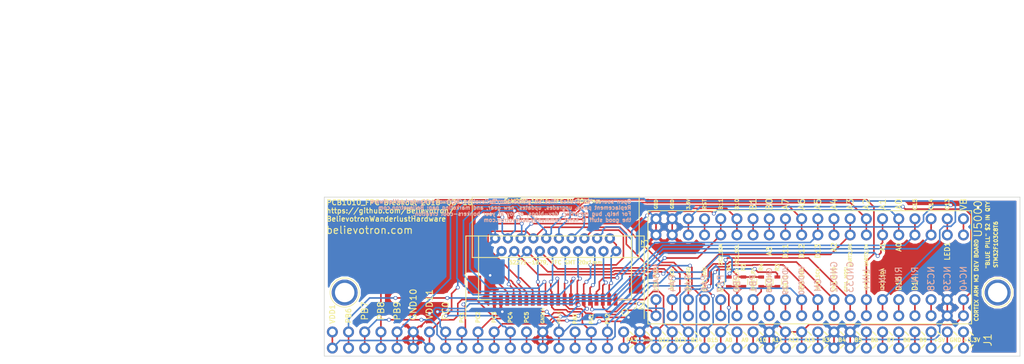
<source format=kicad_pcb>
(kicad_pcb (version 4) (host pcbnew 4.0.4-stable)

  (general
    (links 152)
    (no_connects 0)
    (area 50.749999 -25.050001 160.050001 0.050001)
    (thickness 1.6)
    (drawings 56)
    (tracks 877)
    (zones 0)
    (modules 13)
    (nets 57)
  )

  (page A4)
  (layers
    (0 F.Cu signal)
    (31 B.Cu signal)
    (32 B.Adhes user)
    (33 F.Adhes user)
    (34 B.Paste user)
    (35 F.Paste user)
    (36 B.SilkS user)
    (37 F.SilkS user)
    (38 B.Mask user)
    (39 F.Mask user)
    (40 Dwgs.User user)
    (41 Cmts.User user)
    (42 Eco1.User user)
    (43 Eco2.User user)
    (44 Edge.Cuts user)
    (45 Margin user)
    (46 B.CrtYd user)
    (47 F.CrtYd user hide)
    (48 B.Fab user)
    (49 F.Fab user hide)
  )

  (setup
    (last_trace_width 0.25)
    (trace_clearance 0.2)
    (zone_clearance 0.508)
    (zone_45_only no)
    (trace_min 0.2)
    (segment_width 0.2)
    (edge_width 0.1)
    (via_size 0.6)
    (via_drill 0.4)
    (via_min_size 0.4)
    (via_min_drill 0.3)
    (uvia_size 0.3)
    (uvia_drill 0.1)
    (uvias_allowed no)
    (uvia_min_size 0.2)
    (uvia_min_drill 0.1)
    (pcb_text_width 0.3)
    (pcb_text_size 1.5 1.5)
    (mod_edge_width 0.15)
    (mod_text_size 1 1)
    (mod_text_width 0.15)
    (pad_size 4.064 4.064)
    (pad_drill 3.048)
    (pad_to_mask_clearance 0)
    (aux_axis_origin 0 0)
    (visible_elements 7FFEFFFF)
    (pcbplotparams
      (layerselection 0x010fc_80000001)
      (usegerberextensions false)
      (excludeedgelayer true)
      (linewidth 0.100000)
      (plotframeref false)
      (viasonmask false)
      (mode 1)
      (useauxorigin false)
      (hpglpennumber 1)
      (hpglpenspeed 20)
      (hpglpendiameter 15)
      (hpglpenoverlay 2)
      (psnegative false)
      (psa4output false)
      (plotreference true)
      (plotvalue true)
      (plotinvisibletext false)
      (padsonsilk false)
      (subtractmaskfromsilk false)
      (outputformat 1)
      (mirror false)
      (drillshape 0)
      (scaleselection 1)
      (outputdirectory Output/PCB1010_Gerbers_2017-08-04/))
  )

  (net 0 "")
  (net 1 GND)
  (net 2 +3V3)
  (net 3 /VOLUME)
  (net 4 "Net-(J1-Pad31)")
  (net 5 "Net-(J1-Pad34)")
  (net 6 "Net-(J1-Pad35)")
  (net 7 "Net-(J1-Pad36)")
  (net 8 "Net-(J1-Pad37)")
  (net 9 "Net-(J1-Pad38)")
  (net 10 "Net-(J1-Pad39)")
  (net 11 "Net-(J1-Pad40)")
  (net 12 /JOY0_Y)
  (net 13 /JOY0_X)
  (net 14 /JOY0_SW)
  (net 15 "Net-(J1-Pad16)")
  (net 16 /ANALOG_OUT)
  (net 17 "Net-(J1-Pad26)")
  (net 18 "Net-(J1-Pad27)")
  (net 19 "Net-(J1-Pad13)")
  (net 20 /PC0_AXO)
  (net 21 /I2C_SCL_AXO)
  (net 22 /CS_8_15_AXO)
  (net 23 /CS_0_7_AXO)
  (net 24 /I2C_SDA_AXO)
  (net 25 /PC1_AXO)
  (net 26 /RX_AXO)
  (net 27 /TX_AXO)
  (net 28 /SPI_MISO_AXO)
  (net 29 /SPI_CLK_AXO)
  (net 30 /SPI_MOSI_AXO)
  (net 31 /PC0_EXT)
  (net 32 /PC1_EXT)
  (net 33 /CS_0_7_EXT)
  (net 34 /CS_8_15_EXT)
  (net 35 /TX_EXT)
  (net 36 /RX_EXT)
  (net 37 /SPI_CLK_EXT)
  (net 38 /SPI_MOSI_EXT)
  (net 39 /SPI_MISO_EXT)
  (net 40 /I2C_SDA_EXT)
  (net 41 /I2C_SCL_EXT)
  (net 42 "Net-(R1-Pad1)")
  (net 43 /RESET)
  (net 44 "Net-(U5000-PadA8)")
  (net 45 "Net-(U5000-PadB1)")
  (net 46 "Net-(U5000-PadB0)")
  (net 47 "Net-(U5000-PadA11)")
  (net 48 "Net-(U5000-PadA7)")
  (net 49 "Net-(U5000-PadA12)")
  (net 50 "Net-(U5000-PadA4)")
  (net 51 "Net-(U5000-PadB8)")
  (net 52 "Net-(U5000-PadB9)")
  (net 53 "Net-(U5000-Pad5V)")
  (net 54 "Net-(U5000-PadC13)")
  (net 55 "Net-(U5000-PadVB)")
  (net 56 /RX_BLUE_PILL)

  (net_class Default "This is the default net class."
    (clearance 0.2)
    (trace_width 0.25)
    (via_dia 0.6)
    (via_drill 0.4)
    (uvia_dia 0.3)
    (uvia_drill 0.1)
    (add_net +3V3)
    (add_net /ANALOG_OUT)
    (add_net /CS_0_7_AXO)
    (add_net /CS_0_7_EXT)
    (add_net /CS_8_15_AXO)
    (add_net /CS_8_15_EXT)
    (add_net /I2C_SCL_AXO)
    (add_net /I2C_SCL_EXT)
    (add_net /I2C_SDA_AXO)
    (add_net /I2C_SDA_EXT)
    (add_net /JOY0_SW)
    (add_net /JOY0_X)
    (add_net /JOY0_Y)
    (add_net /PC0_AXO)
    (add_net /PC0_EXT)
    (add_net /PC1_AXO)
    (add_net /PC1_EXT)
    (add_net /RESET)
    (add_net /RX_AXO)
    (add_net /RX_BLUE_PILL)
    (add_net /RX_EXT)
    (add_net /SPI_CLK_AXO)
    (add_net /SPI_CLK_EXT)
    (add_net /SPI_MISO_AXO)
    (add_net /SPI_MISO_EXT)
    (add_net /SPI_MOSI_AXO)
    (add_net /SPI_MOSI_EXT)
    (add_net /TX_AXO)
    (add_net /TX_EXT)
    (add_net /VOLUME)
    (add_net GND)
    (add_net "Net-(J1-Pad13)")
    (add_net "Net-(J1-Pad16)")
    (add_net "Net-(J1-Pad26)")
    (add_net "Net-(J1-Pad27)")
    (add_net "Net-(J1-Pad31)")
    (add_net "Net-(J1-Pad34)")
    (add_net "Net-(J1-Pad35)")
    (add_net "Net-(J1-Pad36)")
    (add_net "Net-(J1-Pad37)")
    (add_net "Net-(J1-Pad38)")
    (add_net "Net-(J1-Pad39)")
    (add_net "Net-(J1-Pad40)")
    (add_net "Net-(R1-Pad1)")
    (add_net "Net-(U5000-Pad5V)")
    (add_net "Net-(U5000-PadA11)")
    (add_net "Net-(U5000-PadA12)")
    (add_net "Net-(U5000-PadA4)")
    (add_net "Net-(U5000-PadA7)")
    (add_net "Net-(U5000-PadA8)")
    (add_net "Net-(U5000-PadB0)")
    (add_net "Net-(U5000-PadB1)")
    (add_net "Net-(U5000-PadB8)")
    (add_net "Net-(U5000-PadB9)")
    (add_net "Net-(U5000-PadC13)")
    (add_net "Net-(U5000-PadVB)")
  )

  (module Connect:1pin (layer F.Cu) (tedit 58896CB2) (tstamp 596EAE87)
    (at 54 -10)
    (descr "module 1 pin (ou trou mecanique de percage)")
    (tags DEV)
    (fp_text reference REF** (at 0 -3.048) (layer F.SilkS) hide
      (effects (font (size 1 1) (thickness 0.15)))
    )
    (fp_text value 1pin (at 0 3) (layer F.Fab)
      (effects (font (size 1 1) (thickness 0.15)))
    )
    (fp_circle (center 0 0) (end 2 0.8) (layer F.Fab) (width 0.1))
    (fp_circle (center 0 0) (end 2.6 0) (layer F.CrtYd) (width 0.05))
    (fp_circle (center 0 0) (end 0 -2.286) (layer F.SilkS) (width 0.12))
    (pad 1 thru_hole circle (at 0 0) (size 4.064 4.064) (drill 3.048) (layers *.Cu *.Mask))
  )

  (module Fiducials:Fiducial_1mm_Dia_2.54mm_Outer_CopperTop (layer F.Cu) (tedit 58896B7C) (tstamp 59610E74)
    (at 157.48 -2.54)
    (descr "Circular Fiducial, 1mm bare copper top; 2.54mm keepout")
    (tags marker)
    (attr virtual)
    (fp_text reference REF** (at 3.4 0.7) (layer F.SilkS) hide
      (effects (font (size 1 1) (thickness 0.15)))
    )
    (fp_text value Fiducial_1mm_Dia_2.54mm_Outer_CopperTop (at 0 -1.8) (layer F.Fab)
      (effects (font (size 1 1) (thickness 0.15)))
    )
    (fp_circle (center 0 0) (end 1.55 0) (layer F.CrtYd) (width 0.05))
    (pad ~ smd circle (at 0 0) (size 1 1) (layers F.Cu F.Mask)
      (solder_mask_margin 0.77) (clearance 0.77))
  )

  (module Fiducials:Fiducial_1mm_Dia_2.54mm_Outer_CopperTop (layer F.Cu) (tedit 58896B7C) (tstamp 59610E6F)
    (at 53.34 -15.24)
    (descr "Circular Fiducial, 1mm bare copper top; 2.54mm keepout")
    (tags marker)
    (attr virtual)
    (fp_text reference REF** (at 3.4 0.7) (layer F.SilkS) hide
      (effects (font (size 1 1) (thickness 0.15)))
    )
    (fp_text value Fiducial_1mm_Dia_2.54mm_Outer_CopperTop (at 0 -1.8) (layer F.Fab)
      (effects (font (size 1 1) (thickness 0.15)))
    )
    (fp_circle (center 0 0) (end 1.55 0) (layer F.CrtYd) (width 0.05))
    (pad ~ smd circle (at 0 0) (size 1 1) (layers F.Cu F.Mask)
      (solder_mask_margin 0.77) (clearance 0.77))
  )

  (module Connect:1pin (layer F.Cu) (tedit 58896CB2) (tstamp 591E28E8)
    (at 156.5 -10)
    (descr "module 1 pin (ou trou mecanique de percage)")
    (tags DEV)
    (fp_text reference REF** (at 0 -3.048) (layer F.SilkS) hide
      (effects (font (size 1 1) (thickness 0.15)))
    )
    (fp_text value 1pin (at 0 3) (layer F.Fab)
      (effects (font (size 1 1) (thickness 0.15)))
    )
    (fp_circle (center 0 0) (end 2 0.8) (layer F.Fab) (width 0.1))
    (fp_circle (center 0 0) (end 2.6 0) (layer F.CrtYd) (width 0.05))
    (fp_circle (center 0 0) (end 0 -2.286) (layer F.SilkS) (width 0.12))
    (pad 1 thru_hole circle (at 0 0) (size 4.064 4.064) (drill 3.048) (layers *.Cu *.Mask))
  )

  (module Fiducials:Fiducial_1mm_Dia_2.54mm_Outer_CopperTop (layer F.Cu) (tedit 58896B7C) (tstamp 58899026)
    (at 157.48 -22.86)
    (descr "Circular Fiducial, 1mm bare copper top; 2.54mm keepout")
    (tags marker)
    (attr virtual)
    (fp_text reference REF** (at 3.4 0.7) (layer F.SilkS) hide
      (effects (font (size 1 1) (thickness 0.15)))
    )
    (fp_text value Fiducial_1mm_Dia_2.54mm_Outer_CopperTop (at 0 -1.8) (layer F.Fab)
      (effects (font (size 1 1) (thickness 0.15)))
    )
    (fp_circle (center 0 0) (end 1.55 0) (layer F.CrtYd) (width 0.05))
    (pad ~ smd circle (at 0 0) (size 1 1) (layers F.Cu F.Mask)
      (solder_mask_margin 0.77) (clearance 0.77))
  )

  (module Liberry:FFC_1MM_20POS_MOLEX_52271-2079 (layer F.Cu) (tedit 5AAC3202) (tstamp 596EAA9A)
    (at 87.02 -8.89 180)
    (path /596EA301)
    (fp_text reference J2 (at -13.105 -1 180) (layer F.SilkS)
      (effects (font (size 1 1) (thickness 0.15)))
    )
    (fp_text value FPC_20POS (at 1 11 180) (layer F.Fab)
      (effects (font (size 1 1) (thickness 0.15)))
    )
    (fp_line (start 14 10) (end 14 -3) (layer F.SilkS) (width 0.15))
    (fp_line (start 12 10) (end 14 10) (layer F.SilkS) (width 0.15))
    (fp_line (start -14 10) (end -12 10) (layer F.SilkS) (width 0.15))
    (fp_line (start -14 -3) (end -14 10) (layer F.SilkS) (width 0.15))
    (fp_text user "52271-1679, FFC SMT 20x1mm" (at -0.102 5.842 180) (layer F.SilkS)
      (effects (font (size 0.6 0.6) (thickness 0.15)))
    )
    (fp_circle (center -11 -2) (end -10.5 -2) (layer F.SilkS) (width 0.15))
    (fp_line (start -10 0) (end -12 0) (layer F.SilkS) (width 0.15))
    (fp_line (start 12 0) (end 10 0) (layer F.SilkS) (width 0.15))
    (fp_line (start 12 10) (end 12 0) (layer F.SilkS) (width 0.15))
    (fp_line (start -12 10) (end 12 10) (layer F.SilkS) (width 0.15))
    (fp_line (start -12 0) (end -12 10) (layer F.SilkS) (width 0.15))
    (fp_line (start -11.6 1.55) (end -9.95 1.55) (layer F.CrtYd) (width 0.15))
    (fp_line (start -9.95 3.15) (end -9.95 1.55) (layer F.CrtYd) (width 0.15))
    (fp_line (start -11.6 3.15) (end -9.95 3.15) (layer F.CrtYd) (width 0.15))
    (fp_line (start -11.6 1.55) (end -11.6 3.15) (layer F.CrtYd) (width 0.15))
    (fp_line (start 11.6 3.15) (end 11.6 1.55) (layer F.CrtYd) (width 0.15))
    (fp_line (start 9.95 1.55) (end 11.6 1.55) (layer F.CrtYd) (width 0.15))
    (fp_line (start 9.95 3.15) (end 11.6 3.15) (layer F.CrtYd) (width 0.15))
    (fp_line (start 9.95 1.55) (end 9.95 3.15) (layer F.CrtYd) (width 0.15))
    (pad 1 smd rect (at -9.5 0 180) (size 0.6 1.9) (layers F.Cu F.Paste F.Mask)
      (net 2 +3V3))
    (pad 2 smd rect (at -8.5 0 180) (size 0.6 1.9) (layers F.Cu F.Paste F.Mask)
      (net 2 +3V3))
    (pad 3 smd rect (at -7.5 0 180) (size 0.6 1.9) (layers F.Cu F.Paste F.Mask)
      (net 16 /ANALOG_OUT))
    (pad 4 smd rect (at -6.5 0 180) (size 0.6 1.9) (layers F.Cu F.Paste F.Mask)
      (net 31 /PC0_EXT))
    (pad 5 smd rect (at -5.5 0 180) (size 0.6 1.9) (layers F.Cu F.Paste F.Mask)
      (net 32 /PC1_EXT))
    (pad 6 smd rect (at -4.5 0 180) (size 0.6 1.9) (layers F.Cu F.Paste F.Mask)
      (net 14 /JOY0_SW))
    (pad 7 smd rect (at -3.5 0 180) (size 0.6 1.9) (layers F.Cu F.Paste F.Mask)
      (net 12 /JOY0_Y))
    (pad 8 smd rect (at -2.5 0 180) (size 0.6 1.9) (layers F.Cu F.Paste F.Mask)
      (net 13 /JOY0_X))
    (pad 9 smd rect (at -1.5 0 180) (size 0.6 1.9) (layers F.Cu F.Paste F.Mask)
      (net 33 /CS_0_7_EXT))
    (pad 10 smd rect (at -0.5 0 180) (size 0.6 1.9) (layers F.Cu F.Paste F.Mask)
      (net 34 /CS_8_15_EXT))
    (pad 11 smd rect (at 0.5 0 180) (size 0.6 1.9) (layers F.Cu F.Paste F.Mask)
      (net 3 /VOLUME))
    (pad 12 smd rect (at 1.5 0 180) (size 0.6 1.9) (layers F.Cu F.Paste F.Mask)
      (net 35 /TX_EXT))
    (pad 13 smd rect (at 2.5 0 180) (size 0.6 1.9) (layers F.Cu F.Paste F.Mask)
      (net 36 /RX_EXT))
    (pad 14 smd rect (at 3.5 0 180) (size 0.6 1.9) (layers F.Cu F.Paste F.Mask)
      (net 37 /SPI_CLK_EXT))
    (pad 15 smd rect (at 4.5 0 180) (size 0.6 1.9) (layers F.Cu F.Paste F.Mask)
      (net 38 /SPI_MOSI_EXT))
    (pad 16 smd rect (at 5.5 0 180) (size 0.6 1.9) (layers F.Cu F.Paste F.Mask)
      (net 39 /SPI_MISO_EXT))
    (pad "" smd rect (at 12.65 2.35 180) (size 2.1 2.8) (layers F.Cu F.Paste F.Mask))
    (pad "" smd rect (at -12.65 2.35 180) (size 2.1 2.8) (layers F.Cu F.Paste F.Mask))
    (pad 17 smd rect (at 6.5 0 180) (size 0.6 1.9) (layers F.Cu F.Paste F.Mask)
      (net 40 /I2C_SDA_EXT))
    (pad 18 smd rect (at 7.5 0 180) (size 0.6 1.9) (layers F.Cu F.Paste F.Mask)
      (net 41 /I2C_SCL_EXT))
    (pad 19 smd rect (at 8.5 0 180) (size 0.6 1.9) (layers F.Cu F.Paste F.Mask)
      (net 1 GND))
    (pad 20 smd rect (at 9.5 0 180) (size 0.6 1.9) (layers F.Cu F.Paste F.Mask)
      (net 1 GND))
    (model ../../../../../../Users/danie/Documents/WIP/Believotron/Believotron-Github/BelievotronWanderlustHardware/Liberry.pretty/3D_Files/FPC_1MM_20POS_BOTTOM_MOLEX_522712079.wrl
      (at (xyz 0 -0.031496 0))
      (scale (xyz 0.4 0.4 0.4))
      (rotate (xyz -90 0 0))
    )
  )

  (module Liberry:Axoloti-40x2_slim (layer F.Cu) (tedit 5AAC3B40) (tstamp 591BA8C5)
    (at 52.07 -1.27)
    (path /591BA4F8)
    (fp_text reference J1 (at 102.87 -1.27 90) (layer F.SilkS)
      (effects (font (size 1.2 1.2) (thickness 0.15)))
    )
    (fp_text value Axoloti_40Pin (at -2.794 -4.826 90) (layer F.Fab)
      (effects (font (size 1.2 1.2) (thickness 0.15)))
    )
    (fp_text user NC40 (at 99.06 -10.922 90) (layer B.SilkS)
      (effects (font (size 1 1) (thickness 0.15)) (justify mirror))
    )
    (fp_text user NC39 (at 96.52 -10.922 90) (layer B.SilkS)
      (effects (font (size 1 1) (thickness 0.15)) (justify mirror))
    )
    (fp_text user NC38 (at 93.98 -10.922 90) (layer B.SilkS)
      (effects (font (size 1 1) (thickness 0.15)) (justify mirror))
    )
    (fp_text user RIN- (at 91.44 -10.922 90) (layer B.SilkS)
      (effects (font (size 1 1) (thickness 0.15)) (justify mirror))
    )
    (fp_text user RIN+ (at 88.9 -10.922 90) (layer B.SilkS)
      (effects (font (size 1 1) (thickness 0.15)) (justify mirror))
    )
    (fp_text user LIN- (at 86.36 -10.668 90) (layer B.SilkS)
      (effects (font (size 1 1) (thickness 0.15)) (justify mirror))
    )
    (fp_text user LIN+ (at 83.82 -10.668 90) (layer B.SilkS)
      (effects (font (size 1 1) (thickness 0.15)) (justify mirror))
    )
    (fp_text user GND33 (at 81.28 -11.176 90) (layer B.SilkS)
      (effects (font (size 1 1) (thickness 0.15)) (justify mirror))
    )
    (fp_text user GND32 (at 78.74 -11.176 90) (layer B.SilkS)
      (effects (font (size 1 1) (thickness 0.15)) (justify mirror))
    )
    (fp_text user CM (at 76.2 -9.906 90) (layer B.SilkS)
      (effects (font (size 1 1) (thickness 0.15)) (justify mirror))
    )
    (fp_text user VDDC30 (at 73.66 -10.668 90) (layer B.SilkS)
      (effects (font (size 0.8 0.8) (thickness 0.15)) (justify mirror))
    )
    (fp_text user VDDC29 (at 71.12 -10.668 90) (layer B.SilkS)
      (effects (font (size 0.8 0.8) (thickness 0.15)) (justify mirror))
    )
    (fp_text user GND28 (at 68.58 -10.668 90) (layer B.SilkS)
      (effects (font (size 0.8 0.8) (thickness 0.15)) (justify mirror))
    )
    (fp_text user PB1 (at 66.04 -10.16 90) (layer B.SilkS)
      (effects (font (size 1 1) (thickness 0.15)) (justify mirror))
    )
    (fp_text user PB0 (at 63.5 -10.16 90) (layer B.SilkS)
      (effects (font (size 1 1) (thickness 0.15)) (justify mirror))
    )
    (fp_text user PA7 (at 60.96 -10.16 90) (layer B.SilkS)
      (effects (font (size 1 1) (thickness 0.15)) (justify mirror))
    )
    (fp_text user PA6 (at 58.42 -10.16 90) (layer B.SilkS)
      (effects (font (size 1 1) (thickness 0.15)) (justify mirror))
    )
    (fp_text user PA5 (at 55.88 -10.16 90) (layer B.SilkS)
      (effects (font (size 1 1) (thickness 0.15)) (justify mirror))
    )
    (fp_text user PA4 (at 53.34 -10.16 90) (layer B.SilkS)
      (effects (font (size 1 1) (thickness 0.15)) (justify mirror))
    )
    (fp_text user VDDA21 (at 50.8 -10.922 90) (layer B.SilkS)
      (effects (font (size 0.8 0.8) (thickness 0.15)) (justify mirror))
    )
    (fp_text user GND20 (at 49.53 -1.27 180) (layer F.SilkS)
      (effects (font (size 0.3 0.3) (thickness 0.075)))
    )
    (fp_text user PA3 (at 46.99 -1.27 180) (layer F.SilkS)
      (effects (font (size 0.6 0.6) (thickness 0.15)))
    )
    (fp_text user PA2 (at 43.18 -4.572 90) (layer F.SilkS)
      (effects (font (size 0.6 0.6) (thickness 0.15)))
    )
    (fp_text user PA1 (at 40.64 -4.572 90) (layer F.SilkS)
      (effects (font (size 0.6 0.6) (thickness 0.15)))
    )
    (fp_text user PA0 (at 38.1 -4.572 90) (layer F.SilkS)
      (effects (font (size 0.6 0.6) (thickness 0.15)))
    )
    (fp_text user VDDA15 (at 35.56 -4.826 90) (layer F.SilkS)
      (effects (font (size 0.4 0.4) (thickness 0.075)))
    )
    (fp_text user GND14 (at 33.02 -5.08 90) (layer F.SilkS)
      (effects (font (size 0.5 0.5) (thickness 0.125)))
    )
    (fp_text user PC5 (at 30.48 -4.826 90) (layer F.SilkS)
      (effects (font (size 0.6 0.6) (thickness 0.15)))
    )
    (fp_text user PC4 (at 27.94 -4.826 90) (layer F.SilkS)
      (effects (font (size 0.6 0.6) (thickness 0.15)))
    )
    (fp_text user PC3 (at 25.4 -4.826 90) (layer F.SilkS)
      (effects (font (size 0.6 0.6) (thickness 0.15)))
    )
    (fp_text user PC2 (at 22.86 -4.826 90) (layer F.SilkS)
      (effects (font (size 0.6 0.6) (thickness 0.15)))
    )
    (fp_text user PC1 (at 20.32 -4.826 90) (layer F.SilkS)
      (effects (font (size 0.6 0.6) (thickness 0.15)))
    )
    (fp_text user PC0 (at 17.78 -5.842 90) (layer F.SilkS)
      (effects (font (size 1 1) (thickness 0.15)))
    )
    (fp_text user VDD11 (at 15.24 -6.858 90) (layer F.SilkS)
      (effects (font (size 1 1) (thickness 0.15)))
    )
    (fp_text user GND10 (at 12.7 -6.858 90) (layer F.SilkS)
      (effects (font (size 1 1) (thickness 0.15)))
    )
    (fp_text user PB9 (at 10.16 -5.842 90) (layer F.SilkS)
      (effects (font (size 1 1) (thickness 0.15)))
    )
    (fp_text user PB8 (at 7.62 -5.842 90) (layer F.SilkS)
      (effects (font (size 1 1) (thickness 0.15)))
    )
    (fp_text user PB7 (at 5.08 -5.842 90) (layer F.SilkS)
      (effects (font (size 1 1) (thickness 0.15)))
    )
    (fp_text user PB6 (at 2.54 -5.08 90) (layer F.SilkS)
      (effects (font (size 0.8 0.8) (thickness 0.15)))
    )
    (fp_text user VDD1 (at 0 -5.334 90) (layer F.SilkS)
      (effects (font (size 0.8 0.8) (thickness 0.15)))
    )
    (pad 8 thru_hole circle (at 17.78 0) (size 1.7272 1.7272) (drill 1.016) (layers *.Cu *.Mask)
      (net 20 /PC0_AXO))
    (pad 11 thru_hole circle (at 25.4 0) (size 1.7272 1.7272) (drill 1.016) (layers *.Cu *.Mask)
      (net 12 /JOY0_Y))
    (pad 28 thru_hole circle (at 68.58 0) (size 1.7272 1.7272) (drill 1.016) (layers *.Cu *.Mask)
      (net 1 GND))
    (pad 4 thru_hole circle (at 7.62 0) (size 1.7272 1.7272) (drill 1.016) (layers *.Cu *.Mask)
      (net 21 /I2C_SCL_AXO))
    (pad 1 thru_hole circle (at 0 0) (size 1.7272 1.7272) (drill 1.016) (layers *.Cu *.Mask)
      (net 2 +3V3))
    (pad 2 thru_hole circle (at 2.54 0) (size 1.7272 1.7272) (drill 1.016) (layers *.Cu *.Mask)
      (net 22 /CS_8_15_AXO))
    (pad 3 thru_hole circle (at 5.08 0) (size 1.7272 1.7272) (drill 1.016) (layers *.Cu *.Mask)
      (net 23 /CS_0_7_AXO))
    (pad 5 thru_hole circle (at 10.16 0) (size 1.7272 1.7272) (drill 1.016) (layers *.Cu *.Mask)
      (net 24 /I2C_SDA_AXO))
    (pad 9 thru_hole circle (at 20.32 0) (size 1.7272 1.7272) (drill 1.016) (layers *.Cu *.Mask)
      (net 25 /PC1_AXO))
    (pad 6 thru_hole circle (at 12.7 0) (size 1.7272 1.7272) (drill 1.016) (layers *.Cu *.Mask)
      (net 1 GND))
    (pad 7 thru_hole circle (at 15.24 0) (size 1.7272 1.7272) (drill 1.016) (layers *.Cu *.Mask)
      (net 2 +3V3))
    (pad 10 thru_hole circle (at 22.86 0) (size 1.7272 1.7272) (drill 1.016) (layers *.Cu *.Mask)
      (net 14 /JOY0_SW))
    (pad 14 thru_hole circle (at 33.02 0) (size 1.7272 1.7272) (drill 1.016) (layers *.Cu *.Mask)
      (net 1 GND))
    (pad 12 thru_hole circle (at 27.94 0) (size 1.7272 1.7272) (drill 1.016) (layers *.Cu *.Mask)
      (net 13 /JOY0_X))
    (pad 13 thru_hole circle (at 30.48 0) (size 1.7272 1.7272) (drill 1.016) (layers *.Cu *.Mask)
      (net 19 "Net-(J1-Pad13)"))
    (pad 15 thru_hole circle (at 35.56 0) (size 1.7272 1.7272) (drill 1.016) (layers *.Cu *.Mask)
      (net 2 +3V3))
    (pad 19 thru_hole circle (at 45.72 0) (size 1.7272 1.7272) (drill 1.016) (layers *.Cu *.Mask)
      (net 26 /RX_AXO))
    (pad 16 thru_hole circle (at 38.1 0) (size 1.7272 1.7272) (drill 1.016) (layers *.Cu *.Mask)
      (net 15 "Net-(J1-Pad16)"))
    (pad 17 thru_hole circle (at 40.64 0) (size 1.7272 1.7272) (drill 1.016) (layers *.Cu *.Mask)
      (net 3 /VOLUME))
    (pad 18 thru_hole circle (at 43.18 0) (size 1.7272 1.7272) (drill 1.016) (layers *.Cu *.Mask)
      (net 27 /TX_AXO))
    (pad 20 thru_hole circle (at 48.26 0) (size 1.7272 1.7272) (drill 1.016) (layers *.Cu *.Mask)
      (net 1 GND))
    (pad 24 thru_hole circle (at 58.42 0) (size 1.7272 1.7272) (drill 1.016) (layers *.Cu *.Mask)
      (net 28 /SPI_MISO_AXO))
    (pad 21 thru_hole circle (at 50.8 0) (size 1.7272 1.7272) (drill 1.016) (layers *.Cu *.Mask)
      (net 2 +3V3))
    (pad 22 thru_hole circle (at 53.34 0) (size 1.7272 1.7272) (drill 1.016) (layers *.Cu *.Mask)
      (net 16 /ANALOG_OUT))
    (pad 23 thru_hole circle (at 55.88 0) (size 1.7272 1.7272) (drill 1.016) (layers *.Cu *.Mask)
      (net 29 /SPI_CLK_AXO))
    (pad 25 thru_hole circle (at 60.96 0) (size 1.7272 1.7272) (drill 1.016) (layers *.Cu *.Mask)
      (net 30 /SPI_MOSI_AXO))
    (pad 29 thru_hole circle (at 71.12 0) (size 1.7272 1.7272) (drill 1.016) (layers *.Cu *.Mask)
      (net 2 +3V3))
    (pad 26 thru_hole circle (at 63.5 0) (size 1.7272 1.7272) (drill 1.016) (layers *.Cu *.Mask)
      (net 17 "Net-(J1-Pad26)"))
    (pad 27 thru_hole circle (at 66.04 0) (size 1.7272 1.7272) (drill 1.016) (layers *.Cu *.Mask)
      (net 18 "Net-(J1-Pad27)"))
    (pad 30 thru_hole circle (at 73.66 0) (size 1.7272 1.7272) (drill 1.016) (layers *.Cu *.Mask)
      (net 2 +3V3))
    (pad 34 thru_hole circle (at 83.82 0) (size 1.7272 1.7272) (drill 1.016) (layers *.Cu *.Mask)
      (net 5 "Net-(J1-Pad34)"))
    (pad 31 thru_hole circle (at 76.2 0) (size 1.7272 1.7272) (drill 1.016) (layers *.Cu *.Mask)
      (net 4 "Net-(J1-Pad31)"))
    (pad 32 thru_hole circle (at 78.74 0) (size 1.7272 1.7272) (drill 1.016) (layers *.Cu *.Mask)
      (net 1 GND))
    (pad 33 thru_hole circle (at 81.28 0) (size 1.7272 1.7272) (drill 1.016) (layers *.Cu *.Mask)
      (net 1 GND))
    (pad 35 thru_hole circle (at 86.36 0) (size 1.7272 1.7272) (drill 1.016) (layers *.Cu *.Mask)
      (net 6 "Net-(J1-Pad35)"))
    (pad 39 thru_hole circle (at 96.52 0) (size 1.7272 1.7272) (drill 1.016) (layers *.Cu *.Mask)
      (net 10 "Net-(J1-Pad39)"))
    (pad 36 thru_hole circle (at 88.9 0) (size 1.7272 1.7272) (drill 1.016) (layers *.Cu *.Mask)
      (net 7 "Net-(J1-Pad36)"))
    (pad 37 thru_hole circle (at 91.44 0) (size 1.7272 1.7272) (drill 1.016) (layers *.Cu *.Mask)
      (net 8 "Net-(J1-Pad37)"))
    (pad 38 thru_hole circle (at 93.98 0) (size 1.7272 1.7272) (drill 1.016) (layers *.Cu *.Mask)
      (net 9 "Net-(J1-Pad38)"))
    (pad 40 thru_hole circle (at 99.06 0) (size 1.7272 1.7272) (drill 1.016) (layers *.Cu *.Mask)
      (net 11 "Net-(J1-Pad40)"))
    (pad 33 thru_hole circle (at 81.28 -2.54) (size 1.7272 1.7272) (drill 1.016) (layers *.Cu *.Mask)
      (net 1 GND))
    (pad 38 thru_hole circle (at 93.98 -2.54) (size 1.7272 1.7272) (drill 1.016) (layers *.Cu *.Mask)
      (net 9 "Net-(J1-Pad38)"))
    (pad 31 thru_hole circle (at 76.2 -2.54) (size 1.7272 1.7272) (drill 1.016) (layers *.Cu *.Mask)
      (net 4 "Net-(J1-Pad31)"))
    (pad 32 thru_hole circle (at 78.74 -2.54) (size 1.7272 1.7272) (drill 1.016) (layers *.Cu *.Mask)
      (net 1 GND))
    (pad 36 thru_hole circle (at 88.9 -2.54) (size 1.7272 1.7272) (drill 1.016) (layers *.Cu *.Mask)
      (net 7 "Net-(J1-Pad36)"))
    (pad 37 thru_hole circle (at 91.44 -2.54) (size 1.7272 1.7272) (drill 1.016) (layers *.Cu *.Mask)
      (net 8 "Net-(J1-Pad37)"))
    (pad 34 thru_hole circle (at 83.82 -2.54) (size 1.7272 1.7272) (drill 1.016) (layers *.Cu *.Mask)
      (net 5 "Net-(J1-Pad34)"))
    (pad 35 thru_hole circle (at 86.36 -2.54) (size 1.7272 1.7272) (drill 1.016) (layers *.Cu *.Mask)
      (net 6 "Net-(J1-Pad35)"))
    (pad 39 thru_hole circle (at 96.52 -2.54) (size 1.7272 1.7272) (drill 1.016) (layers *.Cu *.Mask)
      (net 10 "Net-(J1-Pad39)"))
    (pad 40 thru_hole circle (at 99.06 -2.54) (size 1.7272 1.7272) (drill 1.016) (layers *.Cu *.Mask)
      (net 11 "Net-(J1-Pad40)"))
    (pad 13 thru_hole circle (at 30.48 -2.54) (size 1.7272 1.7272) (drill 1.016) (layers *.Cu *.Mask)
      (net 19 "Net-(J1-Pad13)"))
    (pad 18 thru_hole circle (at 43.18 -2.54) (size 1.7272 1.7272) (drill 1.016) (layers *.Cu *.Mask)
      (net 27 /TX_AXO))
    (pad 11 thru_hole circle (at 25.4 -2.54) (size 1.7272 1.7272) (drill 1.016) (layers *.Cu *.Mask)
      (net 12 /JOY0_Y))
    (pad 12 thru_hole circle (at 27.94 -2.54) (size 1.7272 1.7272) (drill 1.016) (layers *.Cu *.Mask)
      (net 13 /JOY0_X))
    (pad 16 thru_hole circle (at 38.1 -2.54) (size 1.7272 1.7272) (drill 1.016) (layers *.Cu *.Mask)
      (net 15 "Net-(J1-Pad16)"))
    (pad 17 thru_hole circle (at 40.64 -2.54) (size 1.7272 1.7272) (drill 1.016) (layers *.Cu *.Mask)
      (net 3 /VOLUME))
    (pad 14 thru_hole circle (at 33.02 -2.54) (size 1.7272 1.7272) (drill 1.016) (layers *.Cu *.Mask)
      (net 1 GND))
    (pad 15 thru_hole circle (at 35.56 -2.54) (size 1.7272 1.7272) (drill 1.016) (layers *.Cu *.Mask)
      (net 2 +3V3))
    (pad 19 thru_hole circle (at 45.72 -2.54) (size 1.7272 1.7272) (drill 1.016) (layers *.Cu *.Mask)
      (net 26 /RX_AXO))
    (pad 20 thru_hole circle (at 48.26 -2.54) (size 1.7272 1.7272) (drill 1.016) (layers *.Cu *.Mask)
      (net 1 GND))
    (pad 3 thru_hole circle (at 5.08 -2.54) (size 1.7272 1.7272) (drill 1.016) (layers *.Cu *.Mask)
      (net 23 /CS_0_7_AXO))
    (pad 8 thru_hole circle (at 17.78 -2.54) (size 1.7272 1.7272) (drill 1.016) (layers *.Cu *.Mask)
      (net 20 /PC0_AXO))
    (pad 1 thru_hole circle (at 0 -2.54) (size 1.7272 1.7272) (drill 1.016) (layers *.Cu *.Mask)
      (net 2 +3V3))
    (pad 2 thru_hole circle (at 2.54 -2.54) (size 1.7272 1.7272) (drill 1.016) (layers *.Cu *.Mask)
      (net 22 /CS_8_15_AXO))
    (pad 6 thru_hole circle (at 12.7 -2.54) (size 1.7272 1.7272) (drill 1.016) (layers *.Cu *.Mask)
      (net 1 GND))
    (pad 7 thru_hole circle (at 15.24 -2.54) (size 1.7272 1.7272) (drill 1.016) (layers *.Cu *.Mask)
      (net 2 +3V3))
    (pad 4 thru_hole circle (at 7.62 -2.54) (size 1.7272 1.7272) (drill 1.016) (layers *.Cu *.Mask)
      (net 21 /I2C_SCL_AXO))
    (pad 5 thru_hole circle (at 10.16 -2.54) (size 1.7272 1.7272) (drill 1.016) (layers *.Cu *.Mask)
      (net 24 /I2C_SDA_AXO))
    (pad 9 thru_hole circle (at 20.32 -2.54) (size 1.7272 1.7272) (drill 1.016) (layers *.Cu *.Mask)
      (net 25 /PC1_AXO))
    (pad 10 thru_hole circle (at 22.86 -2.54) (size 1.7272 1.7272) (drill 1.016) (layers *.Cu *.Mask)
      (net 14 /JOY0_SW))
    (pad 23 thru_hole circle (at 55.88 -2.54) (size 1.7272 1.7272) (drill 1.016) (layers *.Cu *.Mask)
      (net 29 /SPI_CLK_AXO))
    (pad 28 thru_hole circle (at 68.58 -2.54) (size 1.7272 1.7272) (drill 1.016) (layers *.Cu *.Mask)
      (net 1 GND))
    (pad 21 thru_hole circle (at 50.8 -2.54) (size 1.7272 1.7272) (drill 1.016) (layers *.Cu *.Mask)
      (net 2 +3V3))
    (pad 22 thru_hole circle (at 53.34 -2.54) (size 1.7272 1.7272) (drill 1.016) (layers *.Cu *.Mask)
      (net 16 /ANALOG_OUT))
    (pad 26 thru_hole circle (at 63.5 -2.54) (size 1.7272 1.7272) (drill 1.016) (layers *.Cu *.Mask)
      (net 17 "Net-(J1-Pad26)"))
    (pad 27 thru_hole circle (at 66.04 -2.54) (size 1.7272 1.7272) (drill 1.016) (layers *.Cu *.Mask)
      (net 18 "Net-(J1-Pad27)"))
    (pad 24 thru_hole circle (at 58.42 -2.54) (size 1.7272 1.7272) (drill 1.016) (layers *.Cu *.Mask)
      (net 28 /SPI_MISO_AXO))
    (pad 25 thru_hole circle (at 60.96 -2.54) (size 1.7272 1.7272) (drill 1.016) (layers *.Cu *.Mask)
      (net 30 /SPI_MOSI_AXO))
    (pad 29 thru_hole circle (at 71.12 -2.54) (size 1.7272 1.7272) (drill 1.016) (layers *.Cu *.Mask)
      (net 2 +3V3))
    (pad 30 thru_hole circle (at 73.66 -2.54) (size 1.7272 1.7272) (drill 1.016) (layers *.Cu *.Mask)
      (net 2 +3V3))
  )

  (module Liberry:BLUEPILL_CORTEXM3_STM32F103C8T6_THIN (layer F.Cu) (tedit 5AAC3F81) (tstamp 5AA07826)
    (at 127 -13.97)
    (path /5AA095FF)
    (fp_text reference U5000 (at 26.416 -7.62 90) (layer F.SilkS)
      (effects (font (size 1.2 1.2) (thickness 0.15)))
    )
    (fp_text value STM32F103C8T6_BLUE_PILL (at 29.21 0 90) (layer F.Fab) hide
      (effects (font (size 1.2 1.2) (thickness 0.15)))
    )
    (fp_line (start 25.4 -8.89) (end -25.4 -8.89) (layer F.SilkS) (width 0.15))
    (fp_line (start 25.4 8.89) (end 25.4 -8.89) (layer F.SilkS) (width 0.15))
    (fp_line (start -25.4 8.89) (end 25.4 8.89) (layer F.SilkS) (width 0.15))
    (fp_line (start -25.4 -8.89) (end -25.4 8.89) (layer F.SilkS) (width 0.15))
    (fp_text user SPI2_NSS (at -24.13 1.905 90) (layer F.SilkS)
      (effects (font (size 0.5 0.5) (thickness 0.125)))
    )
    (fp_text user "\"BLUE PILL\" $2 IN QTY" (at 27.94 -5.08 90) (layer F.SilkS)
      (effects (font (size 0.6 0.6) (thickness 0.15)))
    )
    (fp_text user "STM32F103C8T6 " (at 29.21 -3.81 90) (layer F.SilkS)
      (effects (font (size 0.6 0.6) (thickness 0.15)))
    )
    (fp_text user B12 (at -22.86 11.43 180) (layer F.SilkS)
      (effects (font (size 0.6 0.6) (thickness 0.15)))
    )
    (fp_text user B13 (at -20.32 11.43 180) (layer F.SilkS)
      (effects (font (size 0.6 0.6) (thickness 0.15)))
    )
    (fp_text user B14 (at -17.78 11.43 180) (layer F.SilkS)
      (effects (font (size 0.6 0.6) (thickness 0.15)))
    )
    (fp_text user B15 (at -15.24 11.43 180) (layer F.SilkS)
      (effects (font (size 0.6 0.6) (thickness 0.15)))
    )
    (fp_text user A8 (at -12.7 11.43 180) (layer F.SilkS)
      (effects (font (size 0.6 0.6) (thickness 0.15)))
    )
    (fp_text user A9 (at -10.16 11.43 180) (layer F.SilkS)
      (effects (font (size 0.6 0.6) (thickness 0.15)))
    )
    (fp_text user A10 (at -7.62 11.43 180) (layer F.SilkS)
      (effects (font (size 0.6 0.6) (thickness 0.15)))
    )
    (fp_text user A11 (at -5.08 11.43 180) (layer F.SilkS)
      (effects (font (size 0.6 0.6) (thickness 0.15)))
    )
    (fp_text user A12 (at -2.54 11.43 180) (layer F.SilkS)
      (effects (font (size 0.6 0.6) (thickness 0.15)))
    )
    (fp_text user A15 (at 0 11.43 180) (layer F.SilkS)
      (effects (font (size 0.6 0.6) (thickness 0.15)))
    )
    (fp_text user B3 (at 2.54 11.43 180) (layer F.SilkS)
      (effects (font (size 0.6 0.6) (thickness 0.15)))
    )
    (fp_text user B4 (at 5.08 11.43 180) (layer F.SilkS)
      (effects (font (size 0.6 0.6) (thickness 0.15)))
    )
    (fp_text user B5 (at 7.62 11.43 180) (layer F.SilkS)
      (effects (font (size 0.6 0.6) (thickness 0.15)))
    )
    (fp_text user B6 (at 10.16 11.43 180) (layer F.SilkS)
      (effects (font (size 0.6 0.6) (thickness 0.15)))
    )
    (fp_text user B7 (at 12.7 11.43 180) (layer F.SilkS)
      (effects (font (size 0.6 0.6) (thickness 0.15)))
    )
    (fp_text user B8 (at 15.24 11.43 180) (layer F.SilkS)
      (effects (font (size 0.6 0.6) (thickness 0.15)))
    )
    (fp_text user B9 (at 17.78 11.43 180) (layer F.SilkS)
      (effects (font (size 0.6 0.6) (thickness 0.15)))
    )
    (fp_text user +5V (at 20.32 11.43 180) (layer F.SilkS)
      (effects (font (size 0.6 0.6) (thickness 0.15)))
    )
    (fp_text user GND (at 22.86 11.43 180) (layer F.SilkS)
      (effects (font (size 0.6 0.6) (thickness 0.15)))
    )
    (fp_text user +3.3V (at 25.4 11.43 180) (layer F.SilkS)
      (effects (font (size 0.6 0.6) (thickness 0.15)))
    )
    (fp_text user VB (at 24.13 -9.906 90) (layer F.SilkS)
      (effects (font (size 1 1) (thickness 0.15)))
    )
    (fp_text user C13 (at 21.59 -9.906 90) (layer F.SilkS)
      (effects (font (size 0.6 0.6) (thickness 0.15)))
    )
    (fp_text user C14 (at 19.05 -9.906 90) (layer F.SilkS)
      (effects (font (size 0.6 0.6) (thickness 0.15)))
    )
    (fp_text user C15 (at 16.51 -9.906 90) (layer F.SilkS)
      (effects (font (size 0.6 0.6) (thickness 0.15)))
    )
    (fp_text user A0 (at 13.97 -9.906 90) (layer F.SilkS)
      (effects (font (size 1 1) (thickness 0.15)))
    )
    (fp_text user A1 (at 11.43 -9.906 90) (layer F.SilkS)
      (effects (font (size 1 1) (thickness 0.15)))
    )
    (fp_text user A2 (at 8.89 -9.906 90) (layer F.SilkS)
      (effects (font (size 1 1) (thickness 0.15)))
    )
    (fp_text user A3 (at 6.35 -9.906 90) (layer F.SilkS)
      (effects (font (size 1 1) (thickness 0.15)))
    )
    (fp_text user A4 (at 3.81 -9.906 90) (layer F.SilkS)
      (effects (font (size 1 1) (thickness 0.15)))
    )
    (fp_text user A5 (at 1.27 -9.906 90) (layer F.SilkS)
      (effects (font (size 1 1) (thickness 0.15)))
    )
    (fp_text user A6 (at -1.27 -9.906 90) (layer F.SilkS)
      (effects (font (size 1 1) (thickness 0.15)))
    )
    (fp_text user A7 (at -3.81 -9.906 90) (layer F.SilkS)
      (effects (font (size 1 1) (thickness 0.15)))
    )
    (fp_text user B0 (at -6.35 -9.906 90) (layer F.SilkS)
      (effects (font (size 1 1) (thickness 0.15)))
    )
    (fp_text user B1 (at -8.89 -9.906 90) (layer F.SilkS)
      (effects (font (size 1 1) (thickness 0.15)))
    )
    (fp_text user B10 (at -11.43 -9.906 90) (layer F.SilkS)
      (effects (font (size 0.6 0.6) (thickness 0.125)))
    )
    (fp_text user B11 (at -13.97 -9.906 90) (layer F.SilkS)
      (effects (font (size 0.6 0.6) (thickness 0.125)))
    )
    (fp_text user RST (at -16.51 -9.906 90) (layer F.SilkS)
      (effects (font (size 0.6 0.6) (thickness 0.125)))
    )
    (fp_text user GND (at -24.13 -9.906 90) (layer F.SilkS)
      (effects (font (size 0.5 0.5) (thickness 0.125)))
    )
    (fp_text user GND (at -21.59 -9.906 90) (layer F.SilkS)
      (effects (font (size 0.5 0.5) (thickness 0.125)))
    )
    (fp_text user 3.3V (at -19.05 -9.906 90) (layer F.SilkS)
      (effects (font (size 0.5 0.5) (thickness 0.125)))
    )
    (fp_text user "CORTEX ARM M3 DEV BOARD" (at 26.162 2.032 90) (layer F.SilkS)
      (effects (font (size 0.6 0.6) (thickness 0.15)))
    )
    (fp_text user SPI2_SCK (at -21.59 1.905 90) (layer F.SilkS)
      (effects (font (size 0.5 0.5) (thickness 0.125)))
    )
    (fp_text user SPI2_MISO (at -19.05 1.905 90) (layer F.SilkS)
      (effects (font (size 0.5 0.5) (thickness 0.125)))
    )
    (fp_text user SPI2_MOSI (at -16.51 1.905 90) (layer F.SilkS)
      (effects (font (size 0.5 0.5) (thickness 0.125)))
    )
    (fp_text user D7 (at -13.97 3.175 90) (layer F.SilkS)
      (effects (font (size 0.8 0.8) (thickness 0.15)))
    )
    (fp_text user UART1_TX (at -11.43 1.905 90) (layer F.SilkS)
      (effects (font (size 0.5 0.5) (thickness 0.125)))
    )
    (fp_text user UART1_RX (at -8.89 1.905 90) (layer F.SilkS)
      (effects (font (size 0.5 0.5) (thickness 0.125)))
    )
    (fp_text user CAN_RX (at -6.35 2.54 90) (layer F.SilkS)
      (effects (font (size 0.5 0.5) (thickness 0.125)))
    )
    (fp_text user CAN_TX (at -3.81 2.54 90) (layer F.SilkS)
      (effects (font (size 0.5 0.5) (thickness 0.125)))
    )
    (fp_text user SPI1_NSS (at -1.27 1.905 90) (layer F.SilkS)
      (effects (font (size 0.5 0.5) (thickness 0.125)))
    )
    (fp_text user SPI1_SCK (at 1.27 1.905 90) (layer F.SilkS)
      (effects (font (size 0.5 0.5) (thickness 0.125)))
    )
    (fp_text user SPI1_MISO (at 3.81 1.905 90) (layer F.SilkS)
      (effects (font (size 0.5 0.5) (thickness 0.125)))
    )
    (fp_text user SPI1_MOSI (at 5.715 1.905 90) (layer F.SilkS)
      (effects (font (size 0.5 0.5) (thickness 0.125)))
    )
    (fp_text user I2C1_SCL (at 8.89 1.905 90) (layer F.SilkS)
      (effects (font (size 0.5 0.5) (thickness 0.125)))
    )
    (fp_text user I2C1_SDA (at 11.43 1.905 90) (layer F.SilkS)
      (effects (font (size 0.5 0.5) (thickness 0.125)))
    )
    (fp_text user D15 (at 13.97 2.54 90) (layer F.SilkS)
      (effects (font (size 0.8 0.8) (thickness 0.15)))
    )
    (fp_text user D14 (at 16.51 2.54 90) (layer F.SilkS)
      (effects (font (size 0.8 0.8) (thickness 0.15)))
    )
    (fp_text user LED1 (at 21.59 -2.54 90) (layer F.SilkS)
      (effects (font (size 0.8 0.8) (thickness 0.15)))
    )
    (fp_text user A0 (at 13.97 -3.175 90) (layer F.SilkS)
      (effects (font (size 0.8 0.8) (thickness 0.15)))
    )
    (fp_text user A1 (at 11.43 -3.175 90) (layer F.SilkS)
      (effects (font (size 0.8 0.8) (thickness 0.15)))
    )
    (fp_text user UART2_TX (at 8.89 -1.905 90) (layer F.SilkS)
      (effects (font (size 0.5 0.5) (thickness 0.125)))
    )
    (fp_text user UART2_RX (at 6.35 -1.905 90) (layer F.SilkS)
      (effects (font (size 0.5 0.5) (thickness 0.125)))
    )
    (fp_text user A2 (at 3.81 -3.175 90) (layer F.SilkS)
      (effects (font (size 0.8 0.8) (thickness 0.15)))
    )
    (fp_text user D13 (at 1.27 -2.54 90) (layer F.SilkS)
      (effects (font (size 0.8 0.8) (thickness 0.15)))
    )
    (fp_text user D12 (at -1.27 -2.54 90) (layer F.SilkS)
      (effects (font (size 0.8 0.8) (thickness 0.15)))
    )
    (fp_text user D11 (at -3.81 -2.54 90) (layer F.SilkS)
      (effects (font (size 0.8 0.8) (thickness 0.15)))
    )
    (fp_text user A3 (at -6.35 -2.54 90) (layer F.SilkS)
      (effects (font (size 0.8 0.8) (thickness 0.15)))
    )
    (fp_text user I2C2_SCL (at -11.43 -1.905 90) (layer F.SilkS)
      (effects (font (size 0.5 0.5) (thickness 0.125)))
    )
    (fp_text user I2C2_SDA (at -13.97 -1.905 90) (layer F.SilkS)
      (effects (font (size 0.5 0.5) (thickness 0.125)))
    )
    (pad GND thru_hole circle (at -24.13 -7.62) (size 1.72 1.72) (drill 1.016) (layers *.Cu *.Mask)
      (net 1 GND))
    (pad B12 thru_hole circle (at -24.13 7.62) (size 1.72 1.72) (drill 1.016) (layers *.Cu *.Mask)
      (net 33 /CS_0_7_EXT))
    (pad GND thru_hole circle (at -21.59 -7.62) (size 1.72 1.72) (drill 1.016) (layers *.Cu *.Mask)
      (net 1 GND))
    (pad B13 thru_hole circle (at -21.59 7.62) (size 1.72 1.72) (drill 1.016) (layers *.Cu *.Mask)
      (net 37 /SPI_CLK_EXT))
    (pad 3.3V thru_hole circle (at -19.05 -7.62) (size 1.72 1.72) (drill 1.016) (layers *.Cu *.Mask)
      (net 2 +3V3))
    (pad B14 thru_hole circle (at -19.05 7.62) (size 1.72 1.72) (drill 1.016) (layers *.Cu *.Mask)
      (net 39 /SPI_MISO_EXT))
    (pad R thru_hole circle (at -16.51 -7.62) (size 1.72 1.72) (drill 1.016) (layers *.Cu *.Mask)
      (net 43 /RESET))
    (pad B15 thru_hole circle (at -16.51 7.62) (size 1.72 1.72) (drill 1.016) (layers *.Cu *.Mask)
      (net 38 /SPI_MOSI_EXT))
    (pad B11 thru_hole circle (at -13.97 -7.62) (size 1.72 1.72) (drill 1.016) (layers *.Cu *.Mask)
      (net 40 /I2C_SDA_EXT))
    (pad A8 thru_hole circle (at -13.97 7.62) (size 1.72 1.72) (drill 1.016) (layers *.Cu *.Mask)
      (net 44 "Net-(U5000-PadA8)"))
    (pad B10 thru_hole circle (at -11.43 -7.62) (size 1.72 1.72) (drill 1.016) (layers *.Cu *.Mask)
      (net 41 /I2C_SCL_EXT))
    (pad A9 thru_hole circle (at -11.43 7.62) (size 1.72 1.72) (drill 1.016) (layers *.Cu *.Mask)
      (net 42 "Net-(R1-Pad1)"))
    (pad B1 thru_hole circle (at -8.89 -7.62) (size 1.72 1.72) (drill 1.016) (layers *.Cu *.Mask)
      (net 45 "Net-(U5000-PadB1)"))
    (pad A10 thru_hole circle (at -8.89 7.62) (size 1.72 1.72) (drill 1.016) (layers *.Cu *.Mask)
      (net 56 /RX_BLUE_PILL))
    (pad B0 thru_hole circle (at -6.35 -7.62) (size 1.72 1.72) (drill 1.016) (layers *.Cu *.Mask)
      (net 46 "Net-(U5000-PadB0)"))
    (pad A11 thru_hole circle (at -6.35 7.62) (size 1.72 1.72) (drill 1.016) (layers *.Cu *.Mask)
      (net 47 "Net-(U5000-PadA11)"))
    (pad A7 thru_hole circle (at -3.81 -7.62) (size 1.72 1.72) (drill 1.016) (layers *.Cu *.Mask)
      (net 48 "Net-(U5000-PadA7)"))
    (pad A12 thru_hole circle (at -3.81 7.62) (size 1.72 1.72) (drill 1.016) (layers *.Cu *.Mask)
      (net 49 "Net-(U5000-PadA12)"))
    (pad A6 thru_hole circle (at -1.27 -7.62) (size 1.72 1.72) (drill 1.016) (layers *.Cu *.Mask)
      (net 34 /CS_8_15_EXT))
    (pad A15 thru_hole circle (at -1.27 7.62) (size 1.72 1.72) (drill 1.016) (layers *.Cu *.Mask)
      (net 23 /CS_0_7_AXO))
    (pad A5 thru_hole circle (at 1.27 -7.62) (size 1.72 1.72) (drill 1.016) (layers *.Cu *.Mask)
      (net 22 /CS_8_15_AXO))
    (pad B3 thru_hole circle (at 1.27 7.62) (size 1.72 1.72) (drill 1.016) (layers *.Cu *.Mask)
      (net 29 /SPI_CLK_AXO))
    (pad A4 thru_hole circle (at 3.81 -7.62) (size 1.72 1.72) (drill 1.016) (layers *.Cu *.Mask)
      (net 50 "Net-(U5000-PadA4)"))
    (pad B4 thru_hole circle (at 3.81 7.62) (size 1.72 1.72) (drill 1.016) (layers *.Cu *.Mask)
      (net 28 /SPI_MISO_AXO))
    (pad A3 thru_hole circle (at 6.35 -7.62) (size 1.72 1.72) (drill 1.016) (layers *.Cu *.Mask)
      (net 36 /RX_EXT))
    (pad B5 thru_hole circle (at 6.35 7.62) (size 1.72 1.72) (drill 1.016) (layers *.Cu *.Mask)
      (net 30 /SPI_MOSI_AXO))
    (pad A2 thru_hole circle (at 8.89 -7.62) (size 1.72 1.72) (drill 1.016) (layers *.Cu *.Mask)
      (net 35 /TX_EXT))
    (pad B6 thru_hole circle (at 8.89 7.62) (size 1.72 1.72) (drill 1.016) (layers *.Cu *.Mask)
      (net 21 /I2C_SCL_AXO))
    (pad A1 thru_hole circle (at 11.43 -7.62) (size 1.72 1.72) (drill 1.016) (layers *.Cu *.Mask)
      (net 32 /PC1_EXT))
    (pad B7 thru_hole circle (at 11.43 7.62) (size 1.72 1.72) (drill 1.016) (layers *.Cu *.Mask)
      (net 24 /I2C_SDA_AXO))
    (pad A0 thru_hole circle (at 13.97 -7.62) (size 1.72 1.72) (drill 1.016) (layers *.Cu *.Mask)
      (net 31 /PC0_EXT))
    (pad B8 thru_hole circle (at 13.97 7.62) (size 1.72 1.72) (drill 1.016) (layers *.Cu *.Mask)
      (net 51 "Net-(U5000-PadB8)"))
    (pad C15 thru_hole circle (at 16.51 -7.62) (size 1.72 1.72) (drill 1.016) (layers *.Cu *.Mask)
      (net 25 /PC1_AXO))
    (pad B9 thru_hole circle (at 16.51 7.62) (size 1.72 1.72) (drill 1.016) (layers *.Cu *.Mask)
      (net 52 "Net-(U5000-PadB9)"))
    (pad C14 thru_hole circle (at 19.05 -7.62) (size 1.72 1.72) (drill 1.016) (layers *.Cu *.Mask)
      (net 20 /PC0_AXO))
    (pad 5V thru_hole circle (at 19.05 7.62) (size 1.72 1.72) (drill 1.016) (layers *.Cu *.Mask)
      (net 53 "Net-(U5000-Pad5V)"))
    (pad C13 thru_hole circle (at 21.59 -7.62) (size 1.72 1.72) (drill 1.016) (layers *.Cu *.Mask)
      (net 54 "Net-(U5000-PadC13)"))
    (pad GND thru_hole circle (at 21.59 7.62) (size 1.72 1.72) (drill 1.016) (layers *.Cu *.Mask)
      (net 1 GND))
    (pad VB thru_hole circle (at 24.13 -7.62) (size 1.72 1.72) (drill 1.016) (layers *.Cu *.Mask)
      (net 55 "Net-(U5000-PadVB)"))
    (pad 3.3V thru_hole circle (at 24.13 7.62) (size 1.72 1.72) (drill 1.016) (layers *.Cu *.Mask)
      (net 2 +3V3))
    (pad A8 thru_hole circle (at -13.97 5.08) (size 1.72 1.72) (drill 1.016) (layers *.Cu *.Mask)
      (net 44 "Net-(U5000-PadA8)"))
    (pad B15 thru_hole circle (at -16.51 5.08) (size 1.72 1.72) (drill 1.016) (layers *.Cu *.Mask)
      (net 38 /SPI_MOSI_EXT))
    (pad B12 thru_hole circle (at -24.13 5.08) (size 1.72 1.72) (drill 1.016) (layers *.Cu *.Mask)
      (net 33 /CS_0_7_EXT))
    (pad B14 thru_hole circle (at -19.05 5.08) (size 1.72 1.72) (drill 1.016) (layers *.Cu *.Mask)
      (net 39 /SPI_MISO_EXT))
    (pad B13 thru_hole circle (at -21.59 5.08) (size 1.72 1.72) (drill 1.016) (layers *.Cu *.Mask)
      (net 37 /SPI_CLK_EXT))
    (pad A9 thru_hole circle (at -11.43 5.08) (size 1.72 1.72) (drill 1.016) (layers *.Cu *.Mask)
      (net 42 "Net-(R1-Pad1)"))
    (pad A11 thru_hole circle (at -6.35 5.08) (size 1.72 1.72) (drill 1.016) (layers *.Cu *.Mask)
      (net 47 "Net-(U5000-PadA11)"))
    (pad A10 thru_hole circle (at -8.89 5.08) (size 1.72 1.72) (drill 1.016) (layers *.Cu *.Mask)
      (net 56 /RX_BLUE_PILL))
    (pad A12 thru_hole circle (at -3.81 5.08) (size 1.72 1.72) (drill 1.016) (layers *.Cu *.Mask)
      (net 49 "Net-(U5000-PadA12)"))
    (pad A15 thru_hole circle (at -1.27 5.08) (size 1.72 1.72) (drill 1.016) (layers *.Cu *.Mask)
      (net 23 /CS_0_7_AXO))
    (pad B4 thru_hole circle (at 3.81 5.08) (size 1.72 1.72) (drill 1.016) (layers *.Cu *.Mask)
      (net 28 /SPI_MISO_AXO))
    (pad B7 thru_hole circle (at 11.43 5.08) (size 1.72 1.72) (drill 1.016) (layers *.Cu *.Mask)
      (net 24 /I2C_SDA_AXO))
    (pad B3 thru_hole circle (at 1.27 5.08) (size 1.72 1.72) (drill 1.016) (layers *.Cu *.Mask)
      (net 29 /SPI_CLK_AXO))
    (pad B6 thru_hole circle (at 8.89 5.08) (size 1.72 1.72) (drill 1.016) (layers *.Cu *.Mask)
      (net 21 /I2C_SCL_AXO))
    (pad B5 thru_hole circle (at 6.35 5.08) (size 1.72 1.72) (drill 1.016) (layers *.Cu *.Mask)
      (net 30 /SPI_MOSI_AXO))
    (pad 3.3V thru_hole circle (at 24.13 5.08) (size 1.72 1.72) (drill 1.016) (layers *.Cu *.Mask)
      (net 2 +3V3))
    (pad B9 thru_hole circle (at 16.51 5.08) (size 1.72 1.72) (drill 1.016) (layers *.Cu *.Mask)
      (net 52 "Net-(U5000-PadB9)"))
    (pad GND thru_hole circle (at 21.59 5.08) (size 1.72 1.72) (drill 1.016) (layers *.Cu *.Mask)
      (net 1 GND))
    (pad 5V thru_hole circle (at 19.05 5.08) (size 1.72 1.72) (drill 1.016) (layers *.Cu *.Mask)
      (net 53 "Net-(U5000-Pad5V)"))
    (pad B8 thru_hole circle (at 13.97 5.08) (size 1.72 1.72) (drill 1.016) (layers *.Cu *.Mask)
      (net 51 "Net-(U5000-PadB8)"))
    (pad A1 thru_hole circle (at 11.43 -5.08) (size 1.72 1.72) (drill 1.016) (layers *.Cu *.Mask)
      (net 32 /PC1_EXT))
    (pad A4 thru_hole circle (at 3.81 -5.08) (size 1.72 1.72) (drill 1.016) (layers *.Cu *.Mask)
      (net 50 "Net-(U5000-PadA4)"))
    (pad A3 thru_hole circle (at 6.35 -5.08) (size 1.72 1.72) (drill 1.016) (layers *.Cu *.Mask)
      (net 36 /RX_EXT))
    (pad A2 thru_hole circle (at 8.89 -5.08) (size 1.72 1.72) (drill 1.016) (layers *.Cu *.Mask)
      (net 35 /TX_EXT))
    (pad A5 thru_hole circle (at 1.27 -5.08) (size 1.72 1.72) (drill 1.016) (layers *.Cu *.Mask)
      (net 22 /CS_8_15_AXO))
    (pad VB thru_hole circle (at 24.13 -5.08) (size 1.72 1.72) (drill 1.016) (layers *.Cu *.Mask)
      (net 55 "Net-(U5000-PadVB)"))
    (pad C15 thru_hole circle (at 16.51 -5.08) (size 1.72 1.72) (drill 1.016) (layers *.Cu *.Mask)
      (net 25 /PC1_AXO))
    (pad C14 thru_hole circle (at 19.05 -5.08) (size 1.72 1.72) (drill 1.016) (layers *.Cu *.Mask)
      (net 20 /PC0_AXO))
    (pad C13 thru_hole circle (at 21.59 -5.08) (size 1.72 1.72) (drill 1.016) (layers *.Cu *.Mask)
      (net 54 "Net-(U5000-PadC13)"))
    (pad A0 thru_hole circle (at 13.97 -5.08) (size 1.72 1.72) (drill 1.016) (layers *.Cu *.Mask)
      (net 31 /PC0_EXT))
    (pad B11 thru_hole circle (at -13.97 -5.08) (size 1.72 1.72) (drill 1.016) (layers *.Cu *.Mask)
      (net 40 /I2C_SDA_EXT))
    (pad GND thru_hole circle (at -24.13 -5.08) (size 1.72 1.72) (drill 1.016) (layers *.Cu *.Mask)
      (net 1 GND))
    (pad 3.3V thru_hole circle (at -19.05 -5.08) (size 1.72 1.72) (drill 1.016) (layers *.Cu *.Mask)
      (net 2 +3V3))
    (pad R thru_hole circle (at -16.51 -5.08) (size 1.72 1.72) (drill 1.016) (layers *.Cu *.Mask)
      (net 43 /RESET))
    (pad GND thru_hole circle (at -21.59 -5.08) (size 1.72 1.72) (drill 1.016) (layers *.Cu *.Mask)
      (net 1 GND))
    (pad A6 thru_hole circle (at -1.27 -5.08) (size 1.72 1.72) (drill 1.016) (layers *.Cu *.Mask)
      (net 34 /CS_8_15_EXT))
    (pad B1 thru_hole circle (at -8.89 -5.08) (size 1.72 1.72) (drill 1.016) (layers *.Cu *.Mask)
      (net 45 "Net-(U5000-PadB1)"))
    (pad B0 thru_hole circle (at -6.35 -5.08) (size 1.72 1.72) (drill 1.016) (layers *.Cu *.Mask)
      (net 46 "Net-(U5000-PadB0)"))
    (pad A7 thru_hole circle (at -3.81 -5.08) (size 1.72 1.72) (drill 1.016) (layers *.Cu *.Mask)
      (net 48 "Net-(U5000-PadA7)"))
    (pad B10 thru_hole circle (at -11.43 -5.08) (size 1.72 1.72) (drill 1.016) (layers *.Cu *.Mask)
      (net 41 /I2C_SCL_EXT))
  )

  (module Liberry:FFC_20x1mm_SLW20R-1C7LF (layer F.Cu) (tedit 5AAC31E4) (tstamp 5AA07E7C)
    (at 87.13 -16.51)
    (path /5AA080E7)
    (fp_text reference J3 (at 14 -1 90) (layer F.SilkS)
      (effects (font (size 1 1) (thickness 0.15)))
    )
    (fp_text value FPC_20POS (at 0 -0.5) (layer F.Fab) hide
      (effects (font (size 1 1) (thickness 0.15)))
    )
    (fp_text user "SLW20R-1C7LF, FFC TH 20x1mm" (at -0.516 -7.874) (layer F.SilkS)
      (effects (font (size 0.6 0.6) (thickness 0.15)))
    )
    (fp_line (start -13.1 1) (end 13.1 1) (layer F.SilkS) (width 0.15))
    (fp_line (start -13.1 -8.5) (end 13.1 -8.5) (layer F.SilkS) (width 0.15))
    (fp_line (start 13.1 -8.5) (end 13.1 1) (layer F.SilkS) (width 0.15))
    (fp_line (start -13.1 -8.5) (end -13.1 1) (layer F.SilkS) (width 0.15))
    (pad 1 thru_hole circle (at 9.5 0) (size 1.6 1.6) (drill 0.8) (layers *.Cu *.Mask)
      (net 2 +3V3))
    (pad 2 thru_hole circle (at 8.5 -2) (size 1.6 1.6) (drill 0.8) (layers *.Cu *.Mask)
      (net 2 +3V3))
    (pad 3 thru_hole circle (at 7.5 0) (size 1.6 1.6) (drill 0.8) (layers *.Cu *.Mask)
      (net 16 /ANALOG_OUT))
    (pad 4 thru_hole circle (at 6.5 -2) (size 1.6 1.6) (drill 0.8) (layers *.Cu *.Mask)
      (net 31 /PC0_EXT))
    (pad 5 thru_hole circle (at 5.5 0) (size 1.6 1.6) (drill 0.8) (layers *.Cu *.Mask)
      (net 32 /PC1_EXT))
    (pad 6 thru_hole circle (at 4.5 -2) (size 1.6 1.6) (drill 0.8) (layers *.Cu *.Mask)
      (net 14 /JOY0_SW))
    (pad 7 thru_hole circle (at 3.5 0) (size 1.6 1.6) (drill 0.8) (layers *.Cu *.Mask)
      (net 12 /JOY0_Y))
    (pad 8 thru_hole circle (at 2.5 -2) (size 1.6 1.6) (drill 0.8) (layers *.Cu *.Mask)
      (net 13 /JOY0_X))
    (pad 9 thru_hole circle (at 1.5 0) (size 1.6 1.6) (drill 0.8) (layers *.Cu *.Mask)
      (net 33 /CS_0_7_EXT))
    (pad 10 thru_hole circle (at 0.5 -2) (size 1.6 1.6) (drill 0.8) (layers *.Cu *.Mask)
      (net 34 /CS_8_15_EXT))
    (pad 11 thru_hole circle (at -0.5 0) (size 1.6 1.6) (drill 0.8) (layers *.Cu *.Mask)
      (net 3 /VOLUME))
    (pad 12 thru_hole circle (at -1.5 -2) (size 1.6 1.6) (drill 0.8) (layers *.Cu *.Mask)
      (net 35 /TX_EXT))
    (pad 13 thru_hole circle (at -2.5 0) (size 1.6 1.6) (drill 0.8) (layers *.Cu *.Mask)
      (net 36 /RX_EXT))
    (pad 14 thru_hole circle (at -3.5 -2) (size 1.6 1.6) (drill 0.8) (layers *.Cu *.Mask)
      (net 37 /SPI_CLK_EXT))
    (pad 15 thru_hole circle (at -4.5 0) (size 1.6 1.6) (drill 0.8) (layers *.Cu *.Mask)
      (net 38 /SPI_MOSI_EXT))
    (pad 16 thru_hole circle (at -5.5 -2) (size 1.6 1.6) (drill 0.8) (layers *.Cu *.Mask)
      (net 39 /SPI_MISO_EXT))
    (pad 17 thru_hole circle (at -6.5 0) (size 1.6 1.6) (drill 0.8) (layers *.Cu *.Mask)
      (net 40 /I2C_SDA_EXT))
    (pad 18 thru_hole circle (at -7.5 -2) (size 1.6 1.6) (drill 0.8) (layers *.Cu *.Mask)
      (net 41 /I2C_SCL_EXT))
    (pad 19 thru_hole circle (at -8.5 0) (size 1.6 1.6) (drill 0.8) (layers *.Cu *.Mask)
      (net 1 GND))
    (pad 20 thru_hole circle (at -9.5 -2) (size 1.6 1.6) (drill 0.8) (layers *.Cu *.Mask)
      (net 1 GND))
  )

  (module Resistors_SMD:R_0603 (layer F.Cu) (tedit 5AAC400B) (tstamp 5AAC69DC)
    (at 114.3 -11.684 90)
    (descr "Resistor SMD 0603, reflow soldering, Vishay (see dcrcw.pdf)")
    (tags "resistor 0603")
    (path /5AA0CD94)
    (attr smd)
    (fp_text reference R1 (at 2.286 0 90) (layer F.SilkS)
      (effects (font (size 0.6 0.6) (thickness 0.15)))
    )
    (fp_text value 0 (at 0 1.5 90) (layer F.Fab)
      (effects (font (size 1 1) (thickness 0.15)))
    )
    (fp_text user %R (at 0 0 90) (layer F.Fab)
      (effects (font (size 0.4 0.4) (thickness 0.075)))
    )
    (fp_line (start -0.8 0.4) (end -0.8 -0.4) (layer F.Fab) (width 0.1))
    (fp_line (start 0.8 0.4) (end -0.8 0.4) (layer F.Fab) (width 0.1))
    (fp_line (start 0.8 -0.4) (end 0.8 0.4) (layer F.Fab) (width 0.1))
    (fp_line (start -0.8 -0.4) (end 0.8 -0.4) (layer F.Fab) (width 0.1))
    (fp_line (start 0.5 0.68) (end -0.5 0.68) (layer F.SilkS) (width 0.12))
    (fp_line (start -0.5 -0.68) (end 0.5 -0.68) (layer F.SilkS) (width 0.12))
    (fp_line (start -1.25 -0.7) (end 1.25 -0.7) (layer F.CrtYd) (width 0.05))
    (fp_line (start -1.25 -0.7) (end -1.25 0.7) (layer F.CrtYd) (width 0.05))
    (fp_line (start 1.25 0.7) (end 1.25 -0.7) (layer F.CrtYd) (width 0.05))
    (fp_line (start 1.25 0.7) (end -1.25 0.7) (layer F.CrtYd) (width 0.05))
    (pad 1 smd rect (at -0.75 0 90) (size 0.5 0.9) (layers F.Cu F.Paste F.Mask)
      (net 42 "Net-(R1-Pad1)"))
    (pad 2 smd rect (at 0.75 0 90) (size 0.5 0.9) (layers F.Cu F.Paste F.Mask)
      (net 27 /TX_AXO))
    (model ${KISYS3DMOD}/Resistors_SMD.3dshapes/R_0603.wrl
      (at (xyz 0 0 0))
      (scale (xyz 1 1 1))
      (rotate (xyz 0 0 0))
    )
  )

  (module Resistors_SMD:R_0603 (layer F.Cu) (tedit 5AAC4021) (tstamp 5AAC69ED)
    (at 121.92 -11.696 90)
    (descr "Resistor SMD 0603, reflow soldering, Vishay (see dcrcw.pdf)")
    (tags "resistor 0603")
    (path /5AA0BFBD)
    (attr smd)
    (fp_text reference R2 (at 2.274 0 90) (layer F.SilkS)
      (effects (font (size 0.6 0.6) (thickness 0.15)))
    )
    (fp_text value 0 (at 0 1.5 90) (layer F.Fab)
      (effects (font (size 1 1) (thickness 0.15)))
    )
    (fp_text user %R (at 0 0 90) (layer F.Fab)
      (effects (font (size 0.4 0.4) (thickness 0.075)))
    )
    (fp_line (start -0.8 0.4) (end -0.8 -0.4) (layer F.Fab) (width 0.1))
    (fp_line (start 0.8 0.4) (end -0.8 0.4) (layer F.Fab) (width 0.1))
    (fp_line (start 0.8 -0.4) (end 0.8 0.4) (layer F.Fab) (width 0.1))
    (fp_line (start -0.8 -0.4) (end 0.8 -0.4) (layer F.Fab) (width 0.1))
    (fp_line (start 0.5 0.68) (end -0.5 0.68) (layer F.SilkS) (width 0.12))
    (fp_line (start -0.5 -0.68) (end 0.5 -0.68) (layer F.SilkS) (width 0.12))
    (fp_line (start -1.25 -0.7) (end 1.25 -0.7) (layer F.CrtYd) (width 0.05))
    (fp_line (start -1.25 -0.7) (end -1.25 0.7) (layer F.CrtYd) (width 0.05))
    (fp_line (start 1.25 0.7) (end 1.25 -0.7) (layer F.CrtYd) (width 0.05))
    (fp_line (start 1.25 0.7) (end -1.25 0.7) (layer F.CrtYd) (width 0.05))
    (pad 1 smd rect (at -0.75 0 90) (size 0.5 0.9) (layers F.Cu F.Paste F.Mask)
      (net 56 /RX_BLUE_PILL))
    (pad 2 smd rect (at 0.75 0 90) (size 0.5 0.9) (layers F.Cu F.Paste F.Mask)
      (net 27 /TX_AXO))
    (model ${KISYS3DMOD}/Resistors_SMD.3dshapes/R_0603.wrl
      (at (xyz 0 0 0))
      (scale (xyz 1 1 1))
      (rotate (xyz 0 0 0))
    )
  )

  (module Resistors_SMD:R_0603 (layer F.Cu) (tedit 5AAC3FFB) (tstamp 5AAC69FE)
    (at 116.586 -11.696 90)
    (descr "Resistor SMD 0603, reflow soldering, Vishay (see dcrcw.pdf)")
    (tags "resistor 0603")
    (path /5AA0CBD8)
    (attr smd)
    (fp_text reference R3 (at 2.274 0 90) (layer F.SilkS)
      (effects (font (size 0.6 0.6) (thickness 0.15)))
    )
    (fp_text value 0 (at 0 1.5 90) (layer F.Fab)
      (effects (font (size 1 1) (thickness 0.15)))
    )
    (fp_text user %R (at 0 0 90) (layer F.Fab)
      (effects (font (size 0.4 0.4) (thickness 0.075)))
    )
    (fp_line (start -0.8 0.4) (end -0.8 -0.4) (layer F.Fab) (width 0.1))
    (fp_line (start 0.8 0.4) (end -0.8 0.4) (layer F.Fab) (width 0.1))
    (fp_line (start 0.8 -0.4) (end 0.8 0.4) (layer F.Fab) (width 0.1))
    (fp_line (start -0.8 -0.4) (end 0.8 -0.4) (layer F.Fab) (width 0.1))
    (fp_line (start 0.5 0.68) (end -0.5 0.68) (layer F.SilkS) (width 0.12))
    (fp_line (start -0.5 -0.68) (end 0.5 -0.68) (layer F.SilkS) (width 0.12))
    (fp_line (start -1.25 -0.7) (end 1.25 -0.7) (layer F.CrtYd) (width 0.05))
    (fp_line (start -1.25 -0.7) (end -1.25 0.7) (layer F.CrtYd) (width 0.05))
    (fp_line (start 1.25 0.7) (end 1.25 -0.7) (layer F.CrtYd) (width 0.05))
    (fp_line (start 1.25 0.7) (end -1.25 0.7) (layer F.CrtYd) (width 0.05))
    (pad 1 smd rect (at -0.75 0 90) (size 0.5 0.9) (layers F.Cu F.Paste F.Mask)
      (net 42 "Net-(R1-Pad1)"))
    (pad 2 smd rect (at 0.75 0 90) (size 0.5 0.9) (layers F.Cu F.Paste F.Mask)
      (net 26 /RX_AXO))
    (model ${KISYS3DMOD}/Resistors_SMD.3dshapes/R_0603.wrl
      (at (xyz 0 0 0))
      (scale (xyz 1 1 1))
      (rotate (xyz 0 0 0))
    )
  )

  (module Resistors_SMD:R_0603 (layer F.Cu) (tedit 5AAC4018) (tstamp 5AAC6A0F)
    (at 119.38 -11.684 90)
    (descr "Resistor SMD 0603, reflow soldering, Vishay (see dcrcw.pdf)")
    (tags "resistor 0603")
    (path /5AA0D0A0)
    (attr smd)
    (fp_text reference R4 (at 2.286 0 90) (layer F.SilkS)
      (effects (font (size 0.6 0.6) (thickness 0.15)))
    )
    (fp_text value 0 (at 0 1.5 90) (layer F.Fab)
      (effects (font (size 1 1) (thickness 0.15)))
    )
    (fp_text user %R (at 0 0 90) (layer F.Fab)
      (effects (font (size 0.4 0.4) (thickness 0.075)))
    )
    (fp_line (start -0.8 0.4) (end -0.8 -0.4) (layer F.Fab) (width 0.1))
    (fp_line (start 0.8 0.4) (end -0.8 0.4) (layer F.Fab) (width 0.1))
    (fp_line (start 0.8 -0.4) (end 0.8 0.4) (layer F.Fab) (width 0.1))
    (fp_line (start -0.8 -0.4) (end 0.8 -0.4) (layer F.Fab) (width 0.1))
    (fp_line (start 0.5 0.68) (end -0.5 0.68) (layer F.SilkS) (width 0.12))
    (fp_line (start -0.5 -0.68) (end 0.5 -0.68) (layer F.SilkS) (width 0.12))
    (fp_line (start -1.25 -0.7) (end 1.25 -0.7) (layer F.CrtYd) (width 0.05))
    (fp_line (start -1.25 -0.7) (end -1.25 0.7) (layer F.CrtYd) (width 0.05))
    (fp_line (start 1.25 0.7) (end 1.25 -0.7) (layer F.CrtYd) (width 0.05))
    (fp_line (start 1.25 0.7) (end -1.25 0.7) (layer F.CrtYd) (width 0.05))
    (pad 1 smd rect (at -0.75 0 90) (size 0.5 0.9) (layers F.Cu F.Paste F.Mask)
      (net 56 /RX_BLUE_PILL))
    (pad 2 smd rect (at 0.75 0 90) (size 0.5 0.9) (layers F.Cu F.Paste F.Mask)
      (net 26 /RX_AXO))
    (model ${KISYS3DMOD}/Resistors_SMD.3dshapes/R_0603.wrl
      (at (xyz 0 0 0))
      (scale (xyz 1 1 1))
      (rotate (xyz 0 0 0))
    )
  )

  (gr_line (start 152.146 -1.27) (end 152.654 -1.778) (layer F.SilkS) (width 0.2))
  (gr_line (start 152.146 -3.81) (end 152.654 -3.302) (layer F.SilkS) (width 0.2))
  (gr_line (start 149.606 -1.27) (end 150.114 -1.778) (layer F.SilkS) (width 0.2))
  (gr_line (start 149.606 -3.81) (end 150.114 -3.302) (layer F.SilkS) (width 0.2))
  (gr_line (start 147.066 -1.27) (end 147.574 -1.778) (layer F.SilkS) (width 0.2))
  (gr_line (start 147.066 -3.81) (end 147.574 -3.302) (layer F.SilkS) (width 0.2))
  (gr_line (start 144.526 -1.27) (end 145.034 -1.778) (layer F.SilkS) (width 0.2))
  (gr_line (start 144.526 -3.81) (end 145.034 -3.302) (layer F.SilkS) (width 0.2))
  (gr_line (start 141.986 -1.27) (end 142.494 -1.778) (layer F.SilkS) (width 0.2))
  (gr_line (start 141.986 -3.81) (end 142.494 -3.302) (layer F.SilkS) (width 0.2))
  (gr_line (start 139.446 -1.27) (end 139.954 -1.778) (layer F.SilkS) (width 0.2))
  (gr_line (start 139.446 -3.81) (end 139.954 -3.302) (layer F.SilkS) (width 0.2))
  (gr_line (start 136.906 -1.27) (end 137.414 -1.778) (layer F.SilkS) (width 0.2))
  (gr_line (start 136.906 -3.81) (end 137.414 -3.302) (layer F.SilkS) (width 0.2))
  (gr_line (start 134.366 -1.27) (end 134.874 -1.778) (layer F.SilkS) (width 0.2))
  (gr_line (start 134.366 -3.81) (end 134.874 -3.302) (layer F.SilkS) (width 0.2))
  (gr_line (start 131.826 -1.27) (end 132.334 -1.778) (layer F.SilkS) (width 0.2))
  (gr_line (start 131.826 -3.81) (end 132.334 -3.302) (layer F.SilkS) (width 0.2))
  (gr_line (start 129.286 -1.27) (end 129.794 -1.778) (layer F.SilkS) (width 0.2))
  (gr_line (start 129.286 -3.81) (end 129.794 -3.302) (layer F.SilkS) (width 0.2))
  (gr_line (start 126.746 -1.27) (end 127.254 -1.778) (layer F.SilkS) (width 0.2))
  (gr_line (start 126.746 -3.81) (end 127.254 -3.302) (layer F.SilkS) (width 0.2))
  (gr_line (start 124.206 -1.27) (end 124.714 -1.778) (layer F.SilkS) (width 0.2))
  (gr_line (start 124.206 -3.81) (end 124.714 -3.302) (layer F.SilkS) (width 0.2))
  (gr_line (start 121.666 -1.27) (end 122.174 -1.778) (layer F.SilkS) (width 0.2))
  (gr_line (start 121.666 -3.81) (end 122.174 -3.302) (layer F.SilkS) (width 0.2))
  (gr_line (start 119.126 -1.27) (end 119.634 -1.778) (layer F.SilkS) (width 0.2))
  (gr_line (start 119.126 -3.81) (end 119.634 -3.302) (layer F.SilkS) (width 0.2))
  (gr_line (start 116.586 -1.27) (end 117.094 -1.778) (layer F.SilkS) (width 0.2))
  (gr_line (start 116.586 -3.81) (end 117.094 -3.302) (layer F.SilkS) (width 0.2))
  (gr_line (start 114.046 -1.27) (end 114.554 -1.778) (layer F.SilkS) (width 0.2))
  (gr_line (start 114.046 -3.81) (end 114.554 -3.302) (layer F.SilkS) (width 0.2))
  (gr_line (start 111.506 -1.27) (end 112.014 -1.778) (layer F.SilkS) (width 0.2))
  (gr_line (start 111.506 -3.81) (end 112.014 -3.302) (layer F.SilkS) (width 0.2))
  (gr_line (start 108.966 -1.27) (end 109.474 -1.778) (layer F.SilkS) (width 0.2))
  (gr_line (start 108.966 -3.81) (end 109.474 -3.302) (layer F.SilkS) (width 0.2))
  (gr_line (start 106.426 -1.27) (end 106.934 -1.778) (layer F.SilkS) (width 0.2))
  (gr_line (start 106.426 -3.81) (end 106.934 -3.302) (layer F.SilkS) (width 0.2))
  (gr_line (start 103.886 -1.27) (end 104.394 -1.778) (layer F.SilkS) (width 0.2))
  (gr_line (start 103.886 -3.81) (end 104.394 -3.302) (layer F.SilkS) (width 0.2))
  (gr_line (start 101.346 -3.81) (end 101.854 -3.302) (layer F.SilkS) (width 0.2))
  (gr_line (start 101.346 -1.27) (end 101.854 -1.778) (layer F.SilkS) (width 0.2))
  (gr_line (start 98.806 -1.27) (end 99.314 -1.778) (layer F.SilkS) (width 0.2))
  (gr_line (start 98.806 -3.81) (end 99.314 -3.302) (layer F.SilkS) (width 0.2))
  (gr_line (start 80.02 -55.88) (end 160.02 -55.88) (layer Dwgs.User) (width 0.2))
  (gr_line (start 110.02 -46.99) (end 160.02 -46.99) (layer Dwgs.User) (width 0.2))
  (gr_line (start 50.8 -25) (end 50.8 0) (layer Edge.Cuts) (width 0.1))
  (gr_line (start 0 0) (end 0 -50) (layer Dwgs.User) (width 0.2))
  (gr_line (start 50.8 0) (end 0 0) (layer Dwgs.User) (width 0.2))
  (gr_circle (center 3.5 -10) (end 6.5 -10) (layer Dwgs.User) (width 0.2) (tstamp 5AA02DBA))
  (gr_text "Open source MIT license files at: github.com/Believotron/BelievotronWanderlustHardware\nReplacement parts, upgrades, updates, new gear, and marketing pap: Believotron.com\nFor help, bug reporting, dev-blogs, or joy at your bonkers-cool creation, \nthe good stuff is here: community.believotron.com\n" (at 99.06 -22.86) (layer B.SilkS) (tstamp 58DE8AEA)
    (effects (font (size 0.6 0.6) (thickness 0.15)) (justify left mirror))
  )
  (gr_text believotron.com (at 57.912 -19.812) (layer F.SilkS) (tstamp 588158CF)
    (effects (font (size 1.15 1.15) (thickness 0.15)))
  )
  (gr_text "PCB1010_FPC Breakout 2018-03-16\nhttps://github.com/Believotron/\nBelievotronWanderlustHardware\n" (at 51.054 -22.86) (layer F.SilkS)
    (effects (font (size 0.8 0.8) (thickness 0.15)) (justify left))
  )
  (gr_line (start 160 0) (end 160 -25) (layer Edge.Cuts) (width 0.1))
  (gr_line (start 50.8 -25) (end 160 -25) (layer Edge.Cuts) (width 0.1))
  (gr_line (start 50.8 0) (end 160 0) (layer Edge.Cuts) (width 0.1))

  (segment (start 86.868 -5.588) (end 85.09 -3.81) (width 0.25) (layer F.Cu) (net 1))
  (segment (start 88.9 -5.588) (end 86.868 -5.588) (width 0.25) (layer F.Cu) (net 1))
  (via (at 88.9 -5.588) (size 0.6) (drill 0.4) (layers F.Cu B.Cu) (net 1))
  (segment (start 88.9 -5.588) (end 90.932 -5.588) (width 0.25) (layer B.Cu) (net 1))
  (segment (start 90.932 -5.588) (end 91.44 -6.096) (width 0.25) (layer B.Cu) (net 1))
  (segment (start 91.44 -6.096) (end 92.456 -6.096) (width 0.25) (layer B.Cu) (net 1))
  (via (at 92.456 -6.096) (size 0.6) (drill 0.4) (layers F.Cu B.Cu) (net 1))
  (segment (start 98.552 -6.096) (end 92.456 -6.096) (width 0.25) (layer F.Cu) (net 1))
  (segment (start 99.466401 -5.181599) (end 98.552 -6.096) (width 0.25) (layer B.Cu) (net 1))
  (via (at 98.552 -6.096) (size 0.6) (drill 0.4) (layers F.Cu B.Cu) (net 1))
  (segment (start 100.33 -3.81) (end 99.466401 -4.673599) (width 0.25) (layer B.Cu) (net 1))
  (segment (start 99.466401 -4.673599) (end 99.466401 -5.181599) (width 0.25) (layer B.Cu) (net 1))
  (via (at 153.416 -23.368) (size 0.6) (drill 0.4) (layers F.Cu B.Cu) (net 1))
  (segment (start 153.05345 -23.73055) (end 153.416 -23.368) (width 0.25) (layer F.Cu) (net 1))
  (segment (start 149.121551 -23.73055) (end 153.05345 -23.73055) (width 0.25) (layer F.Cu) (net 1))
  (via (at 149.121551 -23.73055) (size 0.6) (drill 0.4) (layers F.Cu B.Cu) (net 1))
  (segment (start 133.35 -3.81) (end 134.538601 -2.621399) (width 0.25) (layer B.Cu) (net 1))
  (segment (start 147.401399 -5.161399) (end 147.730001 -5.490001) (width 0.25) (layer B.Cu) (net 1))
  (segment (start 134.538601 -2.621399) (end 146.620529 -2.621399) (width 0.25) (layer B.Cu) (net 1))
  (segment (start 146.620529 -2.621399) (end 147.401399 -3.402269) (width 0.25) (layer B.Cu) (net 1))
  (segment (start 147.401399 -3.402269) (end 147.401399 -5.161399) (width 0.25) (layer B.Cu) (net 1))
  (segment (start 147.730001 -5.490001) (end 148.59 -6.35) (width 0.25) (layer B.Cu) (net 1))
  (segment (start 120.65 -3.81) (end 121.838601 -2.621399) (width 0.25) (layer B.Cu) (net 1))
  (segment (start 121.838601 -2.621399) (end 129.458601 -2.621399) (width 0.25) (layer B.Cu) (net 1))
  (segment (start 129.458601 -2.621399) (end 129.946401 -2.133599) (width 0.25) (layer B.Cu) (net 1))
  (segment (start 129.946401 -2.133599) (end 130.81 -1.27) (width 0.25) (layer B.Cu) (net 1))
  (segment (start 148.697287 -23.73055) (end 149.121551 -23.73055) (width 0.25) (layer B.Cu) (net 1))
  (segment (start 143.993802 -20.32) (end 144.864999 -21.191197) (width 0.25) (layer B.Cu) (net 1))
  (segment (start 144.864999 -22.158801) (end 146.436748 -23.73055) (width 0.25) (layer B.Cu) (net 1))
  (segment (start 144.864999 -21.191197) (end 144.864999 -22.158801) (width 0.25) (layer B.Cu) (net 1))
  (segment (start 105.41 -21.59) (end 106.68 -20.32) (width 0.25) (layer B.Cu) (net 1))
  (segment (start 146.436748 -23.73055) (end 148.697287 -23.73055) (width 0.25) (layer B.Cu) (net 1))
  (segment (start 106.68 -20.32) (end 143.993802 -20.32) (width 0.25) (layer B.Cu) (net 1))
  (via (at 149.121551 -23.73055) (size 0.6) (drill 0.4) (layers F.Cu B.Cu) (net 1))
  (segment (start 92.71 -24.13) (end 100.33 -24.13) (width 0.25) (layer B.Cu) (net 1))
  (segment (start 100.33 -24.13) (end 102.87 -21.59) (width 0.25) (layer B.Cu) (net 1))
  (via (at 92.71 -24.13) (size 0.6) (drill 0.4) (layers F.Cu B.Cu) (net 1))
  (segment (start 91.44 -24.13) (end 92.71 -24.13) (width 0.25) (layer F.Cu) (net 1))
  (segment (start 90.17 -22.86) (end 91.44 -24.13) (width 0.25) (layer F.Cu) (net 1))
  (segment (start 80.645 -22.86) (end 90.17 -22.86) (width 0.25) (layer F.Cu) (net 1))
  (via (at 80.645 -22.86) (size 0.6) (drill 0.4) (layers F.Cu B.Cu) (net 1))
  (segment (start 78.105 -22.86) (end 80.645 -22.86) (width 0.25) (layer B.Cu) (net 1))
  (segment (start 77.47 -22.225) (end 78.105 -22.86) (width 0.25) (layer B.Cu) (net 1))
  (segment (start 77.47 -19.80137) (end 77.47 -22.225) (width 0.25) (layer B.Cu) (net 1))
  (segment (start 77.63 -19.64137) (end 77.47 -19.80137) (width 0.25) (layer B.Cu) (net 1))
  (segment (start 77.63 -18.51) (end 77.63 -19.64137) (width 0.25) (layer B.Cu) (net 1))
  (segment (start 69.054264 -7.035) (end 78.265736 -7.035) (width 0.25) (layer B.Cu) (net 1))
  (segment (start 69.004264 -6.985) (end 69.054264 -7.035) (width 0.25) (layer B.Cu) (net 1))
  (segment (start 78.265736 -7.035) (end 78.315736 -6.985) (width 0.25) (layer B.Cu) (net 1))
  (segment (start 78.69 -7.035) (end 78.74 -6.985) (width 0.25) (layer F.Cu) (net 1))
  (segment (start 78.315736 -6.985) (end 78.74 -6.985) (width 0.25) (layer B.Cu) (net 1))
  (segment (start 68.58 -6.985) (end 69.004264 -6.985) (width 0.25) (layer B.Cu) (net 1))
  (via (at 78.74 -6.985) (size 0.6) (drill 0.4) (layers F.Cu B.Cu) (net 1))
  (segment (start 77.52 -7.035) (end 78.69 -7.035) (width 0.25) (layer F.Cu) (net 1))
  (segment (start 77.52 -8.89) (end 77.52 -7.035) (width 0.25) (layer F.Cu) (net 1))
  (segment (start 77.52 -12.015) (end 76.835 -12.7) (width 0.25) (layer F.Cu) (net 1))
  (via (at 76.835 -12.7) (size 0.6) (drill 0.4) (layers F.Cu B.Cu) (net 1))
  (segment (start 77.52 -8.89) (end 77.52 -12.015) (width 0.25) (layer F.Cu) (net 1))
  (segment (start 67.029989 -6.999335) (end 67.329988 -6.699336) (width 0.25) (layer F.Cu) (net 1))
  (segment (start 64.135 -7.62) (end 66.409324 -7.62) (width 0.25) (layer F.Cu) (net 1))
  (via (at 68.58 -6.985) (size 0.6) (drill 0.4) (layers F.Cu B.Cu) (net 1))
  (segment (start 66.409324 -7.62) (end 67.029989 -6.999335) (width 0.25) (layer F.Cu) (net 1))
  (via (at 67.329988 -6.699336) (size 0.6) (drill 0.4) (layers F.Cu B.Cu) (net 1))
  (segment (start 65.633599 -4.673599) (end 65.91144 -4.673599) (width 0.25) (layer F.Cu) (net 1))
  (segment (start 64.77 -3.81) (end 65.633599 -4.673599) (width 0.25) (layer F.Cu) (net 1))
  (segment (start 65.91144 -4.673599) (end 67.329988 -6.092147) (width 0.25) (layer F.Cu) (net 1))
  (segment (start 67.329988 -6.275072) (end 67.329988 -6.699336) (width 0.25) (layer F.Cu) (net 1))
  (segment (start 67.329988 -6.092147) (end 67.329988 -6.275072) (width 0.25) (layer F.Cu) (net 1))
  (via (at 64.135 -7.62) (size 0.6) (drill 0.4) (layers F.Cu B.Cu) (net 1))
  (segment (start 105.41 -19.05) (end 105.41 -20.266223) (width 0.25) (layer F.Cu) (net 1))
  (segment (start 105.41 -20.266223) (end 105.41 -21.59) (width 0.25) (layer F.Cu) (net 1))
  (segment (start 102.87 -19.05) (end 102.87 -20.266223) (width 0.25) (layer F.Cu) (net 1))
  (segment (start 102.87 -20.266223) (end 102.87 -21.59) (width 0.25) (layer F.Cu) (net 1))
  (segment (start 148.59 -6.35) (end 148.59 -7.566223) (width 0.25) (layer F.Cu) (net 1))
  (segment (start 148.59 -7.566223) (end 148.59 -8.89) (width 0.25) (layer F.Cu) (net 1))
  (segment (start 133.35 -1.27) (end 133.35 -2.491314) (width 0.25) (layer F.Cu) (net 1))
  (segment (start 133.35 -2.491314) (end 133.35 -3.81) (width 0.25) (layer F.Cu) (net 1))
  (segment (start 130.81 -1.27) (end 130.81 -2.491314) (width 0.25) (layer F.Cu) (net 1))
  (segment (start 130.81 -2.491314) (end 130.81 -3.81) (width 0.25) (layer F.Cu) (net 1))
  (segment (start 120.65 -1.27) (end 120.65 -2.491314) (width 0.25) (layer F.Cu) (net 1))
  (segment (start 120.65 -2.491314) (end 120.65 -3.81) (width 0.25) (layer F.Cu) (net 1))
  (segment (start 100.33 -1.27) (end 100.33 -2.491314) (width 0.25) (layer F.Cu) (net 1))
  (segment (start 100.33 -2.491314) (end 100.33 -3.81) (width 0.25) (layer F.Cu) (net 1))
  (segment (start 85.09 -1.27) (end 85.09 -3.81) (width 0.25) (layer F.Cu) (net 1))
  (segment (start 64.77 -1.27) (end 64.77 -2.491314) (width 0.25) (layer F.Cu) (net 1))
  (segment (start 64.77 -2.491314) (end 64.77 -3.81) (width 0.25) (layer F.Cu) (net 1))
  (segment (start 93.680001 -5.170991) (end 93.98 -5.47099) (width 0.25) (layer B.Cu) (net 2))
  (segment (start 93.507611 -4.998601) (end 93.680001 -5.170991) (width 0.25) (layer B.Cu) (net 2))
  (segment (start 89.575239 -4.998601) (end 93.507611 -4.998601) (width 0.25) (layer B.Cu) (net 2))
  (segment (start 87.63 -3.81) (end 88.386638 -3.81) (width 0.25) (layer B.Cu) (net 2))
  (segment (start 88.386638 -3.81) (end 89.575239 -4.998601) (width 0.25) (layer B.Cu) (net 2))
  (via (at 93.98 -5.47099) (size 0.6) (drill 0.4) (layers F.Cu B.Cu) (net 2))
  (segment (start 101.20901 -5.47099) (end 94.404264 -5.47099) (width 0.25) (layer F.Cu) (net 2))
  (segment (start 102.87 -3.81) (end 101.20901 -5.47099) (width 0.25) (layer F.Cu) (net 2))
  (segment (start 94.404264 -5.47099) (end 93.98 -5.47099) (width 0.25) (layer F.Cu) (net 2))
  (segment (start 141.904999 -23.195001) (end 141.605 -23.495) (width 0.25) (layer F.Cu) (net 2))
  (segment (start 141.994451 -23.105549) (end 141.904999 -23.195001) (width 0.25) (layer F.Cu) (net 2))
  (segment (start 152.315001 -10.075001) (end 152.315001 -22.158801) (width 0.25) (layer F.Cu) (net 2))
  (segment (start 151.13 -8.89) (end 152.315001 -10.075001) (width 0.25) (layer F.Cu) (net 2))
  (segment (start 152.315001 -22.158801) (end 151.368253 -23.105549) (width 0.25) (layer F.Cu) (net 2))
  (segment (start 151.368253 -23.105549) (end 141.994451 -23.105549) (width 0.25) (layer F.Cu) (net 2))
  (segment (start 79.040002 -6.359998) (end 79.665004 -6.985) (width 0.25) (layer F.Cu) (net 2))
  (segment (start 85.300736 -6.985) (end 85.725 -6.985) (width 0.25) (layer F.Cu) (net 2))
  (segment (start 72.39 -8.89) (end 74.639998 -8.89) (width 0.25) (layer F.Cu) (net 2))
  (segment (start 77.17 -6.359998) (end 79.040002 -6.359998) (width 0.25) (layer F.Cu) (net 2))
  (segment (start 79.665004 -6.985) (end 85.300736 -6.985) (width 0.25) (layer F.Cu) (net 2))
  (segment (start 71.755 -8.255) (end 72.39 -8.89) (width 0.25) (layer F.Cu) (net 2))
  (segment (start 74.639998 -8.89) (end 77.17 -6.359998) (width 0.25) (layer F.Cu) (net 2))
  (segment (start 71.12 -5.715) (end 71.755 -6.35) (width 0.25) (layer F.Cu) (net 2))
  (segment (start 71.755 -6.35) (end 71.755 -8.255) (width 0.25) (layer F.Cu) (net 2))
  (segment (start 69.215 -5.715) (end 71.12 -5.715) (width 0.25) (layer F.Cu) (net 2))
  (segment (start 67.31 -3.81) (end 69.215 -5.715) (width 0.25) (layer F.Cu) (net 2))
  (segment (start 96.63 -16.51) (end 96.63 -17.51) (width 0.25) (layer F.Cu) (net 2))
  (segment (start 96.63 -17.51) (end 95.63 -18.51) (width 0.25) (layer F.Cu) (net 2))
  (segment (start 95.52 -8.89) (end 95.52 -11.174998) (width 0.25) (layer F.Cu) (net 2))
  (segment (start 95.52 -11.174998) (end 95.830001 -11.484999) (width 0.25) (layer F.Cu) (net 2))
  (via (at 95.830001 -11.484999) (size 0.6) (drill 0.4) (layers F.Cu B.Cu) (net 2))
  (segment (start 96.63 -16.51) (end 95.830001 -15.710001) (width 0.25) (layer B.Cu) (net 2))
  (segment (start 95.830001 -15.710001) (end 95.830001 -11.484999) (width 0.25) (layer B.Cu) (net 2))
  (segment (start 141.605 -23.495) (end 109.855 -23.495) (width 0.25) (layer B.Cu) (net 2))
  (segment (start 109.855 -23.495) (end 107.95 -21.59) (width 0.25) (layer B.Cu) (net 2))
  (via (at 141.605 -23.495) (size 0.6) (drill 0.4) (layers F.Cu B.Cu) (net 2))
  (segment (start 125.73 -3.81) (end 126.918601 -4.998601) (width 0.25) (layer F.Cu) (net 2))
  (segment (start 149.778601 -4.998601) (end 150.270001 -5.490001) (width 0.25) (layer F.Cu) (net 2))
  (segment (start 126.918601 -4.998601) (end 149.778601 -4.998601) (width 0.25) (layer F.Cu) (net 2))
  (segment (start 150.270001 -5.490001) (end 151.13 -6.35) (width 0.25) (layer F.Cu) (net 2))
  (segment (start 123.19 -3.81) (end 125.73 -3.81) (width 0.25) (layer F.Cu) (net 2))
  (segment (start 104.055001 -4.995001) (end 104.058601 -4.998601) (width 0.25) (layer F.Cu) (net 2))
  (segment (start 104.058601 -4.998601) (end 122.001399 -4.998601) (width 0.25) (layer F.Cu) (net 2))
  (segment (start 122.001399 -4.998601) (end 122.326401 -4.673599) (width 0.25) (layer F.Cu) (net 2))
  (segment (start 122.326401 -4.673599) (end 123.19 -3.81) (width 0.25) (layer F.Cu) (net 2))
  (segment (start 102.386198 -10.16) (end 103.353802 -10.16) (width 0.25) (layer F.Cu) (net 2))
  (segment (start 103.353802 -10.16) (end 104.055001 -9.458801) (width 0.25) (layer F.Cu) (net 2))
  (segment (start 103.733599 -4.673599) (end 102.87 -3.81) (width 0.25) (layer F.Cu) (net 2))
  (segment (start 104.055001 -9.458801) (end 104.055001 -4.995001) (width 0.25) (layer F.Cu) (net 2))
  (segment (start 104.055001 -4.995001) (end 103.733599 -4.673599) (width 0.25) (layer F.Cu) (net 2))
  (segment (start 95.52 -8.89) (end 101.116198 -8.89) (width 0.25) (layer F.Cu) (net 2))
  (segment (start 101.116198 -8.89) (end 102.386198 -10.16) (width 0.25) (layer F.Cu) (net 2))
  (segment (start 95.52 -8.89) (end 96.52 -8.89) (width 0.25) (layer F.Cu) (net 2))
  (segment (start 85.725 -6.985) (end 87.63 -5.08) (width 0.25) (layer B.Cu) (net 2))
  (segment (start 87.63 -5.08) (end 87.63 -3.81) (width 0.25) (layer B.Cu) (net 2))
  (via (at 85.725 -6.985) (size 0.6) (drill 0.4) (layers F.Cu B.Cu) (net 2))
  (segment (start 52.07 -1.27) (end 53.258601 -2.458601) (width 0.25) (layer B.Cu) (net 2))
  (segment (start 66.446401 -2.133599) (end 67.31 -1.27) (width 0.25) (layer B.Cu) (net 2))
  (segment (start 53.258601 -2.458601) (end 66.121399 -2.458601) (width 0.25) (layer B.Cu) (net 2))
  (segment (start 66.121399 -2.458601) (end 66.446401 -2.133599) (width 0.25) (layer B.Cu) (net 2))
  (segment (start 107.95 -19.05) (end 107.95 -20.266223) (width 0.25) (layer F.Cu) (net 2))
  (segment (start 107.95 -20.266223) (end 107.95 -21.59) (width 0.25) (layer F.Cu) (net 2))
  (segment (start 151.13 -6.35) (end 151.13 -7.566223) (width 0.25) (layer F.Cu) (net 2))
  (segment (start 151.13 -7.566223) (end 151.13 -8.89) (width 0.25) (layer F.Cu) (net 2))
  (segment (start 125.73 -1.27) (end 125.73 -2.491314) (width 0.25) (layer F.Cu) (net 2))
  (segment (start 125.73 -2.491314) (end 125.73 -3.81) (width 0.25) (layer F.Cu) (net 2))
  (segment (start 123.19 -1.27) (end 123.19 -2.491314) (width 0.25) (layer F.Cu) (net 2))
  (segment (start 123.19 -2.491314) (end 123.19 -3.81) (width 0.25) (layer F.Cu) (net 2))
  (segment (start 102.87 -1.27) (end 102.87 -2.491314) (width 0.25) (layer F.Cu) (net 2))
  (segment (start 102.87 -2.491314) (end 102.87 -3.81) (width 0.25) (layer F.Cu) (net 2))
  (segment (start 87.63 -1.27) (end 87.63 -2.491314) (width 0.25) (layer F.Cu) (net 2))
  (segment (start 87.63 -2.491314) (end 87.63 -3.81) (width 0.25) (layer F.Cu) (net 2))
  (segment (start 67.31 -1.27) (end 67.31 -2.491314) (width 0.25) (layer F.Cu) (net 2))
  (segment (start 67.31 -2.491314) (end 67.31 -3.81) (width 0.25) (layer F.Cu) (net 2))
  (segment (start 52.07 -1.27) (end 52.07 -2.491314) (width 0.25) (layer F.Cu) (net 2))
  (segment (start 52.07 -2.491314) (end 52.07 -3.81) (width 0.25) (layer F.Cu) (net 2))
  (segment (start 91.310844 -6.647069) (end 91.310844 -5.209156) (width 0.25) (layer F.Cu) (net 3))
  (segment (start 88.761393 -7.288022) (end 89.077346 -6.972069) (width 0.25) (layer F.Cu) (net 3))
  (segment (start 86.52 -7.69) (end 86.921978 -7.288022) (width 0.25) (layer F.Cu) (net 3))
  (segment (start 90.985844 -6.972069) (end 91.310844 -6.647069) (width 0.25) (layer F.Cu) (net 3))
  (segment (start 91.310844 -5.209156) (end 91.846401 -4.673599) (width 0.25) (layer F.Cu) (net 3))
  (segment (start 91.846401 -4.673599) (end 92.71 -3.81) (width 0.25) (layer F.Cu) (net 3))
  (segment (start 86.52 -8.89) (end 86.52 -7.69) (width 0.25) (layer F.Cu) (net 3))
  (segment (start 86.921978 -7.288022) (end 88.761393 -7.288022) (width 0.25) (layer F.Cu) (net 3))
  (segment (start 89.077346 -6.972069) (end 90.985844 -6.972069) (width 0.25) (layer F.Cu) (net 3))
  (segment (start 86.63 -16.51) (end 86.63 -11.954) (width 0.25) (layer B.Cu) (net 3))
  (segment (start 86.63 -11.954) (end 86.36 -11.684) (width 0.25) (layer B.Cu) (net 3))
  (segment (start 92.71 -3.81) (end 92.71 -2.588686) (width 0.25) (layer F.Cu) (net 3))
  (segment (start 92.71 -2.588686) (end 92.71 -1.27) (width 0.25) (layer F.Cu) (net 3))
  (segment (start 86.36 -16.24) (end 86.63 -16.51) (width 0.25) (layer B.Cu) (net 3))
  (segment (start 86.36 -10.25) (end 86.36 -11.684) (width 0.25) (layer F.Cu) (net 3))
  (via (at 86.36 -11.684) (size 0.6) (drill 0.4) (layers F.Cu B.Cu) (net 3))
  (segment (start 86.52 -8.89) (end 86.52 -10.09) (width 0.25) (layer F.Cu) (net 3))
  (segment (start 86.52 -10.09) (end 86.36 -10.25) (width 0.25) (layer F.Cu) (net 3))
  (segment (start 128.27 -1.27) (end 128.27 -2.491314) (width 0.25) (layer F.Cu) (net 4))
  (segment (start 128.27 -2.491314) (end 128.27 -3.81) (width 0.25) (layer F.Cu) (net 4))
  (segment (start 135.89 -1.27) (end 135.89 -2.491314) (width 0.25) (layer F.Cu) (net 5))
  (segment (start 135.89 -2.491314) (end 135.89 -3.81) (width 0.25) (layer F.Cu) (net 5))
  (segment (start 138.43 -1.27) (end 138.43 -2.491314) (width 0.25) (layer F.Cu) (net 6))
  (segment (start 138.43 -2.491314) (end 138.43 -3.81) (width 0.25) (layer F.Cu) (net 6))
  (segment (start 140.97 -1.27) (end 140.97 -2.491314) (width 0.25) (layer F.Cu) (net 7))
  (segment (start 140.97 -2.491314) (end 140.97 -3.81) (width 0.25) (layer F.Cu) (net 7))
  (segment (start 143.51 -1.27) (end 143.51 -2.491314) (width 0.25) (layer F.Cu) (net 8))
  (segment (start 143.51 -2.491314) (end 143.51 -3.81) (width 0.25) (layer F.Cu) (net 8))
  (segment (start 146.05 -1.27) (end 146.05 -2.491314) (width 0.25) (layer F.Cu) (net 9))
  (segment (start 146.05 -2.491314) (end 146.05 -3.81) (width 0.25) (layer F.Cu) (net 9))
  (segment (start 148.59 -1.27) (end 148.59 -2.491314) (width 0.25) (layer F.Cu) (net 10))
  (segment (start 148.59 -2.491314) (end 148.59 -3.81) (width 0.25) (layer F.Cu) (net 10))
  (segment (start 151.13 -1.27) (end 151.13 -2.491314) (width 0.25) (layer F.Cu) (net 11))
  (segment (start 151.13 -2.491314) (end 151.13 -3.81) (width 0.25) (layer F.Cu) (net 11))
  (segment (start 85.72359 -5.08) (end 86.73959 -6.096) (width 0.25) (layer F.Cu) (net 12))
  (segment (start 86.73959 -6.096) (end 87.459736 -6.096) (width 0.25) (layer F.Cu) (net 12))
  (segment (start 87.459736 -6.096) (end 87.884 -6.096) (width 0.25) (layer F.Cu) (net 12))
  (segment (start 77.47 -3.81) (end 78.74 -5.08) (width 0.25) (layer F.Cu) (net 12))
  (segment (start 78.74 -5.08) (end 85.72359 -5.08) (width 0.25) (layer F.Cu) (net 12))
  (segment (start 88.308264 -6.21301) (end 87.884 -6.21301) (width 0.25) (layer B.Cu) (net 12))
  (segment (start 87.884 -6.096) (end 87.884 -6.21301) (width 0.25) (layer F.Cu) (net 12))
  (via (at 87.884 -6.21301) (size 0.6) (drill 0.4) (layers F.Cu B.Cu) (net 12))
  (segment (start 88.885908 -6.21301) (end 88.308264 -6.21301) (width 0.25) (layer B.Cu) (net 12))
  (segment (start 90.719988 -8.04709) (end 88.885908 -6.21301) (width 0.25) (layer B.Cu) (net 12))
  (via (at 90.719988 -8.04709) (size 0.6) (drill 0.4) (layers F.Cu B.Cu) (net 12))
  (segment (start 90.719988 -8.471354) (end 90.719988 -8.04709) (width 0.25) (layer F.Cu) (net 12))
  (segment (start 90.719988 -8.690012) (end 90.719988 -8.471354) (width 0.25) (layer F.Cu) (net 12))
  (segment (start 90.52 -8.89) (end 90.719988 -8.690012) (width 0.25) (layer F.Cu) (net 12))
  (segment (start 77.47 -1.27) (end 77.47 -2.491314) (width 0.25) (layer F.Cu) (net 12))
  (segment (start 77.47 -2.491314) (end 77.47 -3.81) (width 0.25) (layer F.Cu) (net 12))
  (via (at 90.932 -12.190968) (size 0.6) (drill 0.4) (layers F.Cu B.Cu) (net 12))
  (segment (start 90.632001 -12.490967) (end 90.932 -12.190968) (width 0.25) (layer B.Cu) (net 12))
  (segment (start 90.63 -16.51) (end 90.63 -12.492968) (width 0.25) (layer B.Cu) (net 12))
  (segment (start 90.632001 -11.890969) (end 90.932 -12.190968) (width 0.25) (layer F.Cu) (net 12))
  (segment (start 90.52 -11.778968) (end 90.632001 -11.890969) (width 0.25) (layer F.Cu) (net 12))
  (segment (start 90.63 -12.492968) (end 90.632001 -12.490967) (width 0.25) (layer B.Cu) (net 12))
  (segment (start 90.52 -8.89) (end 90.52 -11.778968) (width 0.25) (layer F.Cu) (net 12))
  (segment (start 91.585141 -22.623863) (end 90.275015 -23.933989) (width 0.25) (layer B.Cu) (net 13))
  (segment (start 81.317801 -24.385023) (end 79.972199 -24.385023) (width 0.25) (layer B.Cu) (net 13))
  (segment (start 76.634757 -23.933989) (end 72.701989 -23.933989) (width 0.25) (layer B.Cu) (net 13))
  (segment (start 89.63 -18.51) (end 91.585141 -20.465141) (width 0.25) (layer B.Cu) (net 13))
  (segment (start 76.9108 -24.210033) (end 76.634757 -23.933989) (width 0.25) (layer B.Cu) (net 13))
  (segment (start 71.628 -22.86) (end 71.628 -12.192) (width 0.25) (layer B.Cu) (net 13))
  (segment (start 79.797209 -24.210033) (end 76.9108 -24.210033) (width 0.25) (layer B.Cu) (net 13))
  (segment (start 79.972199 -24.385023) (end 79.797209 -24.210033) (width 0.25) (layer B.Cu) (net 13))
  (segment (start 81.768834 -23.933989) (end 81.317801 -24.385023) (width 0.25) (layer B.Cu) (net 13))
  (segment (start 90.275015 -23.933989) (end 81.768834 -23.933989) (width 0.25) (layer B.Cu) (net 13))
  (segment (start 72.701989 -23.933989) (end 71.628 -22.86) (width 0.25) (layer B.Cu) (net 13))
  (segment (start 91.585141 -20.465141) (end 91.585141 -22.623863) (width 0.25) (layer B.Cu) (net 13))
  (segment (start 70.342 -6.363671) (end 69.917736 -6.363671) (width 0.25) (layer B.Cu) (net 13))
  (segment (start 79.146401 -4.673599) (end 78.856397 -4.673599) (width 0.25) (layer B.Cu) (net 13))
  (segment (start 80.01 -3.81) (end 79.146401 -4.673599) (width 0.25) (layer B.Cu) (net 13))
  (segment (start 77.166325 -6.363671) (end 70.342 -6.363671) (width 0.25) (layer B.Cu) (net 13))
  (segment (start 78.856397 -4.673599) (end 77.166325 -6.363671) (width 0.25) (layer B.Cu) (net 13))
  (segment (start 71.755 -10.795) (end 70.784999 -9.824999) (width 0.25) (layer F.Cu) (net 13))
  (segment (start 70.784999 -9.824999) (end 70.784999 -7.230934) (width 0.25) (layer F.Cu) (net 13))
  (segment (start 70.217735 -6.66367) (end 69.917736 -6.363671) (width 0.25) (layer F.Cu) (net 13))
  (via (at 69.917736 -6.363671) (size 0.6) (drill 0.4) (layers F.Cu B.Cu) (net 13))
  (segment (start 70.784999 -7.230934) (end 70.217735 -6.66367) (width 0.25) (layer F.Cu) (net 13))
  (segment (start 71.755 -11.219264) (end 71.755 -10.795) (width 0.25) (layer B.Cu) (net 13))
  (segment (start 71.755 -12.065) (end 71.755 -11.219264) (width 0.25) (layer B.Cu) (net 13))
  (segment (start 71.628 -12.192) (end 71.755 -12.065) (width 0.25) (layer B.Cu) (net 13))
  (via (at 71.755 -10.795) (size 0.6) (drill 0.4) (layers F.Cu B.Cu) (net 13))
  (segment (start 80.01 -1.27) (end 80.01 -2.491314) (width 0.25) (layer F.Cu) (net 13))
  (segment (start 80.01 -2.491314) (end 80.01 -3.81) (width 0.25) (layer F.Cu) (net 13))
  (segment (start 89.916 -11.766704) (end 89.916 -12.190968) (width 0.25) (layer B.Cu) (net 13))
  (segment (start 74.168 -9.652) (end 87.801296 -9.652) (width 0.25) (layer B.Cu) (net 13))
  (segment (start 71.628 -12.192) (end 74.168 -9.652) (width 0.25) (layer B.Cu) (net 13))
  (segment (start 87.801296 -9.652) (end 89.916 -11.766704) (width 0.25) (layer B.Cu) (net 13))
  (via (at 89.916 -12.190968) (size 0.6) (drill 0.4) (layers F.Cu B.Cu) (net 13))
  (segment (start 89.52 -8.89) (end 89.52 -11.794968) (width 0.25) (layer F.Cu) (net 13))
  (segment (start 89.52 -11.794968) (end 89.616001 -11.890969) (width 0.25) (layer F.Cu) (net 13))
  (segment (start 89.616001 -11.890969) (end 89.916 -12.190968) (width 0.25) (layer F.Cu) (net 13))
  (segment (start 90.261578 -6.347067) (end 90.685842 -6.347067) (width 0.25) (layer F.Cu) (net 14))
  (segment (start 88.674945 -6.347067) (end 90.261578 -6.347067) (width 0.25) (layer F.Cu) (net 14))
  (segment (start 88.184001 -6.838011) (end 88.674945 -6.347067) (width 0.25) (layer F.Cu) (net 14))
  (segment (start 86.845189 -6.838011) (end 88.184001 -6.838011) (width 0.25) (layer F.Cu) (net 14))
  (segment (start 86.354245 -6.347067) (end 86.845189 -6.838011) (width 0.25) (layer F.Cu) (net 14))
  (segment (start 79.226402 -5.909987) (end 79.663482 -6.347067) (width 0.25) (layer F.Cu) (net 14))
  (segment (start 79.663482 -6.347067) (end 86.354245 -6.347067) (width 0.25) (layer F.Cu) (net 14))
  (segment (start 77.029987 -5.909987) (end 79.226402 -5.909987) (width 0.25) (layer F.Cu) (net 14))
  (segment (start 74.93 -3.81) (end 77.029987 -5.909987) (width 0.25) (layer F.Cu) (net 14))
  (via (at 90.685842 -6.347067) (size 0.6) (drill 0.4) (layers F.Cu B.Cu) (net 14))
  (via (at 92.03538 -7.442843) (size 0.6) (drill 0.4) (layers F.Cu B.Cu) (net 14))
  (segment (start 90.685842 -6.347067) (end 91.781618 -7.442843) (width 0.25) (layer B.Cu) (net 14))
  (segment (start 91.781618 -7.442843) (end 92.03538 -7.442843) (width 0.25) (layer B.Cu) (net 14))
  (segment (start 91.52 -8.89) (end 91.52 -7.958223) (width 0.25) (layer F.Cu) (net 14))
  (segment (start 91.52 -7.958223) (end 91.735381 -7.742842) (width 0.25) (layer F.Cu) (net 14))
  (segment (start 91.735381 -7.742842) (end 92.03538 -7.442843) (width 0.25) (layer F.Cu) (net 14))
  (segment (start 74.93 -1.27) (end 74.93 -2.491314) (width 0.25) (layer F.Cu) (net 14))
  (segment (start 74.93 -2.491314) (end 74.93 -3.81) (width 0.25) (layer F.Cu) (net 14))
  (segment (start 96.63701 -14.34101) (end 93.020552 -14.34101) (width 0.25) (layer F.Cu) (net 14))
  (segment (start 92.596288 -12.332288) (end 92.596288 -13.916746) (width 0.25) (layer B.Cu) (net 14))
  (segment (start 92.596288 -13.916746) (end 92.596288 -14.34101) (width 0.25) (layer B.Cu) (net 14))
  (segment (start 93.020552 -14.34101) (end 92.596288 -14.34101) (width 0.25) (layer F.Cu) (net 14))
  (segment (start 97.755001 -19.084999) (end 97.755001 -15.459001) (width 0.25) (layer F.Cu) (net 14))
  (segment (start 97.755001 -15.459001) (end 96.63701 -14.34101) (width 0.25) (layer F.Cu) (net 14))
  (segment (start 91.948 -11.684) (end 92.596288 -12.332288) (width 0.25) (layer B.Cu) (net 14))
  (segment (start 92.932 -19.812) (end 97.028 -19.812) (width 0.25) (layer F.Cu) (net 14))
  (segment (start 91.63 -18.51) (end 92.932 -19.812) (width 0.25) (layer F.Cu) (net 14))
  (segment (start 97.028 -19.812) (end 97.755001 -19.084999) (width 0.25) (layer F.Cu) (net 14))
  (via (at 92.596288 -14.34101) (size 0.6) (drill 0.4) (layers F.Cu B.Cu) (net 14))
  (via (at 91.948 -11.684) (size 0.6) (drill 0.4) (layers F.Cu B.Cu) (net 14))
  (segment (start 91.52 -11.256) (end 91.948 -11.684) (width 0.25) (layer F.Cu) (net 14))
  (segment (start 91.52 -8.89) (end 91.52 -11.256) (width 0.25) (layer F.Cu) (net 14))
  (segment (start 90.17 -1.27) (end 90.17 -2.491314) (width 0.25) (layer F.Cu) (net 15))
  (segment (start 90.17 -2.491314) (end 90.17 -3.81) (width 0.25) (layer F.Cu) (net 15))
  (segment (start 95.213978 -6.996022) (end 94.52 -7.69) (width 0.25) (layer F.Cu) (net 16))
  (segment (start 96.6552 -6.996022) (end 95.213978 -6.996022) (width 0.25) (layer F.Cu) (net 16))
  (segment (start 97.914178 -8.255) (end 96.6552 -6.996022) (width 0.25) (layer F.Cu) (net 16))
  (segment (start 94.52 -7.69) (end 94.52 -8.89) (width 0.25) (layer F.Cu) (net 16))
  (segment (start 100.203 -8.255) (end 97.914178 -8.255) (width 0.25) (layer F.Cu) (net 16))
  (segment (start 101.684999 -7.535001) (end 100.965 -8.255) (width 0.25) (layer B.Cu) (net 16))
  (segment (start 100.965 -8.255) (end 100.203 -8.255) (width 0.25) (layer B.Cu) (net 16))
  (via (at 100.203 -8.255) (size 0.6) (drill 0.4) (layers F.Cu B.Cu) (net 16))
  (segment (start 104.14 -7.366) (end 103.970999 -7.535001) (width 0.25) (layer B.Cu) (net 16))
  (segment (start 103.970999 -7.535001) (end 101.684999 -7.535001) (width 0.25) (layer B.Cu) (net 16))
  (segment (start 104.14 -5.08) (end 104.14 -7.366) (width 0.25) (layer B.Cu) (net 16))
  (segment (start 105.41 -3.81) (end 104.14 -5.08) (width 0.25) (layer B.Cu) (net 16))
  (segment (start 105.41 -1.27) (end 105.41 -2.491314) (width 0.25) (layer F.Cu) (net 16))
  (segment (start 105.41 -2.491314) (end 105.41 -3.81) (width 0.25) (layer F.Cu) (net 16))
  (segment (start 94.63 -11.931958) (end 94.696001 -11.865957) (width 0.25) (layer B.Cu) (net 16))
  (segment (start 94.52 -8.89) (end 94.52 -11.089958) (width 0.25) (layer F.Cu) (net 16))
  (segment (start 94.696001 -11.265959) (end 94.996 -11.565958) (width 0.25) (layer F.Cu) (net 16))
  (segment (start 94.696001 -11.865957) (end 94.996 -11.565958) (width 0.25) (layer B.Cu) (net 16))
  (via (at 94.996 -11.565958) (size 0.6) (drill 0.4) (layers F.Cu B.Cu) (net 16))
  (segment (start 94.52 -11.089958) (end 94.696001 -11.265959) (width 0.25) (layer F.Cu) (net 16))
  (segment (start 94.63 -16.51) (end 94.63 -11.931958) (width 0.25) (layer B.Cu) (net 16))
  (segment (start 115.57 -1.27) (end 115.57 -2.491314) (width 0.25) (layer F.Cu) (net 17))
  (segment (start 115.57 -2.491314) (end 115.57 -3.81) (width 0.25) (layer F.Cu) (net 17))
  (segment (start 118.11 -1.27) (end 118.11 -2.491314) (width 0.25) (layer F.Cu) (net 18))
  (segment (start 118.11 -2.491314) (end 118.11 -3.81) (width 0.25) (layer F.Cu) (net 18))
  (segment (start 82.55 -1.27) (end 82.55 -2.491314) (width 0.25) (layer F.Cu) (net 19))
  (segment (start 82.55 -2.491314) (end 82.55 -3.81) (width 0.25) (layer F.Cu) (net 19))
  (segment (start 72.88719 -7.485011) (end 69.004993 -7.485011) (width 0.25) (layer B.Cu) (net 20))
  (segment (start 95.796913 -8.672091) (end 90.424087 -8.672091) (width 0.25) (layer B.Cu) (net 20))
  (segment (start 143.87998 -16.87998) (end 104.004802 -16.87998) (width 0.25) (layer B.Cu) (net 20))
  (segment (start 68.986401 -5.653595) (end 68.986401 -4.673599) (width 0.25) (layer B.Cu) (net 20))
  (segment (start 146.05 -19.05) (end 143.87998 -16.87998) (width 0.25) (layer B.Cu) (net 20))
  (segment (start 104.004802 -16.87998) (end 95.796913 -8.672091) (width 0.25) (layer B.Cu) (net 20))
  (segment (start 90.424087 -8.672091) (end 89.995974 -8.243978) (width 0.25) (layer B.Cu) (net 20))
  (segment (start 89.995974 -8.243978) (end 73.646157 -8.243978) (width 0.25) (layer B.Cu) (net 20))
  (segment (start 67.954998 -6.684998) (end 68.986401 -5.653595) (width 0.25) (layer B.Cu) (net 20))
  (segment (start 67.954998 -7.285002) (end 67.954998 -6.684998) (width 0.25) (layer B.Cu) (net 20))
  (segment (start 68.986401 -4.673599) (end 69.85 -3.81) (width 0.25) (layer B.Cu) (net 20))
  (segment (start 68.880002 -7.610002) (end 68.279998 -7.610002) (width 0.25) (layer B.Cu) (net 20))
  (segment (start 68.279998 -7.610002) (end 67.954998 -7.285002) (width 0.25) (layer B.Cu) (net 20))
  (segment (start 69.004993 -7.485011) (end 68.880002 -7.610002) (width 0.25) (layer B.Cu) (net 20))
  (segment (start 73.646157 -8.243978) (end 72.88719 -7.485011) (width 0.25) (layer B.Cu) (net 20))
  (segment (start 146.05 -19.05) (end 146.05 -20.266223) (width 0.25) (layer F.Cu) (net 20))
  (segment (start 146.05 -20.266223) (end 146.05 -21.59) (width 0.25) (layer F.Cu) (net 20))
  (segment (start 69.85 -1.27) (end 69.85 -2.491314) (width 0.25) (layer F.Cu) (net 20))
  (segment (start 69.85 -2.491314) (end 69.85 -3.81) (width 0.25) (layer F.Cu) (net 20))
  (segment (start 101.667187 -24.575045) (end 101.651201 -24.591031) (width 0.25) (layer F.Cu) (net 21))
  (segment (start 59.69 -5.031314) (end 59.69 -3.81) (width 0.25) (layer F.Cu) (net 21))
  (segment (start 137.075001 -23.452999) (end 135.952955 -24.575045) (width 0.25) (layer F.Cu) (net 21))
  (segment (start 59.69 -16.002) (end 59.69 -5.031314) (width 0.25) (layer F.Cu) (net 21))
  (segment (start 93.010002 -24.755002) (end 90.158592 -24.755002) (width 0.25) (layer F.Cu) (net 21))
  (segment (start 93.189959 -24.575045) (end 93.010002 -24.755002) (width 0.25) (layer F.Cu) (net 21))
  (segment (start 101.651201 -24.591031) (end 100.405799 -24.591031) (width 0.25) (layer F.Cu) (net 21))
  (segment (start 100.405799 -24.591031) (end 100.389813 -24.575045) (width 0.25) (layer F.Cu) (net 21))
  (segment (start 137.075001 -16.080005) (end 137.075001 -23.452999) (width 0.25) (layer F.Cu) (net 21))
  (segment (start 135.89 -8.89) (end 135.89 -14.895004) (width 0.25) (layer F.Cu) (net 21))
  (segment (start 135.89 -14.895004) (end 137.075001 -16.080005) (width 0.25) (layer F.Cu) (net 21))
  (segment (start 90.158592 -24.755002) (end 89.978635 -24.575045) (width 0.25) (layer F.Cu) (net 21))
  (segment (start 100.389813 -24.575045) (end 93.189959 -24.575045) (width 0.25) (layer F.Cu) (net 21))
  (segment (start 68.263045 -24.575045) (end 59.69 -16.002) (width 0.25) (layer F.Cu) (net 21))
  (segment (start 89.978635 -24.575045) (end 68.263045 -24.575045) (width 0.25) (layer F.Cu) (net 21))
  (segment (start 135.952955 -24.575045) (end 101.667187 -24.575045) (width 0.25) (layer F.Cu) (net 21))
  (segment (start 59.69 -3.81) (end 59.69 -2.588686) (width 0.25) (layer F.Cu) (net 21))
  (segment (start 59.69 -2.588686) (end 59.69 -1.27) (width 0.25) (layer F.Cu) (net 21))
  (segment (start 135.89 -6.35) (end 135.89 -7.566223) (width 0.25) (layer F.Cu) (net 21))
  (segment (start 135.89 -7.566223) (end 135.89 -8.89) (width 0.25) (layer F.Cu) (net 21))
  (segment (start 127.084999 -17.864999) (end 102.700999 -17.864999) (width 0.25) (layer B.Cu) (net 22))
  (segment (start 97.536 -12.192) (end 94.916113 -9.572113) (width 0.25) (layer B.Cu) (net 22))
  (segment (start 94.916113 -9.572113) (end 90.047187 -9.572113) (width 0.25) (layer B.Cu) (net 22))
  (segment (start 128.27 -19.05) (end 127.084999 -17.864999) (width 0.25) (layer B.Cu) (net 22))
  (segment (start 90.047187 -9.572113) (end 89.619075 -9.144) (width 0.25) (layer B.Cu) (net 22))
  (segment (start 102.700999 -17.864999) (end 97.536 -12.7) (width 0.25) (layer B.Cu) (net 22))
  (segment (start 97.536 -12.7) (end 97.536 -12.192) (width 0.25) (layer B.Cu) (net 22))
  (segment (start 70.528264 -9.144) (end 70.104 -9.144) (width 0.25) (layer B.Cu) (net 22))
  (segment (start 89.619075 -9.144) (end 70.528264 -9.144) (width 0.25) (layer B.Cu) (net 22))
  (segment (start 61.976 -9.144) (end 57.912 -9.144) (width 0.25) (layer B.Cu) (net 22))
  (segment (start 54.61 -5.842) (end 54.61 -3.81) (width 0.25) (layer B.Cu) (net 22))
  (segment (start 57.912 -9.144) (end 54.61 -5.842) (width 0.25) (layer B.Cu) (net 22))
  (via (at 61.976 -9.144) (size 0.6) (drill 0.4) (layers F.Cu B.Cu) (net 22))
  (segment (start 70.104 -9.144) (end 61.976 -9.144) (width 0.25) (layer F.Cu) (net 22))
  (via (at 70.104 -9.144) (size 0.6) (drill 0.4) (layers F.Cu B.Cu) (net 22))
  (segment (start 128.27 -19.05) (end 128.27 -20.266223) (width 0.25) (layer F.Cu) (net 22))
  (segment (start 128.27 -20.266223) (end 128.27 -21.59) (width 0.25) (layer F.Cu) (net 22))
  (segment (start 54.61 -1.27) (end 54.61 -2.491314) (width 0.25) (layer F.Cu) (net 22))
  (segment (start 54.61 -2.491314) (end 54.61 -3.81) (width 0.25) (layer F.Cu) (net 22))
  (segment (start 68.498601 -4.780399) (end 67.564 -5.715) (width 0.25) (layer B.Cu) (net 23))
  (segment (start 68.498601 -3.402269) (end 68.498601 -4.780399) (width 0.25) (layer B.Cu) (net 23))
  (segment (start 96.438601 -3.093601) (end 95.966399 -2.621399) (width 0.25) (layer B.Cu) (net 23))
  (segment (start 95.966399 -2.621399) (end 69.279471 -2.621399) (width 0.25) (layer B.Cu) (net 23))
  (segment (start 109.633398 -11.060022) (end 109.622376 -11.049) (width 0.25) (layer B.Cu) (net 23))
  (segment (start 96.438601 -5.415605) (end 96.438601 -3.093601) (width 0.25) (layer B.Cu) (net 23))
  (segment (start 112.268 -14.224) (end 111.252 -13.208) (width 0.25) (layer B.Cu) (net 23))
  (segment (start 69.279471 -2.621399) (end 68.498601 -3.402269) (width 0.25) (layer B.Cu) (net 23))
  (segment (start 111.252 -12.446) (end 109.866022 -11.060022) (width 0.25) (layer B.Cu) (net 23))
  (segment (start 112.776 -11.684) (end 112.776 -13.716) (width 0.25) (layer B.Cu) (net 23))
  (segment (start 112.776 -13.716) (end 112.268 -14.224) (width 0.25) (layer B.Cu) (net 23))
  (segment (start 112.776 -10.668) (end 112.268 -11.176) (width 0.25) (layer B.Cu) (net 23))
  (segment (start 109.866022 -11.060022) (end 109.633398 -11.060022) (width 0.25) (layer B.Cu) (net 23))
  (segment (start 123.952 -10.668) (end 112.776 -10.668) (width 0.25) (layer B.Cu) (net 23))
  (segment (start 109.622376 -11.049) (end 102.071996 -11.049) (width 0.25) (layer B.Cu) (net 23))
  (segment (start 102.071996 -11.049) (end 96.438601 -5.415605) (width 0.25) (layer B.Cu) (net 23))
  (segment (start 125.73 -8.89) (end 123.952 -10.668) (width 0.25) (layer B.Cu) (net 23))
  (segment (start 112.268 -11.176) (end 112.776 -11.684) (width 0.25) (layer B.Cu) (net 23))
  (segment (start 67.564 -5.715) (end 66.04 -5.715) (width 0.25) (layer B.Cu) (net 23))
  (segment (start 111.252 -13.208) (end 111.252 -12.446) (width 0.25) (layer B.Cu) (net 23))
  (segment (start 61.384264 -5.715) (end 66.04 -5.715) (width 0.25) (layer F.Cu) (net 23))
  (segment (start 60.96 -5.715) (end 61.384264 -5.715) (width 0.25) (layer F.Cu) (net 23))
  (via (at 66.04 -5.715) (size 0.6) (drill 0.4) (layers F.Cu B.Cu) (net 23))
  (segment (start 60.535736 -5.715) (end 60.96 -5.715) (width 0.25) (layer B.Cu) (net 23))
  (segment (start 59.055 -5.715) (end 60.535736 -5.715) (width 0.25) (layer B.Cu) (net 23))
  (segment (start 57.15 -3.81) (end 59.055 -5.715) (width 0.25) (layer B.Cu) (net 23))
  (via (at 60.96 -5.715) (size 0.6) (drill 0.4) (layers F.Cu B.Cu) (net 23))
  (segment (start 125.73 -6.35) (end 125.73 -7.566223) (width 0.25) (layer F.Cu) (net 23))
  (segment (start 125.73 -7.566223) (end 125.73 -8.89) (width 0.25) (layer F.Cu) (net 23))
  (segment (start 57.15 -1.27) (end 57.15 -2.491314) (width 0.25) (layer F.Cu) (net 23))
  (segment (start 57.15 -2.491314) (end 57.15 -3.81) (width 0.25) (layer F.Cu) (net 23))
  (segment (start 100.97641 -24.755001) (end 92.409999 -24.755001) (width 0.25) (layer B.Cu) (net 24))
  (segment (start 138.43 -8.89) (end 147.404999 -17.864999) (width 0.25) (layer B.Cu) (net 24))
  (segment (start 70.612 -22.987) (end 70.612 -12.192) (width 0.25) (layer B.Cu) (net 24))
  (segment (start 147.404999 -17.864999) (end 147.404999 -19.788799) (width 0.25) (layer B.Cu) (net 24))
  (segment (start 101.347411 -24.384) (end 100.97641 -24.755001) (width 0.25) (layer B.Cu) (net 24))
  (segment (start 147.404999 -19.788799) (end 148.021199 -20.404999) (width 0.25) (layer B.Cu) (net 24))
  (segment (start 149.86 -23.876) (end 149.352 -24.384) (width 0.25) (layer B.Cu) (net 24))
  (segment (start 148.021199 -20.404999) (end 149.158801 -20.404999) (width 0.25) (layer B.Cu) (net 24))
  (segment (start 149.158801 -20.404999) (end 149.86 -21.106198) (width 0.25) (layer B.Cu) (net 24))
  (segment (start 149.86 -21.106198) (end 149.86 -23.876) (width 0.25) (layer B.Cu) (net 24))
  (segment (start 79.785799 -24.835034) (end 79.610809 -24.660044) (width 0.25) (layer B.Cu) (net 24))
  (segment (start 149.352 -24.384) (end 101.347411 -24.384) (width 0.25) (layer B.Cu) (net 24))
  (segment (start 81.504201 -24.835034) (end 79.785799 -24.835034) (width 0.25) (layer B.Cu) (net 24))
  (segment (start 92.409999 -24.755001) (end 92.038998 -24.384) (width 0.25) (layer B.Cu) (net 24))
  (segment (start 92.038998 -24.384) (end 81.955234 -24.384) (width 0.25) (layer B.Cu) (net 24))
  (segment (start 76.7244 -24.660044) (end 76.448356 -24.384) (width 0.25) (layer B.Cu) (net 24))
  (segment (start 81.955234 -24.384) (end 81.504201 -24.835034) (width 0.25) (layer B.Cu) (net 24))
  (segment (start 63.093599 -4.673599) (end 62.23 -3.81) (width 0.25) (layer B.Cu) (net 24))
  (segment (start 79.610809 -24.660044) (end 76.7244 -24.660044) (width 0.25) (layer B.Cu) (net 24))
  (segment (start 76.448356 -24.384) (end 72.009 -24.384) (width 0.25) (layer B.Cu) (net 24))
  (segment (start 72.009 -24.384) (end 70.612 -22.987) (width 0.25) (layer B.Cu) (net 24))
  (segment (start 70.612 -12.192) (end 63.093599 -4.673599) (width 0.25) (layer B.Cu) (net 24))
  (segment (start 62.23 -1.27) (end 62.23 -3.81) (width 0.25) (layer F.Cu) (net 24))
  (segment (start 138.43 -6.35) (end 138.43 -7.566223) (width 0.25) (layer F.Cu) (net 24))
  (segment (start 138.43 -7.566223) (end 138.43 -8.89) (width 0.25) (layer F.Cu) (net 24))
  (segment (start 141.874988 -17.414988) (end 103.903399 -17.414988) (width 0.25) (layer B.Cu) (net 25))
  (segment (start 103.903399 -17.414988) (end 95.610513 -9.122102) (width 0.25) (layer B.Cu) (net 25))
  (segment (start 89.805474 -8.693989) (end 73.209989 -8.693989) (width 0.25) (layer B.Cu) (net 25))
  (segment (start 90.233587 -9.122102) (end 89.805474 -8.693989) (width 0.25) (layer B.Cu) (net 25))
  (segment (start 73.209989 -8.693989) (end 72.943999 -8.427999) (width 0.25) (layer B.Cu) (net 25))
  (segment (start 72.943999 -8.427999) (end 72.644 -8.128) (width 0.25) (layer B.Cu) (net 25))
  (segment (start 143.51 -19.05) (end 141.874988 -17.414988) (width 0.25) (layer B.Cu) (net 25))
  (segment (start 95.610513 -9.122102) (end 90.233587 -9.122102) (width 0.25) (layer B.Cu) (net 25))
  (segment (start 72.943999 -4.363999) (end 72.39 -3.81) (width 0.25) (layer F.Cu) (net 25))
  (segment (start 72.943999 -7.828001) (end 72.943999 -4.363999) (width 0.25) (layer F.Cu) (net 25))
  (segment (start 72.644 -8.128) (end 72.943999 -7.828001) (width 0.25) (layer F.Cu) (net 25))
  (via (at 72.644 -8.128) (size 0.6) (drill 0.4) (layers F.Cu B.Cu) (net 25))
  (segment (start 143.51 -19.05) (end 143.51 -20.266223) (width 0.25) (layer F.Cu) (net 25))
  (segment (start 143.51 -20.266223) (end 143.51 -21.59) (width 0.25) (layer F.Cu) (net 25))
  (segment (start 72.39 -1.27) (end 72.39 -2.491314) (width 0.25) (layer F.Cu) (net 25))
  (segment (start 72.39 -2.491314) (end 72.39 -3.81) (width 0.25) (layer F.Cu) (net 25))
  (segment (start 111.850991 -12.908001) (end 112.15099 -13.208) (width 0.25) (layer B.Cu) (net 26))
  (segment (start 111.817991 -10.704598) (end 111.817991 -12.875001) (width 0.25) (layer B.Cu) (net 26))
  (segment (start 109.22 -2.54) (end 109.22 -9.373802) (width 0.25) (layer B.Cu) (net 26))
  (segment (start 98.978601 -2.458601) (end 109.138601 -2.458601) (width 0.25) (layer B.Cu) (net 26))
  (segment (start 97.79 -1.27) (end 98.978601 -2.458601) (width 0.25) (layer B.Cu) (net 26))
  (segment (start 109.138601 -2.458601) (end 109.22 -2.54) (width 0.25) (layer B.Cu) (net 26))
  (segment (start 109.22 -9.373802) (end 110.006198 -10.16) (width 0.25) (layer B.Cu) (net 26))
  (segment (start 110.006198 -10.16) (end 111.273393 -10.16) (width 0.25) (layer B.Cu) (net 26))
  (segment (start 111.273393 -10.16) (end 111.817991 -10.704598) (width 0.25) (layer B.Cu) (net 26))
  (segment (start 111.817991 -12.875001) (end 111.850991 -12.908001) (width 0.25) (layer B.Cu) (net 26))
  (segment (start 116.586 -12.446) (end 115.886 -12.446) (width 0.25) (layer F.Cu) (net 26))
  (segment (start 112.450989 -13.507999) (end 112.15099 -13.208) (width 0.25) (layer F.Cu) (net 26))
  (segment (start 112.540956 -13.597966) (end 112.450989 -13.507999) (width 0.25) (layer F.Cu) (net 26))
  (segment (start 114.734034 -13.597966) (end 112.540956 -13.597966) (width 0.25) (layer F.Cu) (net 26))
  (segment (start 115.886 -12.446) (end 114.734034 -13.597966) (width 0.25) (layer F.Cu) (net 26))
  (via (at 112.15099 -13.208) (size 0.6) (drill 0.4) (layers F.Cu B.Cu) (net 26))
  (segment (start 119.38 -12.434) (end 116.598 -12.434) (width 0.25) (layer F.Cu) (net 26))
  (segment (start 116.598 -12.434) (end 116.586 -12.446) (width 0.25) (layer F.Cu) (net 26))
  (segment (start 97.79 -1.27) (end 97.79 -2.491314) (width 0.25) (layer F.Cu) (net 26))
  (segment (start 97.79 -2.491314) (end 97.79 -3.81) (width 0.25) (layer F.Cu) (net 26))
  (segment (start 95.25 -5.031314) (end 95.25 -3.81) (width 0.25) (layer B.Cu) (net 27))
  (segment (start 103.447011 -11.499011) (end 101.717697 -11.499011) (width 0.25) (layer B.Cu) (net 27))
  (segment (start 101.717697 -11.499011) (end 95.25 -5.031314) (width 0.25) (layer B.Cu) (net 27))
  (segment (start 105.156 -13.208) (end 103.447011 -11.499011) (width 0.25) (layer B.Cu) (net 27))
  (segment (start 110.107589 -13.208) (end 105.156 -13.208) (width 0.25) (layer B.Cu) (net 27))
  (segment (start 112.647589 -15.748) (end 110.107589 -13.208) (width 0.25) (layer B.Cu) (net 27))
  (segment (start 114.808 -15.24) (end 114.3 -15.748) (width 0.25) (layer B.Cu) (net 27))
  (segment (start 114.808 -13.363946) (end 114.808 -15.24) (width 0.25) (layer B.Cu) (net 27))
  (segment (start 114.717009 -13.272955) (end 114.808 -13.363946) (width 0.25) (layer B.Cu) (net 27))
  (segment (start 114.3 -15.748) (end 112.647589 -15.748) (width 0.25) (layer B.Cu) (net 27))
  (segment (start 115.160054 -13.716) (end 114.717009 -13.272955) (width 0.25) (layer B.Cu) (net 27))
  (segment (start 114.338956 -12.972956) (end 114.41701 -12.972956) (width 0.25) (layer F.Cu) (net 27))
  (segment (start 114.3 -12.934) (end 114.338956 -12.972956) (width 0.25) (layer F.Cu) (net 27))
  (segment (start 114.717009 -13.272955) (end 114.41701 -12.972956) (width 0.25) (layer B.Cu) (net 27))
  (via (at 114.41701 -12.972956) (size 0.6) (drill 0.4) (layers F.Cu B.Cu) (net 27))
  (segment (start 114.3 -12.434) (end 114.3 -12.934) (width 0.25) (layer F.Cu) (net 27))
  (segment (start 118.364 -13.716) (end 115.160054 -13.716) (width 0.25) (layer B.Cu) (net 27))
  (segment (start 118.872 -13.208) (end 118.364 -13.716) (width 0.25) (layer F.Cu) (net 27))
  (via (at 118.364 -13.716) (size 0.6) (drill 0.4) (layers F.Cu B.Cu) (net 27))
  (segment (start 121.658 -13.208) (end 118.872 -13.208) (width 0.25) (layer F.Cu) (net 27))
  (segment (start 121.92 -12.446) (end 121.92 -12.946) (width 0.25) (layer F.Cu) (net 27))
  (segment (start 121.92 -12.946) (end 121.658 -13.208) (width 0.25) (layer F.Cu) (net 27))
  (segment (start 95.25 -1.27) (end 95.25 -2.491314) (width 0.25) (layer F.Cu) (net 27))
  (segment (start 95.25 -2.491314) (end 95.25 -3.81) (width 0.25) (layer F.Cu) (net 27))
  (segment (start 130.81 -8.89) (end 124.908987 -14.791013) (width 0.25) (layer F.Cu) (net 28))
  (segment (start 124.908987 -14.791013) (end 114.385027 -14.791013) (width 0.25) (layer F.Cu) (net 28))
  (segment (start 114.385027 -14.791013) (end 114.092002 -14.497988) (width 0.25) (layer F.Cu) (net 28))
  (segment (start 114.092002 -14.497988) (end 111.879565 -14.497988) (width 0.25) (layer F.Cu) (net 28))
  (segment (start 111.879565 -14.497988) (end 111.075978 -13.694401) (width 0.25) (layer F.Cu) (net 28))
  (segment (start 111.075978 -13.694401) (end 111.075978 -11.830913) (width 0.25) (layer F.Cu) (net 28))
  (segment (start 111.075978 -11.830913) (end 110.509988 -11.264923) (width 0.25) (layer F.Cu) (net 28))
  (segment (start 110.509988 -11.264923) (end 110.509988 -10.748967) (width 0.25) (layer F.Cu) (net 28))
  (segment (start 110.509988 -10.748967) (end 111.796396 -9.462559) (width 0.25) (layer F.Cu) (net 28))
  (segment (start 111.844999 -5.164999) (end 111.796396 -9.462559) (width 0.25) (layer B.Cu) (net 28))
  (segment (start 111.844999 -9.440001) (end 111.822441 -9.462559) (width 0.25) (layer B.Cu) (net 28))
  (segment (start 111.822441 -9.462559) (end 111.796396 -9.462559) (width 0.25) (layer B.Cu) (net 28))
  (via (at 111.796396 -9.462559) (size 0.6) (drill 0.4) (layers F.Cu B.Cu) (net 28))
  (segment (start 111.353599 -4.673599) (end 111.844999 -5.164999) (width 0.25) (layer B.Cu) (net 28))
  (segment (start 110.49 -3.81) (end 111.353599 -4.673599) (width 0.25) (layer B.Cu) (net 28))
  (segment (start 110.49 -1.27) (end 110.49 -2.491314) (width 0.25) (layer F.Cu) (net 28))
  (segment (start 110.49 -2.491314) (end 110.49 -3.81) (width 0.25) (layer F.Cu) (net 28))
  (segment (start 130.81 -6.35) (end 130.81 -7.566223) (width 0.25) (layer F.Cu) (net 28))
  (segment (start 130.81 -7.566223) (end 130.81 -8.89) (width 0.25) (layer F.Cu) (net 28))
  (segment (start 107.680012 -10.525012) (end 109.734799 -10.525012) (width 0.25) (layer B.Cu) (net 29))
  (segment (start 109.819798 -10.610011) (end 110.80342 -10.610011) (width 0.25) (layer B.Cu) (net 29))
  (segment (start 106.68 -9.525) (end 107.680012 -10.525012) (width 0.25) (layer B.Cu) (net 29))
  (segment (start 110.80342 -10.610011) (end 110.868132 -10.674723) (width 0.25) (layer B.Cu) (net 29))
  (segment (start 106.68 -5.08) (end 106.68 -9.525) (width 0.25) (layer B.Cu) (net 29))
  (segment (start 107.95 -3.81) (end 106.68 -5.08) (width 0.25) (layer B.Cu) (net 29))
  (segment (start 109.734799 -10.525012) (end 109.819798 -10.610011) (width 0.25) (layer B.Cu) (net 29))
  (segment (start 110.868132 -10.674723) (end 111.168131 -10.974722) (width 0.25) (layer B.Cu) (net 29))
  (segment (start 111.525989 -11.33258) (end 111.46813 -11.274721) (width 0.25) (layer F.Cu) (net 29))
  (segment (start 112.065965 -14.047977) (end 111.525989 -13.508001) (width 0.25) (layer F.Cu) (net 29))
  (segment (start 114.278402 -14.047977) (end 112.065965 -14.047977) (width 0.25) (layer F.Cu) (net 29))
  (segment (start 118.063998 -14.341002) (end 118.006008 -14.283012) (width 0.25) (layer F.Cu) (net 29))
  (segment (start 111.46813 -11.274721) (end 111.168131 -10.974722) (width 0.25) (layer F.Cu) (net 29))
  (segment (start 122.818998 -14.341002) (end 118.063998 -14.341002) (width 0.25) (layer F.Cu) (net 29))
  (segment (start 128.27 -8.89) (end 122.818998 -14.341002) (width 0.25) (layer F.Cu) (net 29))
  (segment (start 111.525989 -13.508001) (end 111.525989 -11.33258) (width 0.25) (layer F.Cu) (net 29))
  (segment (start 118.006008 -14.283012) (end 114.513437 -14.283012) (width 0.25) (layer F.Cu) (net 29))
  (segment (start 114.513437 -14.283012) (end 114.278402 -14.047977) (width 0.25) (layer F.Cu) (net 29))
  (via (at 111.168131 -10.974722) (size 0.6) (drill 0.4) (layers F.Cu B.Cu) (net 29))
  (segment (start 107.95 -1.27) (end 107.95 -2.491314) (width 0.25) (layer F.Cu) (net 29))
  (segment (start 107.95 -2.491314) (end 107.95 -3.81) (width 0.25) (layer F.Cu) (net 29))
  (segment (start 128.27 -6.35) (end 128.27 -7.566223) (width 0.25) (layer F.Cu) (net 29))
  (segment (start 128.27 -7.566223) (end 128.27 -8.89) (width 0.25) (layer F.Cu) (net 29))
  (segment (start 114.3 -7.62) (end 114.3 -9.648998) (width 0.25) (layer F.Cu) (net 30))
  (segment (start 113.284 -10.664998) (end 113.284 -10.868746) (width 0.25) (layer F.Cu) (net 30))
  (segment (start 114.3 -9.648998) (end 113.284 -10.664998) (width 0.25) (layer F.Cu) (net 30))
  (segment (start 113.284 -10.868746) (end 113.284 -11.29301) (width 0.25) (layer F.Cu) (net 30))
  (via (at 114.3 -7.62) (size 0.6) (drill 0.4) (layers F.Cu B.Cu) (net 30))
  (segment (start 114.3 -5.08) (end 114.3 -7.62) (width 0.25) (layer B.Cu) (net 30))
  (segment (start 113.893599 -4.673599) (end 114.3 -5.08) (width 0.25) (layer B.Cu) (net 30))
  (segment (start 113.03 -3.81) (end 113.893599 -4.673599) (width 0.25) (layer B.Cu) (net 30))
  (segment (start 113.583999 -11.593009) (end 113.284 -11.29301) (width 0.25) (layer B.Cu) (net 30))
  (segment (start 113.792 -11.80101) (end 113.583999 -11.593009) (width 0.25) (layer B.Cu) (net 30))
  (segment (start 113.792 -15.12299) (end 113.792 -11.80101) (width 0.25) (layer B.Cu) (net 30))
  (via (at 113.284 -11.29301) (size 0.6) (drill 0.4) (layers F.Cu B.Cu) (net 30))
  (segment (start 114.091999 -15.422989) (end 113.792 -15.12299) (width 0.25) (layer F.Cu) (net 30))
  (segment (start 133.35 -8.89) (end 126.817011 -15.422989) (width 0.25) (layer F.Cu) (net 30))
  (segment (start 126.817011 -15.422989) (end 114.091999 -15.422989) (width 0.25) (layer F.Cu) (net 30))
  (via (at 113.792 -15.12299) (size 0.6) (drill 0.4) (layers F.Cu B.Cu) (net 30))
  (segment (start 113.03 -1.27) (end 113.03 -2.491314) (width 0.25) (layer F.Cu) (net 30))
  (segment (start 113.03 -2.491314) (end 113.03 -3.81) (width 0.25) (layer F.Cu) (net 30))
  (segment (start 133.35 -6.35) (end 133.35 -7.566223) (width 0.25) (layer F.Cu) (net 30))
  (segment (start 133.35 -7.566223) (end 133.35 -8.89) (width 0.25) (layer F.Cu) (net 30))
  (segment (start 111.578177 -22.775001) (end 102.140011 -22.775001) (width 0.25) (layer F.Cu) (net 31))
  (segment (start 111.944221 -22.408957) (end 111.578177 -22.775001) (width 0.25) (layer F.Cu) (net 31))
  (segment (start 99.06 -18.288) (end 99.06 -19.69499) (width 0.25) (layer B.Cu) (net 31))
  (segment (start 101.770555 -22.405545) (end 101.470556 -22.105546) (width 0.25) (layer F.Cu) (net 31))
  (segment (start 99.06 -19.69499) (end 101.170557 -21.805547) (width 0.25) (layer B.Cu) (net 31))
  (via (at 101.470556 -22.105546) (size 0.6) (drill 0.4) (layers F.Cu B.Cu) (net 31))
  (segment (start 102.140011 -22.775001) (end 101.770555 -22.405545) (width 0.25) (layer F.Cu) (net 31))
  (segment (start 101.170557 -21.805547) (end 101.470556 -22.105546) (width 0.25) (layer B.Cu) (net 31))
  (segment (start 96.780912 -12.745074) (end 96.780912 -12.32081) (width 0.25) (layer B.Cu) (net 31))
  (segment (start 93.52 -10.09) (end 93.98 -10.55) (width 0.25) (layer F.Cu) (net 31))
  (segment (start 99.06 -15.024162) (end 96.780912 -12.745074) (width 0.25) (layer B.Cu) (net 31))
  (segment (start 99.06 -18.288) (end 99.06 -15.024162) (width 0.25) (layer B.Cu) (net 31))
  (segment (start 93.98 -11.684) (end 94.61681 -12.32081) (width 0.25) (layer F.Cu) (net 31))
  (segment (start 93.52 -8.89) (end 93.52 -10.09) (width 0.25) (layer F.Cu) (net 31))
  (segment (start 96.356648 -12.32081) (end 96.780912 -12.32081) (width 0.25) (layer F.Cu) (net 31))
  (segment (start 94.61681 -12.32081) (end 96.356648 -12.32081) (width 0.25) (layer F.Cu) (net 31))
  (segment (start 93.98 -10.55) (end 93.98 -11.684) (width 0.25) (layer F.Cu) (net 31))
  (via (at 96.780912 -12.32081) (size 0.6) (drill 0.4) (layers F.Cu B.Cu) (net 31))
  (segment (start 140.97 -19.05) (end 140.97 -20.266223) (width 0.25) (layer F.Cu) (net 31))
  (segment (start 140.97 -20.266223) (end 140.97 -21.59) (width 0.25) (layer F.Cu) (net 31))
  (segment (start 139.589371 -22.970629) (end 112.505893 -22.970629) (width 0.25) (layer B.Cu) (net 31))
  (segment (start 112.505893 -22.970629) (end 112.24422 -22.708956) (width 0.25) (layer B.Cu) (net 31))
  (segment (start 140.97 -21.59) (end 139.589371 -22.970629) (width 0.25) (layer B.Cu) (net 31))
  (via (at 111.944221 -22.408957) (size 0.6) (drill 0.4) (layers F.Cu B.Cu) (net 31))
  (segment (start 112.24422 -22.708956) (end 111.944221 -22.408957) (width 0.25) (layer B.Cu) (net 31))
  (segment (start 99.06 -18.288) (end 97.028 -20.32) (width 0.25) (layer B.Cu) (net 31))
  (segment (start 94.488 -19.812) (end 94.488 -19.368) (width 0.25) (layer B.Cu) (net 31))
  (segment (start 97.028 -20.32) (end 94.996 -20.32) (width 0.25) (layer B.Cu) (net 31))
  (segment (start 94.996 -20.32) (end 94.488 -19.812) (width 0.25) (layer B.Cu) (net 31))
  (segment (start 94.488 -19.368) (end 93.63 -18.51) (width 0.25) (layer B.Cu) (net 31))
  (via (at 92.828977 -7.34173) (size 0.6) (drill 0.4) (layers F.Cu B.Cu) (net 32))
  (segment (start 92.52 -8.89) (end 92.828977 -8.581023) (width 0.25) (layer F.Cu) (net 32))
  (segment (start 104.14 -16.256) (end 95.22573 -7.34173) (width 0.25) (layer B.Cu) (net 32))
  (segment (start 137.16 -16.256) (end 104.14 -16.256) (width 0.25) (layer B.Cu) (net 32))
  (segment (start 95.22573 -7.34173) (end 93.253241 -7.34173) (width 0.25) (layer B.Cu) (net 32))
  (segment (start 92.828977 -8.581023) (end 92.828977 -7.765994) (width 0.25) (layer F.Cu) (net 32))
  (segment (start 92.828977 -7.765994) (end 92.828977 -7.34173) (width 0.25) (layer F.Cu) (net 32))
  (segment (start 93.253241 -7.34173) (end 92.828977 -7.34173) (width 0.25) (layer B.Cu) (net 32))
  (segment (start 137.668 -15.748) (end 137.16 -16.256) (width 0.25) (layer B.Cu) (net 32))
  (via (at 137.668 -15.748) (size 0.6) (drill 0.4) (layers F.Cu B.Cu) (net 32))
  (segment (start 138.176 -17.579777) (end 138.176 -16.256) (width 0.25) (layer F.Cu) (net 32))
  (segment (start 138.176 -16.256) (end 137.668 -15.748) (width 0.25) (layer F.Cu) (net 32))
  (segment (start 138.43 -19.05) (end 138.43 -17.833777) (width 0.25) (layer F.Cu) (net 32))
  (segment (start 138.43 -17.833777) (end 138.176 -17.579777) (width 0.25) (layer F.Cu) (net 32))
  (segment (start 138.43 -19.05) (end 138.43 -20.266223) (width 0.25) (layer F.Cu) (net 32))
  (segment (start 138.43 -20.266223) (end 138.43 -21.59) (width 0.25) (layer F.Cu) (net 32))
  (segment (start 92.964 -11.176) (end 93.263999 -11.475999) (width 0.25) (layer B.Cu) (net 32))
  (segment (start 93.263999 -11.475999) (end 93.263999 -15.876001) (width 0.25) (layer B.Cu) (net 32))
  (segment (start 93.263999 -15.876001) (end 92.63 -16.51) (width 0.25) (layer B.Cu) (net 32))
  (segment (start 92.52 -10.732) (end 92.964 -11.176) (width 0.25) (layer F.Cu) (net 32))
  (via (at 92.964 -11.176) (size 0.6) (drill 0.4) (layers F.Cu B.Cu) (net 32))
  (segment (start 92.52 -8.89) (end 92.52 -10.732) (width 0.25) (layer F.Cu) (net 32))
  (segment (start 89.263746 -7.42208) (end 91.172244 -7.42208) (width 0.25) (layer F.Cu) (net 33))
  (segment (start 91.873323 -6.721001) (end 92.756001 -6.721001) (width 0.25) (layer F.Cu) (net 33))
  (segment (start 91.172244 -7.42208) (end 91.873323 -6.721001) (width 0.25) (layer F.Cu) (net 33))
  (segment (start 88.52 -8.165826) (end 89.263746 -7.42208) (width 0.25) (layer F.Cu) (net 33))
  (segment (start 97.505588 -7.209999) (end 102.010001 -7.209999) (width 0.25) (layer F.Cu) (net 33))
  (segment (start 102.010001 -7.209999) (end 102.87 -6.35) (width 0.25) (layer F.Cu) (net 33))
  (segment (start 92.756001 -6.721001) (end 92.930991 -6.546011) (width 0.25) (layer F.Cu) (net 33))
  (segment (start 96.8416 -6.546011) (end 97.505588 -7.209999) (width 0.25) (layer F.Cu) (net 33))
  (segment (start 92.930991 -6.546011) (end 96.8416 -6.546011) (width 0.25) (layer F.Cu) (net 33))
  (segment (start 88.52 -8.89) (end 88.52 -8.165826) (width 0.25) (layer F.Cu) (net 33))
  (segment (start 102.87 -6.35) (end 102.87 -7.566223) (width 0.25) (layer F.Cu) (net 33))
  (segment (start 102.87 -7.566223) (end 102.87 -8.89) (width 0.25) (layer F.Cu) (net 33))
  (segment (start 88.63 -11.83699) (end 88.78299 -11.684) (width 0.25) (layer B.Cu) (net 33))
  (segment (start 88.63 -16.51) (end 88.63 -11.83699) (width 0.25) (layer B.Cu) (net 33))
  (segment (start 88.52 -11.42101) (end 88.78299 -11.684) (width 0.25) (layer F.Cu) (net 33))
  (segment (start 88.52 -8.89) (end 88.52 -11.42101) (width 0.25) (layer F.Cu) (net 33))
  (via (at 88.78299 -11.684) (size 0.6) (drill 0.4) (layers F.Cu B.Cu) (net 33))
  (segment (start 101.294387 -23.675023) (end 101.278401 -23.691009) (width 0.25) (layer F.Cu) (net 34))
  (segment (start 100.778599 -23.691009) (end 99.534921 -22.447331) (width 0.25) (layer F.Cu) (net 34))
  (segment (start 90.138171 -22.129829) (end 90.535875 -22.129829) (width 0.25) (layer B.Cu) (net 34))
  (segment (start 91.277641 -22.447331) (end 91.260138 -22.429828) (width 0.25) (layer F.Cu) (net 34))
  (segment (start 99.534921 -22.447331) (end 91.277641 -22.447331) (width 0.25) (layer F.Cu) (net 34))
  (segment (start 125.73 -21.59) (end 123.644977 -23.675023) (width 0.25) (layer F.Cu) (net 34))
  (segment (start 89.408 -22.86) (end 90.138171 -22.129829) (width 0.25) (layer B.Cu) (net 34))
  (segment (start 123.644977 -23.675023) (end 101.294387 -23.675023) (width 0.25) (layer F.Cu) (net 34))
  (segment (start 101.278401 -23.691009) (end 100.778599 -23.691009) (width 0.25) (layer F.Cu) (net 34))
  (segment (start 91.260138 -22.429828) (end 90.960139 -22.129829) (width 0.25) (layer F.Cu) (net 34))
  (segment (start 90.535875 -22.129829) (end 90.960139 -22.129829) (width 0.25) (layer B.Cu) (net 34))
  (via (at 90.960139 -22.129829) (size 0.6) (drill 0.4) (layers F.Cu B.Cu) (net 34))
  (segment (start 76.821156 -23.483978) (end 74.791978 -23.483978) (width 0.25) (layer B.Cu) (net 34))
  (segment (start 72.644 -12.7) (end 75.184 -10.16) (width 0.25) (layer B.Cu) (net 34))
  (segment (start 88.784022 -23.483978) (end 81.582435 -23.483978) (width 0.25) (layer B.Cu) (net 34))
  (segment (start 87.376 -11.766704) (end 87.376 -12.190968) (width 0.25) (layer B.Cu) (net 34))
  (segment (start 74.791978 -23.483978) (end 72.644 -21.336) (width 0.25) (layer B.Cu) (net 34))
  (segment (start 81.131401 -23.935012) (end 80.158599 -23.935012) (width 0.25) (layer B.Cu) (net 34))
  (segment (start 72.644 -21.336) (end 72.644 -12.7) (width 0.25) (layer B.Cu) (net 34))
  (segment (start 89.408 -22.86) (end 88.784022 -23.483978) (width 0.25) (layer B.Cu) (net 34))
  (segment (start 85.769296 -10.16) (end 87.376 -11.766704) (width 0.25) (layer B.Cu) (net 34))
  (segment (start 80.158599 -23.935012) (end 79.983609 -23.760022) (width 0.25) (layer B.Cu) (net 34))
  (segment (start 75.184 -10.16) (end 85.769296 -10.16) (width 0.25) (layer B.Cu) (net 34))
  (segment (start 77.0972 -23.760022) (end 76.821156 -23.483978) (width 0.25) (layer B.Cu) (net 34))
  (segment (start 81.582435 -23.483978) (end 81.131401 -23.935012) (width 0.25) (layer B.Cu) (net 34))
  (segment (start 79.983609 -23.760022) (end 77.0972 -23.760022) (width 0.25) (layer B.Cu) (net 34))
  (segment (start 87.52 -8.89) (end 87.52 -12.046968) (width 0.25) (layer F.Cu) (net 34))
  (via (at 87.376 -12.190968) (size 0.6) (drill 0.4) (layers F.Cu B.Cu) (net 34))
  (segment (start 87.52 -12.046968) (end 87.376 -12.190968) (width 0.25) (layer F.Cu) (net 34))
  (segment (start 125.73 -21.59) (end 125.73 -20.373777) (width 0.25) (layer F.Cu) (net 34))
  (segment (start 125.73 -20.373777) (end 125.73 -19.05) (width 0.25) (layer F.Cu) (net 34))
  (segment (start 89.408 -22.352) (end 89.408 -21.844) (width 0.25) (layer B.Cu) (net 34))
  (segment (start 89.408 -22.352) (end 89.408 -22.86) (width 0.25) (layer B.Cu) (net 34))
  (segment (start 87.63 -20.066) (end 87.63 -18.51) (width 0.25) (layer B.Cu) (net 34))
  (segment (start 89.408 -21.844) (end 87.63 -20.066) (width 0.25) (layer B.Cu) (net 34))
  (segment (start 101.480787 -24.125034) (end 101.464801 -24.14102) (width 0.25) (layer F.Cu) (net 35))
  (segment (start 135.89 -21.59) (end 133.354966 -24.125034) (width 0.25) (layer F.Cu) (net 35))
  (segment (start 101.464801 -24.14102) (end 100.592199 -24.14102) (width 0.25) (layer F.Cu) (net 35))
  (segment (start 88.840851 -22.23499) (end 88.416587 -22.23499) (width 0.25) (layer F.Cu) (net 35))
  (segment (start 90.1814 -22.23499) (end 88.840851 -22.23499) (width 0.25) (layer F.Cu) (net 35))
  (segment (start 93.010002 -23.504998) (end 91.451408 -23.504998) (width 0.25) (layer F.Cu) (net 35))
  (segment (start 133.354966 -24.125034) (end 101.480787 -24.125034) (width 0.25) (layer F.Cu) (net 35))
  (segment (start 93.630038 -24.125034) (end 93.010002 -23.504998) (width 0.25) (layer F.Cu) (net 35))
  (segment (start 91.451408 -23.504998) (end 90.1814 -22.23499) (width 0.25) (layer F.Cu) (net 35))
  (segment (start 100.592199 -24.14102) (end 100.576213 -24.125034) (width 0.25) (layer F.Cu) (net 35))
  (segment (start 100.576213 -24.125034) (end 93.630038 -24.125034) (width 0.25) (layer F.Cu) (net 35))
  (segment (start 86.429999 -19.309999) (end 86.429999 -20.248402) (width 0.25) (layer B.Cu) (net 35))
  (segment (start 85.63 -18.51) (end 86.429999 -19.309999) (width 0.25) (layer B.Cu) (net 35))
  (segment (start 86.429999 -20.248402) (end 88.416587 -22.23499) (width 0.25) (layer B.Cu) (net 35))
  (via (at 88.416587 -22.23499) (size 0.6) (drill 0.4) (layers F.Cu B.Cu) (net 35))
  (segment (start 80.170009 -23.310011) (end 80.344999 -23.485001) (width 0.25) (layer B.Cu) (net 35))
  (segment (start 77.2836 -23.310011) (end 80.170009 -23.310011) (width 0.25) (layer B.Cu) (net 35))
  (segment (start 76.833589 -22.86) (end 77.2836 -23.310011) (width 0.25) (layer B.Cu) (net 35))
  (segment (start 85.63 -19.64137) (end 85.63 -18.51) (width 0.25) (layer B.Cu) (net 35))
  (segment (start 75.692 -22.86) (end 76.833589 -22.86) (width 0.25) (layer B.Cu) (net 35))
  (segment (start 73.66 -13.716) (end 73.66 -20.828) (width 0.25) (layer B.Cu) (net 35))
  (segment (start 76.708 -10.668) (end 73.66 -13.716) (width 0.25) (layer B.Cu) (net 35))
  (segment (start 85.344 -11.684) (end 84.328 -10.668) (width 0.25) (layer B.Cu) (net 35))
  (segment (start 82.41137 -22.86) (end 85.63 -19.64137) (width 0.25) (layer B.Cu) (net 35))
  (segment (start 81.570002 -22.86) (end 82.41137 -22.86) (width 0.25) (layer B.Cu) (net 35))
  (segment (start 80.945001 -23.485001) (end 81.570002 -22.86) (width 0.25) (layer B.Cu) (net 35))
  (segment (start 73.66 -20.828) (end 75.692 -22.86) (width 0.25) (layer B.Cu) (net 35))
  (segment (start 80.344999 -23.485001) (end 80.945001 -23.485001) (width 0.25) (layer B.Cu) (net 35))
  (segment (start 84.328 -10.668) (end 76.708 -10.668) (width 0.25) (layer B.Cu) (net 35))
  (segment (start 135.89 -21.59) (end 135.89 -20.373777) (width 0.25) (layer F.Cu) (net 35))
  (segment (start 135.89 -20.373777) (end 135.89 -19.05) (width 0.25) (layer F.Cu) (net 35))
  (segment (start 85.52 -11.508) (end 85.344 -11.684) (width 0.25) (layer F.Cu) (net 35))
  (via (at 85.344 -11.684) (size 0.6) (drill 0.4) (layers F.Cu B.Cu) (net 35))
  (segment (start 85.52 -8.89) (end 85.52 -11.508) (width 0.25) (layer F.Cu) (net 35))
  (segment (start 112.728201 -15.983035) (end 110.175046 -13.42988) (width 0.25) (layer F.Cu) (net 36))
  (segment (start 130.283035 -15.983035) (end 112.728201 -15.983035) (width 0.25) (layer F.Cu) (net 36))
  (segment (start 110.114102 -12.192) (end 110.175046 -12.252944) (width 0.25) (layer B.Cu) (net 36))
  (segment (start 105.664 -12.192) (end 110.114102 -12.192) (width 0.25) (layer B.Cu) (net 36))
  (segment (start 110.175046 -13.42988) (end 110.175046 -12.677208) (width 0.25) (layer F.Cu) (net 36))
  (via (at 110.175046 -12.252944) (size 0.6) (drill 0.4) (layers F.Cu B.Cu) (net 36))
  (segment (start 110.175046 -12.677208) (end 110.175046 -12.252944) (width 0.25) (layer F.Cu) (net 36))
  (segment (start 133.35 -19.05) (end 130.283035 -15.983035) (width 0.25) (layer F.Cu) (net 36))
  (segment (start 105.364001 -12.491999) (end 105.664 -12.192) (width 0.25) (layer F.Cu) (net 36))
  (segment (start 104.14 -13.716) (end 105.364001 -12.491999) (width 0.25) (layer F.Cu) (net 36))
  (segment (start 101.501824 -13.716) (end 104.14 -13.716) (width 0.25) (layer F.Cu) (net 36))
  (segment (start 101.352801 -13.865023) (end 101.501824 -13.716) (width 0.25) (layer F.Cu) (net 36))
  (segment (start 96.127301 -13.865023) (end 101.352801 -13.865023) (width 0.25) (layer F.Cu) (net 36))
  (segment (start 95.978278 -13.716) (end 96.127301 -13.865023) (width 0.25) (layer F.Cu) (net 36))
  (segment (start 87.424 -13.716) (end 95.978278 -13.716) (width 0.25) (layer F.Cu) (net 36))
  (segment (start 84.63 -16.51) (end 87.424 -13.716) (width 0.25) (layer F.Cu) (net 36))
  (segment (start 133.35 -21.59) (end 133.35 -20.373777) (width 0.25) (layer F.Cu) (net 36))
  (segment (start 133.35 -20.373777) (end 133.35 -19.05) (width 0.25) (layer F.Cu) (net 36))
  (via (at 105.664 -12.192) (size 0.6) (drill 0.4) (layers F.Cu B.Cu) (net 36))
  (segment (start 84.328 -11.684) (end 84.328 -16.208) (width 0.25) (layer B.Cu) (net 36))
  (segment (start 84.328 -16.208) (end 84.63 -16.51) (width 0.25) (layer B.Cu) (net 36))
  (segment (start 84.52 -10.984) (end 84.328 -11.176) (width 0.25) (layer F.Cu) (net 36))
  (segment (start 84.328 -11.176) (end 84.328 -11.684) (width 0.25) (layer F.Cu) (net 36))
  (via (at 84.328 -11.684) (size 0.6) (drill 0.4) (layers F.Cu B.Cu) (net 36))
  (segment (start 84.52 -8.89) (end 84.52 -10.984) (width 0.25) (layer F.Cu) (net 36))
  (segment (start 98.205012 -17.59999) (end 101.523013 -14.281989) (width 0.25) (layer F.Cu) (net 37))
  (segment (start 106.269999 -9.749999) (end 105.41 -8.89) (width 0.25) (layer F.Cu) (net 37))
  (segment (start 106.622009 -10.102009) (end 106.269999 -9.749999) (width 0.25) (layer F.Cu) (net 37))
  (segment (start 105.226422 -14.281989) (end 106.622009 -12.886401) (width 0.25) (layer F.Cu) (net 37))
  (segment (start 101.523013 -14.281989) (end 105.226422 -14.281989) (width 0.25) (layer F.Cu) (net 37))
  (segment (start 97.214401 -20.262009) (end 98.205012 -19.271399) (width 0.25) (layer F.Cu) (net 37))
  (segment (start 106.622009 -12.886401) (end 106.622009 -10.102009) (width 0.25) (layer F.Cu) (net 37))
  (segment (start 85.382009 -20.262009) (end 97.214401 -20.262009) (width 0.25) (layer F.Cu) (net 37))
  (segment (start 83.63 -18.51) (end 85.382009 -20.262009) (width 0.25) (layer F.Cu) (net 37))
  (segment (start 98.205012 -19.271399) (end 98.205012 -17.59999) (width 0.25) (layer F.Cu) (net 37))
  (segment (start 82.504999 -19.635001) (end 82.830001 -19.309999) (width 0.25) (layer F.Cu) (net 37))
  (segment (start 76.504999 -19.050001) (end 77.089999 -19.635001) (width 0.25) (layer F.Cu) (net 37))
  (segment (start 76.504999 -16.969999) (end 76.504999 -19.050001) (width 0.25) (layer F.Cu) (net 37))
  (segment (start 82.830001 -19.309999) (end 83.63 -18.51) (width 0.25) (layer F.Cu) (net 37))
  (segment (start 81.165996 -12.309002) (end 76.504999 -16.969999) (width 0.25) (layer F.Cu) (net 37))
  (segment (start 81.580002 -12.309002) (end 81.165996 -12.309002) (width 0.25) (layer F.Cu) (net 37))
  (segment (start 83.52 -10.369004) (end 81.580002 -12.309002) (width 0.25) (layer F.Cu) (net 37))
  (segment (start 83.52 -8.89) (end 83.52 -10.369004) (width 0.25) (layer F.Cu) (net 37))
  (segment (start 77.089999 -19.635001) (end 82.504999 -19.635001) (width 0.25) (layer F.Cu) (net 37))
  (segment (start 105.41 -8.89) (end 105.41 -7.673777) (width 0.25) (layer F.Cu) (net 37))
  (segment (start 105.41 -7.673777) (end 105.41 -6.35) (width 0.25) (layer F.Cu) (net 37))
  (segment (start 108.204 -14.224) (end 108.503999 -13.924001) (width 0.25) (layer F.Cu) (net 38))
  (segment (start 108.503999 -10.876001) (end 109.630001 -9.749999) (width 0.25) (layer F.Cu) (net 38))
  (segment (start 108.503999 -13.924001) (end 108.503999 -10.876001) (width 0.25) (layer F.Cu) (net 38))
  (segment (start 109.630001 -9.749999) (end 110.49 -8.89) (width 0.25) (layer F.Cu) (net 38))
  (segment (start 105.288102 -14.224) (end 104.318101 -13.253999) (width 0.25) (layer B.Cu) (net 38))
  (segment (start 103.718103 -13.253999) (end 104.018102 -12.954) (width 0.25) (layer F.Cu) (net 38))
  (segment (start 103.706113 -13.265989) (end 103.718103 -13.253999) (width 0.25) (layer F.Cu) (net 38))
  (segment (start 108.204 -14.224) (end 105.288102 -14.224) (width 0.25) (layer B.Cu) (net 38))
  (segment (start 101.315424 -13.265989) (end 103.706113 -13.265989) (width 0.25) (layer F.Cu) (net 38))
  (segment (start 96.313701 -13.415012) (end 101.166401 -13.415012) (width 0.25) (layer F.Cu) (net 38))
  (segment (start 96.164678 -13.265989) (end 96.313701 -13.415012) (width 0.25) (layer F.Cu) (net 38))
  (segment (start 104.318101 -13.253999) (end 104.018102 -12.954) (width 0.25) (layer B.Cu) (net 38))
  (segment (start 85.874011 -13.265989) (end 96.164678 -13.265989) (width 0.25) (layer F.Cu) (net 38))
  (segment (start 101.166401 -13.415012) (end 101.315424 -13.265989) (width 0.25) (layer F.Cu) (net 38))
  (segment (start 82.63 -16.51) (end 85.874011 -13.265989) (width 0.25) (layer F.Cu) (net 38))
  (via (at 104.018102 -12.954) (size 0.6) (drill 0.4) (layers F.Cu B.Cu) (net 38))
  (segment (start 110.49 -8.89) (end 110.49 -7.673777) (width 0.25) (layer F.Cu) (net 38))
  (segment (start 110.49 -7.673777) (end 110.49 -6.35) (width 0.25) (layer F.Cu) (net 38))
  (via (at 108.204 -14.224) (size 0.6) (drill 0.4) (layers F.Cu B.Cu) (net 38))
  (segment (start 81.28 -11.684) (end 81.28 -15.16) (width 0.25) (layer B.Cu) (net 38))
  (segment (start 81.28 -15.16) (end 82.63 -16.51) (width 0.25) (layer B.Cu) (net 38))
  (segment (start 81.28 -11.33) (end 81.28 -11.684) (width 0.25) (layer F.Cu) (net 38))
  (via (at 81.28 -11.684) (size 0.6) (drill 0.4) (layers F.Cu B.Cu) (net 38))
  (segment (start 82.52 -10.09) (end 81.28 -11.33) (width 0.25) (layer F.Cu) (net 38))
  (segment (start 82.52 -8.89) (end 82.52 -10.09) (width 0.25) (layer F.Cu) (net 38))
  (segment (start 81.363736 -20.828) (end 81.788 -20.828) (width 0.25) (layer F.Cu) (net 39))
  (segment (start 80.381002 -11.593012) (end 80.056002 -11.918012) (width 0.25) (layer F.Cu) (net 39))
  (segment (start 80.381002 -11.476002) (end 80.381002 -11.593012) (width 0.25) (layer F.Cu) (net 39))
  (segment (start 81.52 -10.337004) (end 80.381002 -11.476002) (width 0.25) (layer F.Cu) (net 39))
  (segment (start 81.52 -8.89) (end 81.52 -10.337004) (width 0.25) (layer F.Cu) (net 39))
  (segment (start 80.056002 -11.918012) (end 79.691988 -11.918012) (width 0.25) (layer F.Cu) (net 39))
  (segment (start 75.692 -20.32) (end 76.2 -20.828) (width 0.25) (layer F.Cu) (net 39))
  (segment (start 76.2 -20.828) (end 81.363736 -20.828) (width 0.25) (layer F.Cu) (net 39))
  (segment (start 75.692 -15.918) (end 75.692 -20.32) (width 0.25) (layer F.Cu) (net 39))
  (segment (start 79.691988 -11.918012) (end 75.692 -15.918) (width 0.25) (layer F.Cu) (net 39))
  (segment (start 107.95 -8.89) (end 107.95 -7.673777) (width 0.25) (layer F.Cu) (net 39))
  (segment (start 107.95 -7.673777) (end 107.95 -6.35) (width 0.25) (layer F.Cu) (net 39))
  (segment (start 83.312 -20.828) (end 97.536 -20.828) (width 0.25) (layer F.Cu) (net 39))
  (segment (start 103.632 -14.732) (end 105.664 -14.732) (width 0.25) (layer F.Cu) (net 39))
  (segment (start 97.536 -20.828) (end 103.632 -14.732) (width 0.25) (layer F.Cu) (net 39))
  (segment (start 105.664 -14.732) (end 107.95 -12.446) (width 0.25) (layer F.Cu) (net 39))
  (segment (start 107.95 -12.446) (end 107.95 -8.89) (width 0.25) (layer F.Cu) (net 39))
  (segment (start 82.429999 -19.945999) (end 83.312 -20.828) (width 0.25) (layer B.Cu) (net 39))
  (via (at 83.312 -20.828) (size 0.6) (drill 0.4) (layers F.Cu B.Cu) (net 39))
  (segment (start 81.63 -18.51) (end 82.429999 -19.309999) (width 0.25) (layer B.Cu) (net 39))
  (segment (start 82.429999 -19.309999) (end 82.429999 -19.945999) (width 0.25) (layer B.Cu) (net 39))
  (segment (start 81.788 -20.828) (end 81.788 -18.668) (width 0.25) (layer B.Cu) (net 39))
  (segment (start 81.788 -18.668) (end 81.63 -18.51) (width 0.25) (layer B.Cu) (net 39))
  (via (at 81.788 -20.828) (size 0.6) (drill 0.4) (layers F.Cu B.Cu) (net 39))
  (segment (start 96.351078 -12.815978) (end 96.500101 -12.965001) (width 0.25) (layer F.Cu) (net 40))
  (segment (start 101.304023 -12.640979) (end 102.699736 -12.640979) (width 0.25) (layer F.Cu) (net 40))
  (segment (start 84.324022 -12.815978) (end 96.351078 -12.815978) (width 0.25) (layer F.Cu) (net 40))
  (segment (start 96.500101 -12.965001) (end 100.980001 -12.965001) (width 0.25) (layer F.Cu) (net 40))
  (segment (start 80.63 -16.51) (end 84.324022 -12.815978) (width 0.25) (layer F.Cu) (net 40))
  (segment (start 102.699736 -12.640979) (end 103.124 -12.640979) (width 0.25) (layer F.Cu) (net 40))
  (segment (start 100.980001 -12.965001) (end 101.304023 -12.640979) (width 0.25) (layer F.Cu) (net 40))
  (segment (start 103.124 -12.640979) (end 103.124 -14.32465) (width 0.25) (layer B.Cu) (net 40))
  (segment (start 104.64578 -15.422166) (end 104.221516 -15.422166) (width 0.25) (layer F.Cu) (net 40))
  (segment (start 109.402166 -15.422166) (end 104.64578 -15.422166) (width 0.25) (layer F.Cu) (net 40))
  (segment (start 103.921517 -15.122167) (end 104.221516 -15.422166) (width 0.25) (layer B.Cu) (net 40))
  (segment (start 103.124 -14.32465) (end 103.921517 -15.122167) (width 0.25) (layer B.Cu) (net 40))
  (segment (start 113.03 -19.05) (end 109.402166 -15.422166) (width 0.25) (layer F.Cu) (net 40))
  (via (at 104.221516 -15.422166) (size 0.6) (drill 0.4) (layers F.Cu B.Cu) (net 40))
  (via (at 103.124 -12.640979) (size 0.6) (drill 0.4) (layers F.Cu B.Cu) (net 40))
  (segment (start 80.055999 -10.993011) (end 79.756 -11.29301) (width 0.25) (layer F.Cu) (net 40))
  (segment (start 80.52 -10.52901) (end 80.055999 -10.993011) (width 0.25) (layer F.Cu) (net 40))
  (segment (start 79.756 -11.717274) (end 79.756 -11.29301) (width 0.25) (layer B.Cu) (net 40))
  (segment (start 80.63 -16.51) (end 79.756 -15.636) (width 0.25) (layer B.Cu) (net 40))
  (segment (start 80.52 -8.89) (end 80.52 -10.52901) (width 0.25) (layer F.Cu) (net 40))
  (segment (start 79.756 -15.636) (end 79.756 -11.717274) (width 0.25) (layer B.Cu) (net 40))
  (via (at 79.756 -11.29301) (size 0.6) (drill 0.4) (layers F.Cu B.Cu) (net 40))
  (segment (start 113.03 -19.05) (end 113.03 -20.266223) (width 0.25) (layer F.Cu) (net 40))
  (segment (start 113.03 -20.266223) (end 113.03 -21.59) (width 0.25) (layer F.Cu) (net 40))
  (segment (start 113.934988 -23.225012) (end 114.710001 -22.449999) (width 0.25) (layer F.Cu) (net 41))
  (segment (start 101.107988 -23.225012) (end 113.934988 -23.225012) (width 0.25) (layer F.Cu) (net 41))
  (segment (start 81.579999 -21.544001) (end 90.620965 -21.544001) (width 0.25) (layer F.Cu) (net 41))
  (segment (start 90.620965 -21.544001) (end 90.660138 -21.504828) (width 0.25) (layer F.Cu) (net 41))
  (segment (start 100.848967 -23.033969) (end 100.884969 -23.033969) (width 0.25) (layer F.Cu) (net 41))
  (segment (start 114.710001 -22.449999) (end 115.57 -21.59) (width 0.25) (layer F.Cu) (net 41))
  (segment (start 100.884969 -23.033969) (end 101.092 -23.241) (width 0.25) (layer F.Cu) (net 41))
  (segment (start 91.58514 -21.844) (end 99.658998 -21.844) (width 0.25) (layer F.Cu) (net 41))
  (segment (start 90.660138 -21.504828) (end 91.245968 -21.504828) (width 0.25) (layer F.Cu) (net 41))
  (segment (start 81.28 -21.844) (end 81.579999 -21.544001) (width 0.25) (layer F.Cu) (net 41))
  (segment (start 91.245968 -21.504828) (end 91.58514 -21.844) (width 0.25) (layer F.Cu) (net 41))
  (segment (start 101.092 -23.241) (end 101.107988 -23.225012) (width 0.25) (layer F.Cu) (net 41))
  (segment (start 99.658998 -21.844) (end 100.848967 -23.033969) (width 0.25) (layer F.Cu) (net 41))
  (segment (start 75.692 -21.844) (end 78.315736 -21.844) (width 0.25) (layer F.Cu) (net 41))
  (segment (start 75.184 -21.336) (end 75.692 -21.844) (width 0.25) (layer F.Cu) (net 41))
  (segment (start 77.970011 -12.489993) (end 75.184 -15.276004) (width 0.25) (layer F.Cu) (net 41))
  (segment (start 78.315736 -21.844) (end 78.74 -21.844) (width 0.25) (layer F.Cu) (net 41))
  (segment (start 77.970011 -11.639989) (end 77.970011 -12.489993) (width 0.25) (layer F.Cu) (net 41))
  (segment (start 75.184 -15.276004) (end 75.184 -21.336) (width 0.25) (layer F.Cu) (net 41))
  (segment (start 79.52 -8.89) (end 79.52 -10.09) (width 0.25) (layer F.Cu) (net 41))
  (segment (start 79.52 -10.09) (end 77.970011 -11.639989) (width 0.25) (layer F.Cu) (net 41))
  (segment (start 115.57 -19.05) (end 115.57 -20.266223) (width 0.25) (layer F.Cu) (net 41))
  (segment (start 115.57 -20.266223) (end 115.57 -21.59) (width 0.25) (layer F.Cu) (net 41))
  (via (at 81.28 -21.844) (size 0.6) (drill 0.4) (layers F.Cu B.Cu) (net 41))
  (segment (start 80.772 -21.336) (end 81.28 -21.844) (width 0.25) (layer B.Cu) (net 41))
  (segment (start 80.772 -19.812) (end 80.772 -21.336) (width 0.25) (layer B.Cu) (net 41))
  (segment (start 79.63 -18.67) (end 80.772 -19.812) (width 0.25) (layer B.Cu) (net 41))
  (segment (start 79.63 -18.51) (end 79.63 -18.67) (width 0.25) (layer B.Cu) (net 41))
  (segment (start 78.74 -21.844) (end 78.74 -19.4) (width 0.25) (layer B.Cu) (net 41))
  (segment (start 78.74 -19.4) (end 79.63 -18.51) (width 0.25) (layer B.Cu) (net 41))
  (via (at 78.74 -21.844) (size 0.6) (drill 0.4) (layers F.Cu B.Cu) (net 41))
  (segment (start 116.586 -10.946) (end 114.312 -10.946) (width 0.25) (layer F.Cu) (net 42))
  (segment (start 114.312 -10.946) (end 114.3 -10.934) (width 0.25) (layer F.Cu) (net 42))
  (segment (start 115.57 -8.89) (end 115.57 -9.93) (width 0.25) (layer F.Cu) (net 42))
  (segment (start 115.57 -9.93) (end 116.586 -10.946) (width 0.25) (layer F.Cu) (net 42))
  (segment (start 115.57 -6.35) (end 115.57 -7.566223) (width 0.25) (layer F.Cu) (net 42))
  (segment (start 115.57 -7.566223) (end 115.57 -8.89) (width 0.25) (layer F.Cu) (net 42))
  (segment (start 110.49 -19.05) (end 110.49 -20.266223) (width 0.25) (layer F.Cu) (net 43))
  (segment (start 110.49 -20.266223) (end 110.49 -21.59) (width 0.25) (layer F.Cu) (net 43))
  (segment (start 113.03 -6.35) (end 113.03 -7.566223) (width 0.25) (layer F.Cu) (net 44))
  (segment (start 113.03 -7.566223) (end 113.03 -8.89) (width 0.25) (layer F.Cu) (net 44))
  (segment (start 118.11 -19.05) (end 118.11 -20.266223) (width 0.25) (layer F.Cu) (net 45))
  (segment (start 118.11 -20.266223) (end 118.11 -21.59) (width 0.25) (layer F.Cu) (net 45))
  (segment (start 120.65 -19.05) (end 120.65 -20.266223) (width 0.25) (layer F.Cu) (net 46))
  (segment (start 120.65 -20.266223) (end 120.65 -21.59) (width 0.25) (layer F.Cu) (net 46))
  (segment (start 120.65 -6.35) (end 120.65 -7.566223) (width 0.25) (layer F.Cu) (net 47))
  (segment (start 120.65 -7.566223) (end 120.65 -8.89) (width 0.25) (layer F.Cu) (net 47))
  (segment (start 123.19 -19.05) (end 123.19 -20.266223) (width 0.25) (layer F.Cu) (net 48))
  (segment (start 123.19 -20.266223) (end 123.19 -21.59) (width 0.25) (layer F.Cu) (net 48))
  (segment (start 123.19 -6.35) (end 123.19 -7.566223) (width 0.25) (layer F.Cu) (net 49))
  (segment (start 123.19 -7.566223) (end 123.19 -8.89) (width 0.25) (layer F.Cu) (net 49))
  (segment (start 130.81 -19.05) (end 130.81 -20.266223) (width 0.25) (layer F.Cu) (net 50))
  (segment (start 130.81 -20.266223) (end 130.81 -21.59) (width 0.25) (layer F.Cu) (net 50))
  (segment (start 140.97 -6.35) (end 140.97 -7.566223) (width 0.25) (layer F.Cu) (net 51))
  (segment (start 140.97 -7.566223) (end 140.97 -8.89) (width 0.25) (layer F.Cu) (net 51))
  (segment (start 143.51 -6.35) (end 143.51 -7.566223) (width 0.25) (layer F.Cu) (net 52))
  (segment (start 143.51 -7.566223) (end 143.51 -8.89) (width 0.25) (layer F.Cu) (net 52))
  (segment (start 146.05 -6.35) (end 146.05 -8.89) (width 0.25) (layer F.Cu) (net 53))
  (segment (start 148.59 -19.05) (end 148.59 -20.266223) (width 0.25) (layer F.Cu) (net 54))
  (segment (start 148.59 -20.266223) (end 148.59 -21.59) (width 0.25) (layer F.Cu) (net 54))
  (segment (start 151.13 -21.59) (end 151.13 -20.373777) (width 0.25) (layer F.Cu) (net 55))
  (segment (start 151.13 -20.373777) (end 151.13 -19.05) (width 0.25) (layer F.Cu) (net 55))
  (segment (start 119.38 -10.934) (end 121.908 -10.934) (width 0.25) (layer F.Cu) (net 56))
  (segment (start 121.908 -10.934) (end 121.92 -10.946) (width 0.25) (layer F.Cu) (net 56))
  (segment (start 118.11 -8.89) (end 119.38 -10.16) (width 0.25) (layer F.Cu) (net 56))
  (segment (start 119.38 -10.16) (end 119.38 -10.934) (width 0.25) (layer F.Cu) (net 56))
  (segment (start 118.11 -6.35) (end 118.11 -7.566223) (width 0.25) (layer F.Cu) (net 56))
  (segment (start 118.11 -7.566223) (end 118.11 -8.89) (width 0.25) (layer F.Cu) (net 56))

  (zone (net 1) (net_name GND) (layer F.Cu) (tstamp 0) (hatch edge 0.508)
    (connect_pads (clearance 0.508))
    (min_thickness 0.254)
    (fill yes (arc_segments 16) (thermal_gap 0.508) (thermal_bridge_width 0.508))
    (polygon
      (pts
        (xy 50.165 -33.655) (xy 50.165 0) (xy 160.02 0) (xy 160.02 -33.02)
      )
    )
    (filled_polygon
      (pts
        (xy 159.315 -0.685) (xy 152.509747 -0.685) (xy 152.628339 -0.970602) (xy 152.628859 -1.566782) (xy 152.401192 -2.11778)
        (xy 152.255887 -2.263339) (xy 156.082758 -2.263339) (xy 156.29499 -1.749697) (xy 156.68763 -1.356371) (xy 157.2009 -1.143243)
        (xy 157.756661 -1.142758) (xy 158.270303 -1.35499) (xy 158.663629 -1.74763) (xy 158.876757 -2.2609) (xy 158.877242 -2.816661)
        (xy 158.66501 -3.330303) (xy 158.27237 -3.723629) (xy 157.7591 -3.936757) (xy 157.203339 -3.937242) (xy 156.689697 -3.72501)
        (xy 156.296371 -3.33237) (xy 156.083243 -2.8191) (xy 156.082758 -2.263339) (xy 152.255887 -2.263339) (xy 151.979997 -2.53971)
        (xy 151.979069 -2.540095) (xy 152.39971 -2.960003) (xy 152.628339 -3.510602) (xy 152.628859 -4.106782) (xy 152.401192 -4.65778)
        (xy 151.979997 -5.07971) (xy 151.975279 -5.081669) (xy 151.975743 -5.081861) (xy 152.39666 -5.502045) (xy 152.62474 -6.051321)
        (xy 152.625259 -6.646069) (xy 152.398139 -7.195743) (xy 151.977955 -7.61666) (xy 151.970574 -7.619725) (xy 151.975743 -7.621861)
        (xy 152.39666 -8.042045) (xy 152.62474 -8.591321) (xy 152.625259 -9.186069) (xy 152.58889 -9.274088) (xy 152.78663 -9.471828)
        (xy 153.832538 -9.471828) (xy 154.237709 -8.491239) (xy 154.987293 -7.740345) (xy 155.967173 -7.333464) (xy 157.028172 -7.332538)
        (xy 158.008761 -7.737709) (xy 158.759655 -8.487293) (xy 159.166536 -9.467173) (xy 159.167462 -10.528172) (xy 158.762291 -11.508761)
        (xy 158.012707 -12.259655) (xy 157.032827 -12.666536) (xy 155.971828 -12.667462) (xy 154.991239 -12.262291) (xy 154.240345 -11.512707)
        (xy 153.833464 -10.532827) (xy 153.832538 -9.471828) (xy 152.78663 -9.471828) (xy 152.852402 -9.5376) (xy 152.870448 -9.564608)
        (xy 153.017149 -9.784162) (xy 153.075001 -10.075001) (xy 153.075001 -22.158801) (xy 153.017149 -22.44964) (xy 152.927815 -22.583339)
        (xy 156.082758 -22.583339) (xy 156.29499 -22.069697) (xy 156.68763 -21.676371) (xy 157.2009 -21.463243) (xy 157.756661 -21.462758)
        (xy 158.270303 -21.67499) (xy 158.663629 -22.06763) (xy 158.876757 -22.5809) (xy 158.877242 -23.136661) (xy 158.66501 -23.650303)
        (xy 158.27237 -24.043629) (xy 157.7591 -24.256757) (xy 157.203339 -24.257242) (xy 156.689697 -24.04501) (xy 156.296371 -23.65237)
        (xy 156.083243 -23.1391) (xy 156.082758 -22.583339) (xy 152.927815 -22.583339) (xy 152.852402 -22.696202) (xy 151.905654 -23.64295)
        (xy 151.659092 -23.807697) (xy 151.368253 -23.865549) (xy 142.463564 -23.865549) (xy 142.398117 -24.023943) (xy 142.135327 -24.287192)
        (xy 142.068358 -24.315) (xy 159.315 -24.315)
      )
    )
    (filled_polygon
      (pts
        (xy 133.543748 -3.824143) (xy 133.529605 -3.81) (xy 134.403805 -2.9358) (xy 134.603033 -3.000399) (xy 134.618808 -2.96222)
        (xy 135.040003 -2.54029) (xy 135.040931 -2.539905) (xy 134.62029 -2.119997) (xy 134.603459 -2.079463) (xy 134.403805 -2.1442)
        (xy 133.529605 -1.27) (xy 133.543748 -1.255858) (xy 133.364143 -1.076253) (xy 133.35 -1.090395) (xy 133.335858 -1.076253)
        (xy 133.156253 -1.255858) (xy 133.170395 -1.27) (xy 132.296195 -2.1442) (xy 132.08 -2.074099) (xy 131.863805 -2.1442)
        (xy 130.989605 -1.27) (xy 131.003748 -1.255858) (xy 130.824143 -1.076253) (xy 130.81 -1.090395) (xy 130.795858 -1.076253)
        (xy 130.616253 -1.255858) (xy 130.630395 -1.27) (xy 129.756195 -2.1442) (xy 129.556967 -2.079601) (xy 129.541192 -2.11778)
        (xy 129.119997 -2.53971) (xy 129.119069 -2.540095) (xy 129.335546 -2.756195) (xy 129.9358 -2.756195) (xy 130.005901 -2.54)
        (xy 129.9358 -2.323805) (xy 130.81 -1.449605) (xy 131.6842 -2.323805) (xy 131.614099 -2.54) (xy 131.6842 -2.756195)
        (xy 132.4758 -2.756195) (xy 132.545901 -2.54) (xy 132.4758 -2.323805) (xy 133.35 -1.449605) (xy 134.2242 -2.323805)
        (xy 134.154099 -2.54) (xy 134.2242 -2.756195) (xy 133.35 -3.630395) (xy 132.4758 -2.756195) (xy 131.6842 -2.756195)
        (xy 130.81 -3.630395) (xy 129.9358 -2.756195) (xy 129.335546 -2.756195) (xy 129.53971 -2.960003) (xy 129.556541 -3.000537)
        (xy 129.756195 -2.9358) (xy 130.630395 -3.81) (xy 130.616253 -3.824143) (xy 130.795858 -4.003748) (xy 130.81 -3.989605)
        (xy 130.824143 -4.003748) (xy 131.003748 -3.824143) (xy 130.989605 -3.81) (xy 131.863805 -2.9358) (xy 132.08 -3.005901)
        (xy 132.296195 -2.9358) (xy 133.170395 -3.81) (xy 133.156253 -3.824143) (xy 133.335858 -4.003748) (xy 133.35 -3.989605)
        (xy 133.364143 -4.003748)
      )
    )
    (filled_polygon
      (pts
        (xy 120.843748 -3.824143) (xy 120.829605 -3.81) (xy 121.703805 -2.9358) (xy 121.903033 -3.000399) (xy 121.918808 -2.96222)
        (xy 122.340003 -2.54029) (xy 122.340931 -2.539905) (xy 121.92029 -2.119997) (xy 121.903459 -2.079463) (xy 121.703805 -2.1442)
        (xy 120.829605 -1.27) (xy 120.843748 -1.255858) (xy 120.664143 -1.076253) (xy 120.65 -1.090395) (xy 120.635858 -1.076253)
        (xy 120.456253 -1.255858) (xy 120.470395 -1.27) (xy 119.596195 -2.1442) (xy 119.396967 -2.079601) (xy 119.381192 -2.11778)
        (xy 118.959997 -2.53971) (xy 118.959069 -2.540095) (xy 119.175546 -2.756195) (xy 119.7758 -2.756195) (xy 119.845901 -2.54)
        (xy 119.7758 -2.323805) (xy 120.65 -1.449605) (xy 121.5242 -2.323805) (xy 121.454099 -2.54) (xy 121.5242 -2.756195)
        (xy 120.65 -3.630395) (xy 119.7758 -2.756195) (xy 119.175546 -2.756195) (xy 119.37971 -2.960003) (xy 119.396541 -3.000537)
        (xy 119.596195 -2.9358) (xy 120.470395 -3.81) (xy 120.456253 -3.824143) (xy 120.635858 -4.003748) (xy 120.65 -3.989605)
        (xy 120.664143 -4.003748)
      )
    )
    (filled_polygon
      (pts
        (xy 63.8958 -4.863805) (xy 64.77 -3.989605) (xy 64.784143 -4.003748) (xy 64.963748 -3.824143) (xy 64.949605 -3.81)
        (xy 65.823805 -2.9358) (xy 66.023033 -3.000399) (xy 66.038808 -2.96222) (xy 66.460003 -2.54029) (xy 66.460931 -2.539905)
        (xy 66.04029 -2.119997) (xy 66.023459 -2.079463) (xy 65.823805 -2.1442) (xy 64.949605 -1.27) (xy 64.963748 -1.255858)
        (xy 64.784143 -1.076253) (xy 64.77 -1.090395) (xy 64.755858 -1.076253) (xy 64.576253 -1.255858) (xy 64.590395 -1.27)
        (xy 63.716195 -2.1442) (xy 63.516967 -2.079601) (xy 63.501192 -2.11778) (xy 63.079997 -2.53971) (xy 63.079069 -2.540095)
        (xy 63.295546 -2.756195) (xy 63.8958 -2.756195) (xy 63.965901 -2.54) (xy 63.8958 -2.323805) (xy 64.77 -1.449605)
        (xy 65.6442 -2.323805) (xy 65.574099 -2.54) (xy 65.6442 -2.756195) (xy 64.77 -3.630395) (xy 63.8958 -2.756195)
        (xy 63.295546 -2.756195) (xy 63.49971 -2.960003) (xy 63.516541 -3.000537) (xy 63.716195 -2.9358) (xy 64.590395 -3.81)
        (xy 63.716195 -4.6842) (xy 63.516967 -4.619601) (xy 63.501192 -4.65778) (xy 63.20449 -4.955) (xy 63.92537 -4.955)
      )
    )
    (filled_polygon
      (pts
        (xy 100.523748 -3.824143) (xy 100.509605 -3.81) (xy 101.383805 -2.9358) (xy 101.583033 -3.000399) (xy 101.598808 -2.96222)
        (xy 102.020003 -2.54029) (xy 102.020931 -2.539905) (xy 101.60029 -2.119997) (xy 101.583459 -2.079463) (xy 101.383805 -2.1442)
        (xy 100.509605 -1.27) (xy 100.523748 -1.255858) (xy 100.344143 -1.076253) (xy 100.33 -1.090395) (xy 100.315858 -1.076253)
        (xy 100.136253 -1.255858) (xy 100.150395 -1.27) (xy 99.276195 -2.1442) (xy 99.076967 -2.079601) (xy 99.061192 -2.11778)
        (xy 98.639997 -2.53971) (xy 98.639069 -2.540095) (xy 98.855546 -2.756195) (xy 99.4558 -2.756195) (xy 99.525901 -2.54)
        (xy 99.4558 -2.323805) (xy 100.33 -1.449605) (xy 101.2042 -2.323805) (xy 101.134099 -2.54) (xy 101.2042 -2.756195)
        (xy 100.33 -3.630395) (xy 99.4558 -2.756195) (xy 98.855546 -2.756195) (xy 99.05971 -2.960003) (xy 99.076541 -3.000537)
        (xy 99.276195 -2.9358) (xy 100.150395 -3.81) (xy 100.136253 -3.824143) (xy 100.315858 -4.003748) (xy 100.33 -3.989605)
        (xy 100.344143 -4.003748)
      )
    )
    (filled_polygon
      (pts
        (xy 85.283748 -3.824143) (xy 85.269605 -3.81) (xy 86.143805 -2.9358) (xy 86.343033 -3.000399) (xy 86.358808 -2.96222)
        (xy 86.780003 -2.54029) (xy 86.780931 -2.539905) (xy 86.36029 -2.119997) (xy 86.343459 -2.079463) (xy 86.143805 -2.1442)
        (xy 85.269605 -1.27) (xy 85.283748 -1.255858) (xy 85.104143 -1.076253) (xy 85.09 -1.090395) (xy 85.075858 -1.076253)
        (xy 84.896253 -1.255858) (xy 84.910395 -1.27) (xy 84.036195 -2.1442) (xy 83.836967 -2.079601) (xy 83.821192 -2.11778)
        (xy 83.399997 -2.53971) (xy 83.399069 -2.540095) (xy 83.615546 -2.756195) (xy 84.2158 -2.756195) (xy 84.285901 -2.54)
        (xy 84.2158 -2.323805) (xy 85.09 -1.449605) (xy 85.9642 -2.323805) (xy 85.894099 -2.54) (xy 85.9642 -2.756195)
        (xy 85.09 -3.630395) (xy 84.2158 -2.756195) (xy 83.615546 -2.756195) (xy 83.81971 -2.960003) (xy 83.836541 -3.000537)
        (xy 84.036195 -2.9358) (xy 84.910395 -3.81) (xy 84.896253 -3.824143) (xy 85.075858 -4.003748) (xy 85.09 -3.989605)
        (xy 85.104143 -4.003748)
      )
    )
    (filled_polygon
      (pts
        (xy 66.160397 -4.779894) (xy 66.04029 -4.659997) (xy 66.023459 -4.619463) (xy 65.823807 -4.684199) (xy 65.919712 -4.780104)
      )
    )
    (filled_polygon
      (pts
        (xy 89.866598 -22.99499) (xy 88.97905 -22.99499) (xy 88.946914 -23.027182) (xy 88.603386 -23.169828) (xy 88.23142 -23.170152)
        (xy 87.887644 -23.028107) (xy 87.624395 -22.765317) (xy 87.481749 -22.421789) (xy 87.481646 -22.304001) (xy 82.101603 -22.304001)
        (xy 82.073117 -22.372943) (xy 81.810327 -22.636192) (xy 81.466799 -22.778838) (xy 81.094833 -22.779162) (xy 80.751057 -22.637117)
        (xy 80.487808 -22.374327) (xy 80.345162 -22.030799) (xy 80.344838 -21.658833) (xy 80.374106 -21.588) (xy 79.646103 -21.588)
        (xy 79.674838 -21.657201) (xy 79.675162 -22.029167) (xy 79.533117 -22.372943) (xy 79.270327 -22.636192) (xy 78.926799 -22.778838)
        (xy 78.554833 -22.779162) (xy 78.211057 -22.637117) (xy 78.177882 -22.604) (xy 75.692 -22.604) (xy 75.401161 -22.546148)
        (xy 75.212602 -22.420157) (xy 75.154599 -22.381401) (xy 74.646599 -21.873401) (xy 74.481852 -21.626839) (xy 74.424 -21.336)
        (xy 74.424 -15.276004) (xy 74.481852 -14.985165) (xy 74.646599 -14.738603) (xy 77.210011 -12.175191) (xy 77.210011 -11.639989)
        (xy 77.267863 -11.34915) (xy 77.43261 -11.102588) (xy 78.070008 -10.46519) (xy 78.02 -10.444476) (xy 77.946309 -10.475)
        (xy 77.80575 -10.475) (xy 77.647 -10.31625) (xy 77.647 -10.115991) (xy 77.585 -9.96631) (xy 77.585 -9.17575)
        (xy 77.647 -9.11375) (xy 77.647 -9.017) (xy 78.393 -9.017) (xy 78.393 -9.037) (xy 78.57256 -9.037)
        (xy 78.57256 -7.94) (xy 78.616838 -7.704683) (xy 78.647 -7.65781) (xy 78.647 -7.46375) (xy 78.80575 -7.305)
        (xy 78.910202 -7.305) (xy 78.7252 -7.119998) (xy 77.484802 -7.119998) (xy 77.267025 -7.337775) (xy 77.393 -7.46375)
        (xy 77.393 -8.60425) (xy 77.585 -8.60425) (xy 77.585 -7.81369) (xy 77.647 -7.664009) (xy 77.647 -7.46375)
        (xy 77.80575 -7.305) (xy 77.946309 -7.305) (xy 78.02 -7.335524) (xy 78.093691 -7.305) (xy 78.23425 -7.305)
        (xy 78.393 -7.46375) (xy 78.393 -7.664009) (xy 78.455 -7.81369) (xy 78.455 -8.60425) (xy 78.393 -8.66625)
        (xy 78.393 -8.763) (xy 77.647 -8.763) (xy 77.647 -8.66625) (xy 77.585 -8.60425) (xy 77.393 -8.60425)
        (xy 77.393 -8.763) (xy 76.74375 -8.763) (xy 76.585 -8.60425) (xy 76.585 -8.0198) (xy 75.41224 -9.19256)
        (xy 75.42 -9.19256) (xy 75.655317 -9.236838) (xy 75.871441 -9.37591) (xy 76.016431 -9.58811) (xy 76.06744 -9.84)
        (xy 76.06744 -9.96631) (xy 76.585 -9.96631) (xy 76.585 -9.17575) (xy 76.74375 -9.017) (xy 77.393 -9.017)
        (xy 77.393 -10.31625) (xy 77.23425 -10.475) (xy 77.093691 -10.475) (xy 76.860302 -10.378327) (xy 76.681673 -10.199699)
        (xy 76.585 -9.96631) (xy 76.06744 -9.96631) (xy 76.06744 -12.64) (xy 76.023162 -12.875317) (xy 75.88409 -13.091441)
        (xy 75.67189 -13.236431) (xy 75.42 -13.28744) (xy 73.32 -13.28744) (xy 73.084683 -13.243162) (xy 72.868559 -13.10409)
        (xy 72.723569 -12.89189) (xy 72.67256 -12.64) (xy 72.67256 -11.022767) (xy 72.548117 -11.323943) (xy 72.285327 -11.587192)
        (xy 71.941799 -11.729838) (xy 71.569833 -11.730162) (xy 71.226057 -11.588117) (xy 70.962808 -11.325327) (xy 70.820162 -10.981799)
        (xy 70.820121 -10.934923) (xy 70.247598 -10.3624) (xy 70.082851 -10.115838) (xy 70.075528 -10.079026) (xy 69.918833 -10.079162)
        (xy 69.575057 -9.937117) (xy 69.541882 -9.904) (xy 62.538463 -9.904) (xy 62.506327 -9.936192) (xy 62.162799 -10.078838)
        (xy 61.790833 -10.079162) (xy 61.447057 -9.937117) (xy 61.183808 -9.674327) (xy 61.041162 -9.330799) (xy 61.040838 -8.958833)
        (xy 61.182883 -8.615057) (xy 61.445673 -8.351808) (xy 61.789201 -8.209162) (xy 62.161167 -8.208838) (xy 62.504943 -8.350883)
        (xy 62.538118 -8.384) (xy 69.541537 -8.384) (xy 69.573673 -8.351808) (xy 69.917201 -8.209162) (xy 70.024999 -8.209068)
        (xy 70.024999 -7.545736) (xy 69.778056 -7.298793) (xy 69.732569 -7.298833) (xy 69.388793 -7.156788) (xy 69.125544 -6.893998)
        (xy 68.982898 -6.55047) (xy 68.982792 -6.428811) (xy 68.924161 -6.417148) (xy 68.677599 -6.252401) (xy 67.697114 -5.271916)
        (xy 67.609398 -5.308339) (xy 67.013218 -5.308859) (xy 66.856947 -5.244289) (xy 66.974838 -5.528201) (xy 66.975162 -5.900167)
        (xy 66.833117 -6.243943) (xy 66.570327 -6.507192) (xy 66.226799 -6.649838) (xy 65.854833 -6.650162) (xy 65.511057 -6.508117)
        (xy 65.477882 -6.475) (xy 61.522463 -6.475) (xy 61.490327 -6.507192) (xy 61.146799 -6.649838) (xy 60.774833 -6.650162)
        (xy 60.45 -6.515944) (xy 60.45 -15.687198) (xy 68.577848 -23.815045) (xy 89.978635 -23.815045) (xy 90.269474 -23.872897)
        (xy 90.452218 -23.995002) (xy 90.86661 -23.995002)
      )
    )
    (filled_polygon
      (pts
        (xy 149.861861 -18.204257) (xy 150.282045 -17.78334) (xy 150.831321 -17.55526) (xy 151.426069 -17.554741) (xy 151.555001 -17.608014)
        (xy 151.555001 -10.389803) (xy 151.51436 -10.349162) (xy 151.428679 -10.38474) (xy 150.833931 -10.385259) (xy 150.284257 -10.158139)
        (xy 149.86334 -9.737955) (xy 149.845726 -9.695536) (xy 149.641199 -9.761594) (xy 148.769605 -8.89) (xy 149.641199 -8.018406)
        (xy 149.845304 -8.084328) (xy 149.861861 -8.044257) (xy 150.282045 -7.62334) (xy 150.289426 -7.620275) (xy 150.284257 -7.618139)
        (xy 149.86334 -7.197955) (xy 149.845726 -7.155536) (xy 149.641199 -7.221594) (xy 148.769605 -6.35) (xy 148.783748 -6.335858)
        (xy 148.604143 -6.156253) (xy 148.59 -6.170395) (xy 148.575858 -6.156253) (xy 148.396253 -6.335858) (xy 148.410395 -6.35)
        (xy 147.538801 -7.221594) (xy 147.334696 -7.155672) (xy 147.318139 -7.195743) (xy 146.897955 -7.61666) (xy 146.890574 -7.619725)
        (xy 146.895743 -7.621861) (xy 147.113061 -7.838801) (xy 147.718406 -7.838801) (xy 147.789074 -7.62) (xy 147.718406 -7.401199)
        (xy 148.59 -6.529605) (xy 149.461594 -7.401199) (xy 149.390926 -7.62) (xy 149.461594 -7.838801) (xy 148.59 -8.710395)
        (xy 147.718406 -7.838801) (xy 147.113061 -7.838801) (xy 147.31666 -8.042045) (xy 147.334274 -8.084464) (xy 147.538801 -8.018406)
        (xy 148.410395 -8.89) (xy 147.538801 -9.761594) (xy 147.334696 -9.695672) (xy 147.318139 -9.735743) (xy 147.113041 -9.941199)
        (xy 147.718406 -9.941199) (xy 148.59 -9.069605) (xy 149.461594 -9.941199) (xy 149.380094 -10.193537) (xy 148.82111 -10.396667)
        (xy 148.226941 -10.370421) (xy 147.799906 -10.193537) (xy 147.718406 -9.941199) (xy 147.113041 -9.941199) (xy 146.897955 -10.15666)
        (xy 146.348679 -10.38474) (xy 145.753931 -10.385259) (xy 145.204257 -10.158139) (xy 144.78334 -9.737955) (xy 144.780275 -9.730574)
        (xy 144.778139 -9.735743) (xy 144.357955 -10.15666) (xy 143.808679 -10.38474) (xy 143.213931 -10.385259) (xy 142.664257 -10.158139)
        (xy 142.24334 -9.737955) (xy 142.240275 -9.730574) (xy 142.238139 -9.735743) (xy 141.817955 -10.15666) (xy 141.268679 -10.38474)
        (xy 140.673931 -10.385259) (xy 140.124257 -10.158139) (xy 139.70334 -9.737955) (xy 139.700275 -9.730574) (xy 139.698139 -9.735743)
        (xy 139.277955 -10.15666) (xy 138.728679 -10.38474) (xy 138.133931 -10.385259) (xy 137.584257 -10.158139) (xy 137.16334 -9.737955)
        (xy 137.160275 -9.730574) (xy 137.158139 -9.735743) (xy 136.737955 -10.15666) (xy 136.65 -10.193182) (xy 136.65 -14.580202)
        (xy 137.081688 -15.01189) (xy 137.137673 -14.955808) (xy 137.481201 -14.813162) (xy 137.853167 -14.812838) (xy 138.196943 -14.954883)
        (xy 138.460192 -15.217673) (xy 138.602838 -15.561201) (xy 138.602879 -15.608077) (xy 138.713401 -15.718599) (xy 138.733046 -15.748)
        (xy 138.878148 -15.965161) (xy 138.936 -16.256) (xy 138.936 -17.264975) (xy 138.967401 -17.296376) (xy 139.132148 -17.542937)
        (xy 139.17107 -17.738611) (xy 139.275743 -17.781861) (xy 139.69666 -18.202045) (xy 139.699725 -18.209426) (xy 139.701861 -18.204257)
        (xy 140.122045 -17.78334) (xy 140.671321 -17.55526) (xy 141.266069 -17.554741) (xy 141.815743 -17.781861) (xy 142.23666 -18.202045)
        (xy 142.239725 -18.209426) (xy 142.241861 -18.204257) (xy 142.662045 -17.78334) (xy 143.211321 -17.55526) (xy 143.806069 -17.554741)
        (xy 144.355743 -17.781861) (xy 144.77666 -18.202045) (xy 144.779725 -18.209426) (xy 144.781861 -18.204257) (xy 145.202045 -17.78334)
        (xy 145.751321 -17.55526) (xy 146.346069 -17.554741) (xy 146.895743 -17.781861) (xy 147.31666 -18.202045) (xy 147.319725 -18.209426)
        (xy 147.321861 -18.204257) (xy 147.742045 -17.78334) (xy 148.291321 -17.55526) (xy 148.886069 -17.554741) (xy 149.435743 -17.781861)
        (xy 149.85666 -18.202045) (xy 149.859725 -18.209426)
      )
    )
    (filled_polygon
      (pts
        (xy 105.603748 -21.604143) (xy 105.589605 -21.59) (xy 106.461199 -20.718406) (xy 106.665304 -20.784328) (xy 106.681861 -20.744257)
        (xy 107.102045 -20.32334) (xy 107.109426 -20.320275) (xy 107.104257 -20.318139) (xy 106.68334 -19.897955) (xy 106.665726 -19.855536)
        (xy 106.461199 -19.921594) (xy 105.589605 -19.05) (xy 106.461199 -18.178406) (xy 106.665304 -18.244328) (xy 106.681861 -18.204257)
        (xy 107.102045 -17.78334) (xy 107.651321 -17.55526) (xy 108.246069 -17.554741) (xy 108.795743 -17.781861) (xy 109.21666 -18.202045)
        (xy 109.219725 -18.209426) (xy 109.221861 -18.204257) (xy 109.642045 -17.78334) (xy 110.191321 -17.55526) (xy 110.460223 -17.555025)
        (xy 109.087364 -16.182166) (xy 104.783979 -16.182166) (xy 104.751843 -16.214358) (xy 104.408315 -16.357004) (xy 104.036349 -16.357328)
        (xy 103.692573 -16.215283) (xy 103.457841 -15.980961) (xy 101.440001 -17.998801) (xy 101.998406 -17.998801) (xy 102.079906 -17.746463)
        (xy 102.63889 -17.543333) (xy 103.233059 -17.569579) (xy 103.660094 -17.746463) (xy 103.741594 -17.998801) (xy 104.538406 -17.998801)
        (xy 104.619906 -17.746463) (xy 105.17889 -17.543333) (xy 105.773059 -17.569579) (xy 106.200094 -17.746463) (xy 106.281594 -17.998801)
        (xy 105.41 -18.870395) (xy 104.538406 -17.998801) (xy 103.741594 -17.998801) (xy 102.87 -18.870395) (xy 101.998406 -17.998801)
        (xy 101.440001 -17.998801) (xy 100.157692 -19.28111) (xy 101.363333 -19.28111) (xy 101.389579 -18.686941) (xy 101.566463 -18.259906)
        (xy 101.818801 -18.178406) (xy 102.690395 -19.05) (xy 103.049605 -19.05) (xy 103.921199 -18.178406) (xy 104.14 -18.249074)
        (xy 104.358801 -18.178406) (xy 105.230395 -19.05) (xy 104.358801 -19.921594) (xy 104.14 -19.850926) (xy 103.921199 -19.921594)
        (xy 103.049605 -19.05) (xy 102.690395 -19.05) (xy 101.818801 -19.921594) (xy 101.566463 -19.840094) (xy 101.363333 -19.28111)
        (xy 100.157692 -19.28111) (xy 98.900001 -20.538801) (xy 101.998406 -20.538801) (xy 102.069074 -20.32) (xy 101.998406 -20.101199)
        (xy 102.87 -19.229605) (xy 103.741594 -20.101199) (xy 103.670926 -20.32) (xy 103.741594 -20.538801) (xy 104.538406 -20.538801)
        (xy 104.609074 -20.32) (xy 104.538406 -20.101199) (xy 105.41 -19.229605) (xy 106.281594 -20.101199) (xy 106.210926 -20.32)
        (xy 106.281594 -20.538801) (xy 105.41 -21.410395) (xy 104.538406 -20.538801) (xy 103.741594 -20.538801) (xy 102.87 -21.410395)
        (xy 101.998406 -20.538801) (xy 98.900001 -20.538801) (xy 98.354802 -21.084) (xy 99.658998 -21.084) (xy 99.949837 -21.141852)
        (xy 100.196399 -21.306599) (xy 100.615736 -21.725936) (xy 100.677439 -21.576603) (xy 100.940229 -21.313354) (xy 101.283757 -21.170708)
        (xy 101.412918 -21.170595) (xy 101.566463 -20.799906) (xy 101.818801 -20.718406) (xy 102.690395 -21.59) (xy 102.676253 -21.604143)
        (xy 102.855858 -21.783748) (xy 102.87 -21.769605) (xy 102.884143 -21.783748) (xy 103.063748 -21.604143) (xy 103.049605 -21.59)
        (xy 103.921199 -20.718406) (xy 104.14 -20.789074) (xy 104.358801 -20.718406) (xy 105.230395 -21.59) (xy 105.216253 -21.604143)
        (xy 105.395858 -21.783748) (xy 105.41 -21.769605) (xy 105.424143 -21.783748)
      )
    )
    (filled_polygon
      (pts
        (xy 78.823748 -16.524143) (xy 78.809605 -16.51) (xy 78.823748 -16.495858) (xy 78.644142 -16.316252) (xy 78.63 -16.330395)
        (xy 78.615858 -16.316252) (xy 78.436252 -16.495858) (xy 78.450395 -16.51) (xy 78.436252 -16.524142) (xy 78.615858 -16.703748)
        (xy 78.63 -16.689605) (xy 78.644143 -16.703748)
      )
    )
    (filled_polygon
      (pts
        (xy 77.823748 -18.524143) (xy 77.809605 -18.51) (xy 77.823748 -18.495858) (xy 77.644143 -18.316253) (xy 77.63 -18.330395)
        (xy 77.615858 -18.316253) (xy 77.436253 -18.495858) (xy 77.450395 -18.51) (xy 77.436253 -18.524143) (xy 77.615858 -18.703748)
        (xy 77.63 -18.689605) (xy 77.644143 -18.703748)
      )
    )
  )
  (zone (net 1) (net_name GND) (layer B.Cu) (tstamp 0) (hatch edge 0.508)
    (connect_pads (clearance 0.508))
    (min_thickness 0.254)
    (fill yes (arc_segments 16) (thermal_gap 0.508) (thermal_bridge_width 0.508))
    (polygon
      (pts
        (xy 47.625 -2.54) (xy 48.895 -34.925) (xy 160.655 -31.75) (xy 160.02 0) (xy 50.165 1.27)
      )
    )
    (filled_polygon
      (pts
        (xy 159.315 -0.685) (xy 152.509747 -0.685) (xy 152.628339 -0.970602) (xy 152.628859 -1.566782) (xy 152.401192 -2.11778)
        (xy 151.979997 -2.53971) (xy 151.979069 -2.540095) (xy 152.39971 -2.960003) (xy 152.628339 -3.510602) (xy 152.628859 -4.106782)
        (xy 152.401192 -4.65778) (xy 151.979997 -5.07971) (xy 151.975279 -5.081669) (xy 151.975743 -5.081861) (xy 152.39666 -5.502045)
        (xy 152.62474 -6.051321) (xy 152.625259 -6.646069) (xy 152.398139 -7.195743) (xy 151.977955 -7.61666) (xy 151.970574 -7.619725)
        (xy 151.975743 -7.621861) (xy 152.39666 -8.042045) (xy 152.62474 -8.591321) (xy 152.625259 -9.186069) (xy 152.507187 -9.471828)
        (xy 153.832538 -9.471828) (xy 154.237709 -8.491239) (xy 154.987293 -7.740345) (xy 155.967173 -7.333464) (xy 157.028172 -7.332538)
        (xy 158.008761 -7.737709) (xy 158.759655 -8.487293) (xy 159.166536 -9.467173) (xy 159.167462 -10.528172) (xy 158.762291 -11.508761)
        (xy 158.012707 -12.259655) (xy 157.032827 -12.666536) (xy 155.971828 -12.667462) (xy 154.991239 -12.262291) (xy 154.240345 -11.512707)
        (xy 153.833464 -10.532827) (xy 153.832538 -9.471828) (xy 152.507187 -9.471828) (xy 152.398139 -9.735743) (xy 151.977955 -10.15666)
        (xy 151.428679 -10.38474) (xy 150.833931 -10.385259) (xy 150.284257 -10.158139) (xy 149.86334 -9.737955) (xy 149.845726 -9.695536)
        (xy 149.641199 -9.761594) (xy 148.769605 -8.89) (xy 149.641199 -8.018406) (xy 149.845304 -8.084328) (xy 149.861861 -8.044257)
        (xy 150.282045 -7.62334) (xy 150.289426 -7.620275) (xy 150.284257 -7.618139) (xy 149.86334 -7.197955) (xy 149.845726 -7.155536)
        (xy 149.641199 -7.221594) (xy 148.769605 -6.35) (xy 149.641199 -5.478406) (xy 149.845304 -5.544328) (xy 149.861861 -5.504257)
        (xy 150.282045 -5.08334) (xy 150.284725 -5.082227) (xy 150.28222 -5.081192) (xy 149.86029 -4.659997) (xy 149.859905 -4.659069)
        (xy 149.439997 -5.07971) (xy 149.396646 -5.097711) (xy 149.461594 -5.298801) (xy 148.59 -6.170395) (xy 147.718406 -5.298801)
        (xy 147.783218 -5.098132) (xy 147.74222 -5.081192) (xy 147.32029 -4.659997) (xy 147.319905 -4.659069) (xy 146.899997 -5.07971)
        (xy 146.895279 -5.081669) (xy 146.895743 -5.081861) (xy 147.31666 -5.502045) (xy 147.334274 -5.544464) (xy 147.538801 -5.478406)
        (xy 148.410395 -6.35) (xy 147.538801 -7.221594) (xy 147.334696 -7.155672) (xy 147.318139 -7.195743) (xy 146.897955 -7.61666)
        (xy 146.890574 -7.619725) (xy 146.895743 -7.621861) (xy 147.113061 -7.838801) (xy 147.718406 -7.838801) (xy 147.789074 -7.62)
        (xy 147.718406 -7.401199) (xy 148.59 -6.529605) (xy 149.461594 -7.401199) (xy 149.390926 -7.62) (xy 149.461594 -7.838801)
        (xy 148.59 -8.710395) (xy 147.718406 -7.838801) (xy 147.113061 -7.838801) (xy 147.31666 -8.042045) (xy 147.334274 -8.084464)
        (xy 147.538801 -8.018406) (xy 148.410395 -8.89) (xy 147.538801 -9.761594) (xy 147.334696 -9.695672) (xy 147.318139 -9.735743)
        (xy 147.113041 -9.941199) (xy 147.718406 -9.941199) (xy 148.59 -9.069605) (xy 149.461594 -9.941199) (xy 149.380094 -10.193537)
        (xy 148.82111 -10.396667) (xy 148.226941 -10.370421) (xy 147.799906 -10.193537) (xy 147.718406 -9.941199) (xy 147.113041 -9.941199)
        (xy 146.897955 -10.15666) (xy 146.348679 -10.38474) (xy 145.753931 -10.385259) (xy 145.204257 -10.158139) (xy 144.78334 -9.737955)
        (xy 144.780275 -9.730574) (xy 144.778139 -9.735743) (xy 144.357955 -10.15666) (xy 143.808679 -10.38474) (xy 143.213931 -10.385259)
        (xy 142.664257 -10.158139) (xy 142.24334 -9.737955) (xy 142.240275 -9.730574) (xy 142.238139 -9.735743) (xy 141.817955 -10.15666)
        (xy 141.268679 -10.38474) (xy 140.999777 -10.384975) (xy 147.9424 -17.327598) (xy 148.107147 -17.574159) (xy 148.117726 -17.627343)
        (xy 148.291321 -17.55526) (xy 148.886069 -17.554741) (xy 149.435743 -17.781861) (xy 149.85666 -18.202045) (xy 149.859725 -18.209426)
        (xy 149.861861 -18.204257) (xy 150.282045 -17.78334) (xy 150.831321 -17.55526) (xy 151.426069 -17.554741) (xy 151.975743 -17.781861)
        (xy 152.39666 -18.202045) (xy 152.62474 -18.751321) (xy 152.625259 -19.346069) (xy 152.398139 -19.895743) (xy 151.977955 -20.31666)
        (xy 151.970574 -20.319725) (xy 151.975743 -20.321861) (xy 152.39666 -20.742045) (xy 152.62474 -21.291321) (xy 152.625259 -21.886069)
        (xy 152.398139 -22.435743) (xy 151.977955 -22.85666) (xy 151.428679 -23.08474) (xy 150.833931 -23.085259) (xy 150.62 -22.996865)
        (xy 150.62 -23.876) (xy 150.562148 -24.166839) (xy 150.46315 -24.315) (xy 159.315 -24.315)
      )
    )
    (filled_polygon
      (pts
        (xy 64.963748 -1.284143) (xy 64.949605 -1.27) (xy 64.963748 -1.255858) (xy 64.784143 -1.076253) (xy 64.77 -1.090395)
        (xy 64.755858 -1.076253) (xy 64.576253 -1.255858) (xy 64.590395 -1.27) (xy 64.576253 -1.284143) (xy 64.755858 -1.463748)
        (xy 64.77 -1.449605) (xy 64.784143 -1.463748)
      )
    )
    (filled_polygon
      (pts
        (xy 85.283748 -1.284143) (xy 85.269605 -1.27) (xy 85.283748 -1.255858) (xy 85.104143 -1.076253) (xy 85.09 -1.090395)
        (xy 85.075858 -1.076253) (xy 84.896253 -1.255858) (xy 84.910395 -1.27) (xy 84.896253 -1.284143) (xy 85.075858 -1.463748)
        (xy 85.09 -1.449605) (xy 85.104143 -1.463748)
      )
    )
    (filled_polygon
      (pts
        (xy 100.523748 -1.284143) (xy 100.509605 -1.27) (xy 100.523748 -1.255858) (xy 100.344143 -1.076253) (xy 100.33 -1.090395)
        (xy 100.315858 -1.076253) (xy 100.136253 -1.255858) (xy 100.150395 -1.27) (xy 100.136253 -1.284143) (xy 100.315858 -1.463748)
        (xy 100.33 -1.449605) (xy 100.344143 -1.463748)
      )
    )
    (filled_polygon
      (pts
        (xy 121.921861 -5.504257) (xy 122.342045 -5.08334) (xy 122.344725 -5.082227) (xy 122.34222 -5.081192) (xy 121.92029 -4.659997)
        (xy 121.903459 -4.619463) (xy 121.703805 -4.6842) (xy 120.829605 -3.81) (xy 121.703805 -2.9358) (xy 121.903033 -3.000399)
        (xy 121.918808 -2.96222) (xy 122.340003 -2.54029) (xy 122.340931 -2.539905) (xy 121.92029 -2.119997) (xy 121.903459 -2.079463)
        (xy 121.703805 -2.1442) (xy 120.829605 -1.27) (xy 120.843748 -1.255858) (xy 120.664143 -1.076253) (xy 120.65 -1.090395)
        (xy 120.635858 -1.076253) (xy 120.456253 -1.255858) (xy 120.470395 -1.27) (xy 119.596195 -2.1442) (xy 119.396967 -2.079601)
        (xy 119.381192 -2.11778) (xy 118.959997 -2.53971) (xy 118.959069 -2.540095) (xy 119.175546 -2.756195) (xy 119.7758 -2.756195)
        (xy 119.845901 -2.54) (xy 119.7758 -2.323805) (xy 120.65 -1.449605) (xy 121.5242 -2.323805) (xy 121.454099 -2.54)
        (xy 121.5242 -2.756195) (xy 120.65 -3.630395) (xy 119.7758 -2.756195) (xy 119.175546 -2.756195) (xy 119.37971 -2.960003)
        (xy 119.396541 -3.000537) (xy 119.596195 -2.9358) (xy 120.470395 -3.81) (xy 119.596195 -4.6842) (xy 119.396967 -4.619601)
        (xy 119.381192 -4.65778) (xy 118.959997 -5.07971) (xy 118.955279 -5.081669) (xy 118.955743 -5.081861) (xy 119.37666 -5.502045)
        (xy 119.379725 -5.509426) (xy 119.381861 -5.504257) (xy 119.802045 -5.08334) (xy 119.841651 -5.066894) (xy 119.7758 -4.863805)
        (xy 120.65 -3.989605) (xy 121.5242 -4.863805) (xy 121.458487 -5.066467) (xy 121.495743 -5.081861) (xy 121.91666 -5.502045)
        (xy 121.919725 -5.509426)
      )
    )
    (filled_polygon
      (pts
        (xy 134.621861 -5.504257) (xy 135.042045 -5.08334) (xy 135.044725 -5.082227) (xy 135.04222 -5.081192) (xy 134.62029 -4.659997)
        (xy 134.603459 -4.619463) (xy 134.403805 -4.6842) (xy 133.529605 -3.81) (xy 134.403805 -2.9358) (xy 134.603033 -3.000399)
        (xy 134.618808 -2.96222) (xy 135.040003 -2.54029) (xy 135.040931 -2.539905) (xy 134.62029 -2.119997) (xy 134.603459 -2.079463)
        (xy 134.403805 -2.1442) (xy 133.529605 -1.27) (xy 133.543748 -1.255858) (xy 133.364143 -1.076253) (xy 133.35 -1.090395)
        (xy 133.335858 -1.076253) (xy 133.156253 -1.255858) (xy 133.170395 -1.27) (xy 132.296195 -2.1442) (xy 132.08 -2.074099)
        (xy 131.863805 -2.1442) (xy 130.989605 -1.27) (xy 131.003748 -1.255858) (xy 130.824143 -1.076253) (xy 130.81 -1.090395)
        (xy 130.795858 -1.076253) (xy 130.616253 -1.255858) (xy 130.630395 -1.27) (xy 129.756195 -2.1442) (xy 129.556967 -2.079601)
        (xy 129.541192 -2.11778) (xy 129.119997 -2.53971) (xy 129.119069 -2.540095) (xy 129.335546 -2.756195) (xy 129.9358 -2.756195)
        (xy 130.005901 -2.54) (xy 129.9358 -2.323805) (xy 130.81 -1.449605) (xy 131.6842 -2.323805) (xy 131.614099 -2.54)
        (xy 131.6842 -2.756195) (xy 132.4758 -2.756195) (xy 132.545901 -2.54) (xy 132.4758 -2.323805) (xy 133.35 -1.449605)
        (xy 134.2242 -2.323805) (xy 134.154099 -2.54) (xy 134.2242 -2.756195) (xy 133.35 -3.630395) (xy 132.4758 -2.756195)
        (xy 131.6842 -2.756195) (xy 130.81 -3.630395) (xy 129.9358 -2.756195) (xy 129.335546 -2.756195) (xy 129.53971 -2.960003)
        (xy 129.556541 -3.000537) (xy 129.756195 -2.9358) (xy 130.630395 -3.81) (xy 130.989605 -3.81) (xy 131.863805 -2.9358)
        (xy 132.08 -3.005901) (xy 132.296195 -2.9358) (xy 133.170395 -3.81) (xy 132.296195 -4.6842) (xy 132.08 -4.614099)
        (xy 131.863805 -4.6842) (xy 130.989605 -3.81) (xy 130.630395 -3.81) (xy 129.756195 -4.6842) (xy 129.556967 -4.619601)
        (xy 129.541192 -4.65778) (xy 129.119997 -5.07971) (xy 129.115279 -5.081669) (xy 129.115743 -5.081861) (xy 129.53666 -5.502045)
        (xy 129.539725 -5.509426) (xy 129.541861 -5.504257) (xy 129.962045 -5.08334) (xy 130.001651 -5.066894) (xy 129.9358 -4.863805)
        (xy 130.81 -3.989605) (xy 131.6842 -4.863805) (xy 131.618487 -5.066467) (xy 131.655743 -5.081861) (xy 132.07666 -5.502045)
        (xy 132.079725 -5.509426) (xy 132.081861 -5.504257) (xy 132.502045 -5.08334) (xy 132.541651 -5.066894) (xy 132.4758 -4.863805)
        (xy 133.35 -3.989605) (xy 134.2242 -4.863805) (xy 134.158487 -5.066467) (xy 134.195743 -5.081861) (xy 134.61666 -5.502045)
        (xy 134.619725 -5.509426)
      )
    )
    (filled_polygon
      (pts
        (xy 84.790162 -7.171799) (xy 84.789838 -6.799833) (xy 84.931883 -6.456057) (xy 85.194673 -6.192808) (xy 85.538201 -6.050162)
        (xy 85.585077 -6.050121) (xy 86.668014 -4.967184) (xy 86.36029 -4.659997) (xy 86.343459 -4.619463) (xy 86.143805 -4.6842)
        (xy 85.269605 -3.81) (xy 85.283748 -3.795858) (xy 85.104143 -3.616253) (xy 85.09 -3.630395) (xy 85.075858 -3.616253)
        (xy 84.896253 -3.795858) (xy 84.910395 -3.81) (xy 84.036195 -4.6842) (xy 83.836967 -4.619601) (xy 83.821192 -4.65778)
        (xy 83.615526 -4.863805) (xy 84.2158 -4.863805) (xy 85.09 -3.989605) (xy 85.9642 -4.863805) (xy 85.882259 -5.116516)
        (xy 85.32197 -5.320248) (xy 84.726365 -5.294058) (xy 84.297741 -5.116516) (xy 84.2158 -4.863805) (xy 83.615526 -4.863805)
        (xy 83.399997 -5.07971) (xy 82.849398 -5.308339) (xy 82.253218 -5.308859) (xy 81.70222 -5.081192) (xy 81.28029 -4.659997)
        (xy 81.279905 -4.659069) (xy 80.859997 -5.07971) (xy 80.309398 -5.308339) (xy 79.713218 -5.308859) (xy 79.604546 -5.263957)
        (xy 79.43724 -5.375747) (xy 79.177356 -5.427442) (xy 77.703726 -6.901072) (xy 77.457164 -7.065819) (xy 77.166325 -7.123671)
        (xy 73.600652 -7.123671) (xy 73.960959 -7.483978) (xy 84.919791 -7.483978)
      )
    )
    (filled_polygon
      (pts
        (xy 64.963748 -3.824143) (xy 64.949605 -3.81) (xy 64.963748 -3.795858) (xy 64.784143 -3.616253) (xy 64.77 -3.630395)
        (xy 64.755858 -3.616253) (xy 64.576253 -3.795858) (xy 64.590395 -3.81) (xy 64.576253 -3.824143) (xy 64.755858 -4.003748)
        (xy 64.77 -3.989605) (xy 64.784143 -4.003748)
      )
    )
    (filled_polygon
      (pts
        (xy 99.672673 -7.462808) (xy 100.016201 -7.320162) (xy 100.388167 -7.319838) (xy 100.697533 -7.447665) (xy 101.147598 -6.9976)
        (xy 101.394159 -6.832853) (xy 101.447343 -6.822274) (xy 101.37526 -6.648679) (xy 101.374741 -6.053931) (xy 101.601861 -5.504257)
        (xy 102.022045 -5.08334) (xy 102.024725 -5.082227) (xy 102.02222 -5.081192) (xy 101.60029 -4.659997) (xy 101.583459 -4.619463)
        (xy 101.383805 -4.6842) (xy 100.509605 -3.81) (xy 100.523748 -3.795858) (xy 100.344143 -3.616253) (xy 100.33 -3.630395)
        (xy 100.315858 -3.616253) (xy 100.136253 -3.795858) (xy 100.150395 -3.81) (xy 99.276195 -4.6842) (xy 99.076967 -4.619601)
        (xy 99.061192 -4.65778) (xy 98.855526 -4.863805) (xy 99.4558 -4.863805) (xy 100.33 -3.989605) (xy 101.2042 -4.863805)
        (xy 101.122259 -5.116516) (xy 100.56197 -5.320248) (xy 99.966365 -5.294058) (xy 99.537741 -5.116516) (xy 99.4558 -4.863805)
        (xy 98.855526 -4.863805) (xy 98.639997 -5.07971) (xy 98.089398 -5.308339) (xy 97.493218 -5.308859) (xy 97.345707 -5.247909)
        (xy 99.616688 -7.51889)
      )
    )
    (filled_polygon
      (pts
        (xy 70.074599 -23.524401) (xy 69.909852 -23.277839) (xy 69.852 -22.987) (xy 69.852 -12.506802) (xy 62.617114 -5.271916)
        (xy 62.529398 -5.308339) (xy 61.933218 -5.308859) (xy 61.776947 -5.244289) (xy 61.894838 -5.528201) (xy 61.895162 -5.900167)
        (xy 61.753117 -6.243943) (xy 61.490327 -6.507192) (xy 61.146799 -6.649838) (xy 60.774833 -6.650162) (xy 60.431057 -6.508117)
        (xy 60.397882 -6.475) (xy 59.055 -6.475) (xy 58.764161 -6.417148) (xy 58.517599 -6.252401) (xy 57.537114 -5.271916)
        (xy 57.449398 -5.308339) (xy 56.853218 -5.308859) (xy 56.30222 -5.081192) (xy 55.88029 -4.659997) (xy 55.879905 -4.659069)
        (xy 55.459997 -5.07971) (xy 55.37 -5.11708) (xy 55.37 -5.527198) (xy 58.226802 -8.384) (xy 61.413537 -8.384)
        (xy 61.445673 -8.351808) (xy 61.789201 -8.209162) (xy 62.161167 -8.208838) (xy 62.504943 -8.350883) (xy 62.768192 -8.613673)
        (xy 62.910838 -8.957201) (xy 62.911162 -9.329167) (xy 62.769117 -9.672943) (xy 62.506327 -9.936192) (xy 62.162799 -10.078838)
        (xy 61.790833 -10.079162) (xy 61.447057 -9.937117) (xy 61.413882 -9.904) (xy 57.912 -9.904) (xy 57.62116 -9.846148)
        (xy 57.374599 -9.681401) (xy 56.315869 -8.622671) (xy 56.666536 -9.467173) (xy 56.667462 -10.528172) (xy 56.262291 -11.508761)
        (xy 55.512707 -12.259655) (xy 54.532827 -12.666536) (xy 53.471828 -12.667462) (xy 52.491239 -12.262291) (xy 51.740345 -11.512707)
        (xy 51.485 -10.897767) (xy 51.485 -24.315) (xy 70.865198 -24.315)
      )
    )
    (filled_polygon
      (pts
        (xy 102.364 -13.203442) (xy 102.331808 -13.171306) (xy 102.189162 -12.827778) (xy 102.188838 -12.455812) (xy 102.270154 -12.259011)
        (xy 101.717697 -12.259011) (xy 101.426858 -12.201159) (xy 101.180296 -12.036412) (xy 94.881503 -5.737619) (xy 94.773117 -5.999933)
        (xy 94.510327 -6.263182) (xy 94.166799 -6.405828) (xy 93.794833 -6.406152) (xy 93.451057 -6.264107) (xy 93.187808 -6.001317)
        (xy 93.087023 -5.758601) (xy 91.419793 -5.758601) (xy 91.478034 -5.81674) (xy 91.62068 -6.160268) (xy 91.620721 -6.207144)
        (xy 91.921518 -6.507941) (xy 92.220547 -6.507681) (xy 92.310221 -6.544733) (xy 92.642178 -6.406892) (xy 93.014144 -6.406568)
        (xy 93.35792 -6.548613) (xy 93.391095 -6.58173) (xy 95.22573 -6.58173) (xy 95.516569 -6.639582) (xy 95.763131 -6.804329)
        (xy 102.364 -13.405198)
      )
    )
    (filled_polygon
      (pts
        (xy 77.947808 -22.374327) (xy 77.805162 -22.030799) (xy 77.804838 -21.658833) (xy 77.946883 -21.315057) (xy 77.98 -21.281882)
        (xy 77.98 -19.909079) (xy 77.846777 -19.956965) (xy 77.276546 -19.929778) (xy 76.875995 -19.763864) (xy 76.801861 -19.517745)
        (xy 77.63 -18.689605) (xy 77.644143 -18.703748) (xy 77.823748 -18.524143) (xy 77.809605 -18.51) (xy 77.823748 -18.495858)
        (xy 77.644143 -18.316253) (xy 77.63 -18.330395) (xy 76.801861 -17.502255) (xy 76.875995 -17.256136) (xy 77.316408 -17.097834)
        (xy 77.183035 -16.726777) (xy 77.210222 -16.156546) (xy 77.376136 -15.755995) (xy 77.622255 -15.681861) (xy 78.450395 -16.51)
        (xy 78.436252 -16.524142) (xy 78.615858 -16.703748) (xy 78.63 -16.689605) (xy 78.644143 -16.703748) (xy 78.823748 -16.524143)
        (xy 78.809605 -16.51) (xy 78.823748 -16.495858) (xy 78.644143 -16.316253) (xy 78.63 -16.330395) (xy 77.801861 -15.502255)
        (xy 77.875995 -15.256136) (xy 78.413223 -15.063035) (xy 78.983454 -15.090222) (xy 78.996 -15.095419) (xy 78.996 -11.855473)
        (xy 78.963808 -11.823337) (xy 78.821162 -11.479809) (xy 78.821117 -11.428) (xy 77.022802 -11.428) (xy 74.42 -14.030802)
        (xy 74.42 -18.726777) (xy 76.183035 -18.726777) (xy 76.210222 -18.156546) (xy 76.376136 -17.755995) (xy 76.622255 -17.681861)
        (xy 77.450395 -18.51) (xy 76.622255 -19.338139) (xy 76.376136 -19.264005) (xy 76.183035 -18.726777) (xy 74.42 -18.726777)
        (xy 74.42 -20.513198) (xy 76.006802 -22.1) (xy 76.833589 -22.1) (xy 77.124428 -22.157852) (xy 77.37099 -22.322599)
        (xy 77.598402 -22.550011) (xy 78.123799 -22.550011)
      )
    )
    (filled_polygon
      (pts
        (xy 100.81001 -23.846599) (xy 101.056572 -23.681852) (xy 101.347411 -23.624) (xy 108.909198 -23.624) (xy 108.33436 -23.049162)
        (xy 108.248679 -23.08474) (xy 107.653931 -23.085259) (xy 107.104257 -22.858139) (xy 106.68334 -22.437955) (xy 106.665726 -22.395536)
        (xy 106.461199 -22.461594) (xy 105.589605 -21.59) (xy 106.461199 -20.718406) (xy 106.665304 -20.784328) (xy 106.681861 -20.744257)
        (xy 107.102045 -20.32334) (xy 107.109426 -20.320275) (xy 107.104257 -20.318139) (xy 106.68334 -19.897955) (xy 106.665726 -19.855536)
        (xy 106.461199 -19.921594) (xy 105.589605 -19.05) (xy 105.603748 -19.035858) (xy 105.424143 -18.856253) (xy 105.41 -18.870395)
        (xy 105.395858 -18.856253) (xy 105.216253 -19.035858) (xy 105.230395 -19.05) (xy 104.358801 -19.921594) (xy 104.14 -19.850926)
        (xy 103.921199 -19.921594) (xy 103.049605 -19.05) (xy 103.063748 -19.035858) (xy 102.884143 -18.856253) (xy 102.87 -18.870395)
        (xy 102.855858 -18.856253) (xy 102.676253 -19.035858) (xy 102.690395 -19.05) (xy 101.818801 -19.921594) (xy 101.566463 -19.840094)
        (xy 101.363333 -19.28111) (xy 101.389579 -18.686941) (xy 101.566463 -18.259906) (xy 101.818799 -18.178407) (xy 101.70412 -18.063728)
        (xy 101.764523 -18.003325) (xy 99.82 -16.058802) (xy 99.82 -19.380188) (xy 100.978613 -20.538801) (xy 101.998406 -20.538801)
        (xy 102.069074 -20.32) (xy 101.998406 -20.101199) (xy 102.87 -19.229605) (xy 103.741594 -20.101199) (xy 103.670926 -20.32)
        (xy 103.741594 -20.538801) (xy 104.538406 -20.538801) (xy 104.609074 -20.32) (xy 104.538406 -20.101199) (xy 105.41 -19.229605)
        (xy 106.281594 -20.101199) (xy 106.210926 -20.32) (xy 106.281594 -20.538801) (xy 105.41 -21.410395) (xy 104.538406 -20.538801)
        (xy 103.741594 -20.538801) (xy 102.87 -21.410395) (xy 101.998406 -20.538801) (xy 100.978613 -20.538801) (xy 101.470761 -21.030949)
        (xy 101.566463 -20.799906) (xy 101.818801 -20.718406) (xy 102.690395 -21.59) (xy 103.049605 -21.59) (xy 103.921199 -20.718406)
        (xy 104.14 -20.789074) (xy 104.358801 -20.718406) (xy 105.230395 -21.59) (xy 104.358801 -22.461594) (xy 104.14 -22.390926)
        (xy 103.921199 -22.461594) (xy 103.049605 -21.59) (xy 102.690395 -21.59) (xy 102.676253 -21.604143) (xy 102.855858 -21.783748)
        (xy 102.87 -21.769605) (xy 103.741594 -22.641199) (xy 104.538406 -22.641199) (xy 105.41 -21.769605) (xy 106.281594 -22.641199)
        (xy 106.200094 -22.893537) (xy 105.64111 -23.096667) (xy 105.046941 -23.070421) (xy 104.619906 -22.893537) (xy 104.538406 -22.641199)
        (xy 103.741594 -22.641199) (xy 103.660094 -22.893537) (xy 103.10111 -23.096667) (xy 102.506941 -23.070421) (xy 102.079906 -22.893537)
        (xy 102.061614 -22.836901) (xy 102.000883 -22.897738) (xy 101.657355 -23.040384) (xy 101.285389 -23.040708) (xy 100.941613 -22.898663)
        (xy 100.678364 -22.635873) (xy 100.535718 -22.292345) (xy 100.535677 -22.245469) (xy 98.522599 -20.232391) (xy 98.389543 -20.033259)
        (xy 97.565401 -20.857401) (xy 97.318839 -21.022148) (xy 97.028 -21.08) (xy 94.996 -21.08) (xy 94.705161 -21.022148)
        (xy 94.536065 -20.909162) (xy 94.458599 -20.857401) (xy 93.950599 -20.349401) (xy 93.785852 -20.102839) (xy 93.754434 -19.944892)
        (xy 93.345813 -19.945248) (xy 92.8182 -19.727243) (xy 92.630026 -19.539397) (xy 92.443923 -19.725824) (xy 92.074164 -19.879362)
        (xy 92.122542 -19.92774) (xy 92.287289 -20.174302) (xy 92.345141 -20.465141) (xy 92.345141 -22.623863) (xy 92.287289 -22.914702)
        (xy 92.122542 -23.161264) (xy 91.659806 -23.624) (xy 92.038998 -23.624) (xy 92.329837 -23.681852) (xy 92.576399 -23.846599)
        (xy 92.724801 -23.995001) (xy 100.661608 -23.995001)
      )
    )
  )
)

</source>
